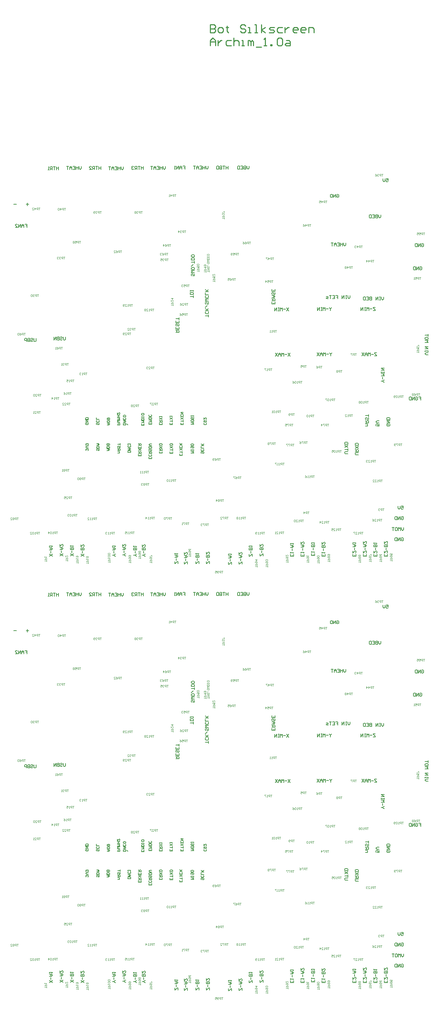
<source format=gbo>
G04 Layer_Color=32896*
%FSLAX25Y25*%
%MOIN*%
G70*
G01*
G75*
%ADD10C,0.00700*%
%ADD12C,0.01000*%
%ADD81C,0.00800*%
%ADD88C,0.00600*%
%ADD138C,0.00400*%
%ADD140C,0.00500*%
G54D10*
X143194Y180594D02*
X144294Y179494D01*
X143194Y585594D02*
X144294Y584494D01*
G54D12*
X222369Y944840D02*
Y949838D01*
X224869Y952337D01*
X227368Y949838D01*
Y944840D01*
Y948589D01*
X222369D01*
X229867Y949838D02*
Y944840D01*
Y947339D01*
X231117Y948589D01*
X232366Y949838D01*
X233616D01*
X242363D02*
X238614D01*
X237365Y948589D01*
Y946089D01*
X238614Y944840D01*
X242363D01*
X244862Y952337D02*
Y944840D01*
Y948589D01*
X246112Y949838D01*
X248611D01*
X249861Y948589D01*
Y944840D01*
X252360D02*
X254859D01*
X253609D01*
Y949838D01*
X252360D01*
X258608Y944840D02*
Y949838D01*
X259857D01*
X261107Y948589D01*
Y944840D01*
Y948589D01*
X262356Y949838D01*
X263606Y948589D01*
Y944840D01*
X266105Y943590D02*
X271104D01*
X273603Y944840D02*
X276102D01*
X274852D01*
Y952337D01*
X273603Y951088D01*
X279851Y944840D02*
Y946089D01*
X281101D01*
Y944840D01*
X279851D01*
X286099Y951088D02*
X287348Y952337D01*
X289848D01*
X291097Y951088D01*
Y946089D01*
X289848Y944840D01*
X287348D01*
X286099Y946089D01*
Y951088D01*
X294846Y949838D02*
X297345D01*
X298595Y948589D01*
Y944840D01*
X294846D01*
X293596Y946089D01*
X294846Y947339D01*
X298595D01*
X222369Y964837D02*
Y957340D01*
X226118D01*
X227368Y958589D01*
Y959839D01*
X226118Y961089D01*
X222369D01*
X226118D01*
X227368Y962338D01*
Y963588D01*
X226118Y964837D01*
X222369D01*
X231117Y957340D02*
X233616D01*
X234865Y958589D01*
Y961089D01*
X233616Y962338D01*
X231117D01*
X229867Y961089D01*
Y958589D01*
X231117Y957340D01*
X238614Y963588D02*
Y962338D01*
X237365D01*
X239864D01*
X238614D01*
Y958589D01*
X239864Y957340D01*
X256108Y963588D02*
X254859Y964837D01*
X252360D01*
X251110Y963588D01*
Y962338D01*
X252360Y961089D01*
X254859D01*
X256108Y959839D01*
Y958589D01*
X254859Y957340D01*
X252360D01*
X251110Y958589D01*
X258608Y957340D02*
X261107D01*
X259857D01*
Y962338D01*
X258608D01*
X264856Y957340D02*
X267355D01*
X266105D01*
Y964837D01*
X264856D01*
X271104Y957340D02*
Y964837D01*
Y959839D02*
X274852Y962338D01*
X271104Y959839D02*
X274852Y957340D01*
X278601D02*
X282350D01*
X283600Y958589D01*
X282350Y959839D01*
X279851D01*
X278601Y961089D01*
X279851Y962338D01*
X283600D01*
X291097D02*
X287348D01*
X286099Y961089D01*
Y958589D01*
X287348Y957340D01*
X291097D01*
X293596Y962338D02*
Y957340D01*
Y959839D01*
X294846Y961089D01*
X296096Y962338D01*
X297345D01*
X304843Y957340D02*
X302344D01*
X301094Y958589D01*
Y961089D01*
X302344Y962338D01*
X304843D01*
X306092Y961089D01*
Y959839D01*
X301094D01*
X312340Y957340D02*
X309841D01*
X308592Y958589D01*
Y961089D01*
X309841Y962338D01*
X312340D01*
X313590Y961089D01*
Y959839D01*
X308592D01*
X316089Y957340D02*
Y962338D01*
X319838D01*
X321088Y961089D01*
Y957340D01*
G54D81*
X50000Y389302D02*
X47334D01*
X48667Y390635D02*
Y387970D01*
X38004Y389302D02*
X35338D01*
X50000Y794303D02*
X47334D01*
X48667Y795635D02*
Y792970D01*
X38004Y794303D02*
X35338D01*
G54D88*
X370294Y178694D02*
X372293D01*
Y180193D01*
X371793Y180693D01*
X370294D01*
Y181693D02*
X373293D01*
Y183192D01*
X372793Y183692D01*
X371793D01*
X371293Y183192D01*
Y181693D01*
Y182692D02*
X370294Y183692D01*
X372793Y186691D02*
X373293Y186191D01*
Y185192D01*
X372793Y184692D01*
X372293D01*
X371793Y185192D01*
Y186191D01*
X371293Y186691D01*
X370794D01*
X370294Y186191D01*
Y185192D01*
X370794Y184692D01*
X373293Y187691D02*
Y189690D01*
Y188690D01*
X370294D01*
X404071Y102545D02*
X406071D01*
Y101045D01*
X405071Y101545D01*
X404571D01*
X404071Y101045D01*
Y100046D01*
X404571Y99546D01*
X405571D01*
X406071Y100046D01*
X403071Y102545D02*
Y100545D01*
X402072Y99546D01*
X401072Y100545D01*
Y102545D01*
X355341Y302529D02*
Y300530D01*
X354341Y299530D01*
X353341Y300530D01*
Y302529D01*
X352342D02*
X351342D01*
X351842D01*
Y299530D01*
X352342D01*
X351342D01*
X349843D02*
Y302529D01*
X347843Y299530D01*
Y302529D01*
X341845D02*
X343845D01*
Y301030D01*
X342845D01*
X343845D01*
Y299530D01*
X338846Y302529D02*
X340845D01*
Y299530D01*
X338846D01*
X340845Y301030D02*
X339846D01*
X337846Y302529D02*
X335847D01*
X336847D01*
Y299530D01*
X334847D02*
X333348D01*
X332848Y300030D01*
X333348Y300530D01*
X334348D01*
X334847Y301030D01*
X334348Y301530D01*
X332848D01*
X387502Y301447D02*
Y299448D01*
X386502Y298448D01*
X385503Y299448D01*
Y301447D01*
X384503D02*
X383503D01*
X384003D01*
Y298448D01*
X384503D01*
X383503D01*
X382004D02*
Y301447D01*
X380005Y298448D01*
Y301447D01*
X376006D02*
Y298448D01*
X374506D01*
X374006Y298948D01*
Y299448D01*
X374506Y299948D01*
X376006D01*
X374506D01*
X374006Y300448D01*
Y300947D01*
X374506Y301447D01*
X376006D01*
X371007D02*
X373007D01*
Y298448D01*
X371007D01*
X373007Y299948D02*
X372007D01*
X370008Y301447D02*
Y298448D01*
X368508D01*
X368008Y298948D01*
Y300947D01*
X368508Y301447D01*
X370008D01*
X404191Y92184D02*
X404691Y92684D01*
X405690D01*
X406190Y92184D01*
Y90184D01*
X405690Y89684D01*
X404691D01*
X404191Y90184D01*
Y91184D01*
X405191D01*
X403191Y89684D02*
Y92684D01*
X401192Y89684D01*
Y92684D01*
X400192D02*
Y89684D01*
X398693D01*
X398193Y90184D01*
Y92184D01*
X398693Y92684D01*
X400192D01*
X56791Y261931D02*
Y259432D01*
X56291Y258932D01*
X55291D01*
X54791Y259432D01*
Y261931D01*
X51792Y261431D02*
X52292Y261931D01*
X53292D01*
X53792Y261431D01*
Y260931D01*
X53292Y260431D01*
X52292D01*
X51792Y259931D01*
Y259432D01*
X52292Y258932D01*
X53292D01*
X53792Y259432D01*
X50793Y261931D02*
Y258932D01*
X49293D01*
X48793Y259432D01*
Y259931D01*
X49293Y260431D01*
X50793D01*
X49293D01*
X48793Y260931D01*
Y261431D01*
X49293Y261931D01*
X50793D01*
X47794Y258932D02*
Y261931D01*
X46294D01*
X45794Y261431D01*
Y260431D01*
X46294Y259931D01*
X47794D01*
X423366Y351487D02*
X423866Y351987D01*
X424865D01*
X425365Y351487D01*
Y349487D01*
X424865Y348988D01*
X423866D01*
X423366Y349487D01*
Y350487D01*
X424366D01*
X422366Y348988D02*
Y351987D01*
X420367Y348988D01*
Y351987D01*
X419367D02*
Y348988D01*
X417868D01*
X417368Y349487D01*
Y351487D01*
X417868Y351987D01*
X419367D01*
X297272Y291125D02*
X295273Y288126D01*
Y291125D02*
X297272Y288126D01*
X294273Y289625D02*
X292274D01*
X291274Y288126D02*
Y291125D01*
X290274Y290125D01*
X289275Y291125D01*
Y288126D01*
X288275Y291125D02*
X287275D01*
X287775D01*
Y288126D01*
X288275D01*
X287275D01*
X285776D02*
Y291125D01*
X283776Y288126D01*
Y291125D01*
X99894Y425393D02*
Y423393D01*
X98894Y422394D01*
X97894Y423393D01*
Y425393D01*
X96895D02*
Y422394D01*
Y423893D01*
X94895D01*
Y425393D01*
Y422394D01*
X91896Y425393D02*
X93896D01*
Y422394D01*
X91896D01*
X93896Y423893D02*
X92896D01*
X90897Y422394D02*
Y424393D01*
X89897Y425393D01*
X88897Y424393D01*
Y422394D01*
Y423893D01*
X90897D01*
X87898Y425393D02*
X85898D01*
X86898D01*
Y422394D01*
X353393Y152394D02*
X350893D01*
X350394Y152893D01*
Y153893D01*
X350893Y154393D01*
X353393D01*
Y155393D02*
Y157392D01*
Y156392D01*
X350394D01*
X353393Y158392D02*
X350394Y160391D01*
X353393D02*
X350394Y158392D01*
X353393Y161391D02*
X350394D01*
Y162890D01*
X350893Y163390D01*
X352893D01*
X353393Y162890D01*
Y161391D01*
X406363Y82162D02*
Y80163D01*
X405364Y79163D01*
X404364Y80163D01*
Y82162D01*
X403364Y79163D02*
Y82162D01*
X402365Y81163D01*
X401365Y82162D01*
Y79163D01*
X398866Y82162D02*
X399866D01*
X400365Y81663D01*
Y79663D01*
X399866Y79163D01*
X398866D01*
X398366Y79663D01*
Y81663D01*
X398866Y82162D01*
X397366D02*
X395367D01*
X396367D01*
Y79163D01*
X139894Y424993D02*
Y422993D01*
X138894Y421994D01*
X137894Y422993D01*
Y424993D01*
X136895D02*
Y421994D01*
Y423493D01*
X134895D01*
Y424993D01*
Y421994D01*
X131896Y424993D02*
X133896D01*
Y421994D01*
X131896D01*
X133896Y423493D02*
X132896D01*
X130897Y421994D02*
Y423993D01*
X129897Y424993D01*
X128897Y423993D01*
Y421994D01*
Y423493D01*
X130897D01*
X127898Y424993D02*
X125898D01*
X126898D01*
Y421994D01*
X259394Y425593D02*
Y423593D01*
X258394Y422594D01*
X257394Y423593D01*
Y425593D01*
X256395D02*
Y422594D01*
X254895D01*
X254395Y423094D01*
Y423593D01*
X254895Y424093D01*
X256395D01*
X254895D01*
X254395Y424593D01*
Y425093D01*
X254895Y425593D01*
X256395D01*
X251396D02*
X253396D01*
Y422594D01*
X251396D01*
X253396Y424093D02*
X252396D01*
X250397Y425593D02*
Y422594D01*
X248897D01*
X248397Y423094D01*
Y425093D01*
X248897Y425593D01*
X250397D01*
X220594D02*
Y423593D01*
X219594Y422594D01*
X218594Y423593D01*
Y425593D01*
X217595D02*
Y422594D01*
Y424093D01*
X215595D01*
Y425593D01*
Y422594D01*
X212596Y425593D02*
X214596D01*
Y422594D01*
X212596D01*
X214596Y424093D02*
X213596D01*
X211597Y422594D02*
Y424593D01*
X210597Y425593D01*
X209597Y424593D01*
Y422594D01*
Y424093D01*
X211597D01*
X208598Y425593D02*
X206598D01*
X207598D01*
Y422594D01*
X179894Y425393D02*
Y423393D01*
X178894Y422394D01*
X177894Y423393D01*
Y425393D01*
X176895D02*
Y422394D01*
Y423893D01*
X174895D01*
Y425393D01*
Y422394D01*
X171896Y425393D02*
X173896D01*
Y422394D01*
X171896D01*
X173896Y423893D02*
X172896D01*
X170897Y422394D02*
Y424393D01*
X169897Y425393D01*
X168897Y424393D01*
Y422394D01*
Y423893D01*
X170897D01*
X167898Y425393D02*
X165898D01*
X166898D01*
Y422394D01*
X351394Y352693D02*
Y350693D01*
X350394Y349694D01*
X349394Y350693D01*
Y352693D01*
X348395D02*
Y349694D01*
Y351193D01*
X346395D01*
Y352693D01*
Y349694D01*
X343396Y352693D02*
X345396D01*
Y349694D01*
X343396D01*
X345396Y351193D02*
X344396D01*
X342397Y349694D02*
Y351693D01*
X341397Y352693D01*
X340397Y351693D01*
Y349694D01*
Y351193D01*
X342397D01*
X339398Y352693D02*
X337398D01*
X338398D01*
Y349694D01*
X342794Y398293D02*
X343294Y398793D01*
X344294D01*
X344794Y398293D01*
Y396293D01*
X344294Y395794D01*
X343294D01*
X342794Y396293D01*
Y397293D01*
X343794D01*
X341795Y395794D02*
Y398793D01*
X339795Y395794D01*
Y398793D01*
X338796D02*
Y395794D01*
X337296D01*
X336796Y396293D01*
Y398293D01*
X337296Y398793D01*
X338796D01*
X420753Y206315D02*
X422753D01*
Y204815D01*
X421753D01*
X422753D01*
Y203316D01*
X417754Y205815D02*
X418254Y206315D01*
X419254D01*
X419754Y205815D01*
Y203816D01*
X419254Y203316D01*
X418254D01*
X417754Y203816D01*
Y204815D01*
X418754D01*
X416755Y203316D02*
Y206315D01*
X414755Y203316D01*
Y206315D01*
X413756D02*
Y203316D01*
X412256D01*
X411756Y203816D01*
Y205815D01*
X412256Y206315D01*
X413756D01*
X404191Y72015D02*
X404691Y72514D01*
X405690D01*
X406190Y72015D01*
Y70015D01*
X405690Y69516D01*
X404691D01*
X404191Y70015D01*
Y71015D01*
X405191D01*
X403191Y69516D02*
Y72514D01*
X401192Y69516D01*
Y72514D01*
X400192D02*
Y69516D01*
X398693D01*
X398193Y70015D01*
Y72015D01*
X398693Y72514D01*
X400192D01*
X383148Y180580D02*
Y178581D01*
X381649D01*
X382149Y179580D01*
Y180080D01*
X381649Y180580D01*
X380649D01*
X380149Y180080D01*
Y179080D01*
X380649Y178581D01*
X383148Y181580D02*
X381149D01*
X380149Y182579D01*
X381149Y183579D01*
X383148D01*
X421765Y329469D02*
X422265Y329969D01*
X423265D01*
X423764Y329469D01*
Y327470D01*
X423265Y326970D01*
X422265D01*
X421765Y327470D01*
Y328469D01*
X422765D01*
X420765Y326970D02*
Y329969D01*
X418766Y326970D01*
Y329969D01*
X417766D02*
Y326970D01*
X416267D01*
X415767Y327470D01*
Y329469D01*
X416267Y329969D01*
X417766D01*
X337867Y291330D02*
Y290830D01*
X336867Y289831D01*
X335867Y290830D01*
Y291330D01*
X336867Y289831D02*
Y288331D01*
X334868Y289831D02*
X332868D01*
X331869Y288331D02*
Y291330D01*
X330869Y290331D01*
X329869Y291330D01*
Y288331D01*
X328870Y291330D02*
X327870D01*
X328370D01*
Y288331D01*
X328870D01*
X327870D01*
X326370D02*
Y291330D01*
X324371Y288331D01*
Y291330D01*
X338240Y248390D02*
Y247890D01*
X337240Y246890D01*
X336241Y247890D01*
Y248390D01*
X337240Y246890D02*
Y245391D01*
X335241Y246890D02*
X333242D01*
X332242Y245391D02*
Y248390D01*
X331242Y247390D01*
X330243Y248390D01*
Y245391D01*
X329243D02*
Y247390D01*
X328243Y248390D01*
X327244Y247390D01*
Y245391D01*
Y246890D01*
X329243D01*
X326244Y248390D02*
X324244Y245391D01*
Y248390D02*
X326244Y245391D01*
X379441Y291444D02*
X377442D01*
Y290945D01*
X379441Y288945D01*
Y288445D01*
X377442D01*
X376442Y289945D02*
X374443D01*
X373443Y288445D02*
Y291444D01*
X372443Y290445D01*
X371444Y291444D01*
Y288445D01*
X370444Y291444D02*
X369444D01*
X369944D01*
Y288445D01*
X370444D01*
X369444D01*
X367945D02*
Y291444D01*
X365945Y288445D01*
Y291444D01*
X298498Y247993D02*
X296498Y244994D01*
Y247993D02*
X298498Y244994D01*
X295499Y246493D02*
X293499D01*
X292500Y244994D02*
Y247993D01*
X291500Y246993D01*
X290500Y247993D01*
Y244994D01*
X289501D02*
Y246993D01*
X288501Y247993D01*
X287501Y246993D01*
Y244994D01*
Y246493D01*
X289501D01*
X286502Y247993D02*
X284502Y244994D01*
Y247993D02*
X286502Y244994D01*
X272952Y55271D02*
Y57270D01*
X272452D01*
X270453Y55271D01*
X269953D01*
Y57270D01*
X271453Y58270D02*
Y60269D01*
X272952Y61269D02*
X269953D01*
Y62769D01*
X270453Y63269D01*
X270953D01*
X271453Y62769D01*
Y61269D01*
Y62769D01*
X271952Y63269D01*
X272452D01*
X272952Y62769D01*
Y61269D01*
X269953Y66268D02*
Y64268D01*
X271952Y66268D01*
X272452D01*
X272952Y65768D01*
Y64768D01*
X272452Y64268D01*
X262524Y55049D02*
Y57049D01*
X262024D01*
X260024Y55049D01*
X259525D01*
Y57049D01*
X261024Y58048D02*
Y60048D01*
X262524Y61047D02*
X259525D01*
Y62547D01*
X260024Y63047D01*
X260524D01*
X261024Y62547D01*
Y61047D01*
Y62547D01*
X261524Y63047D01*
X262024D01*
X262524Y62547D01*
Y61047D01*
X259525Y64046D02*
Y65046D01*
Y64546D01*
X262524D01*
X262024Y64046D01*
X252909Y47579D02*
Y49579D01*
X252409D01*
X250410Y47579D01*
X249910D01*
Y49579D01*
X251409Y50578D02*
Y52578D01*
X249910Y53577D02*
X251909D01*
X252909Y54577D01*
X251909Y55577D01*
X249910D01*
X251409D01*
Y53577D01*
X249910Y58576D02*
Y56576D01*
X251909Y58576D01*
X252409D01*
X252909Y58076D01*
Y57076D01*
X252409Y56576D01*
X242850Y47431D02*
Y49431D01*
X242350D01*
X240351Y47431D01*
X239851D01*
Y49431D01*
X241351Y50430D02*
Y52430D01*
X239851Y53429D02*
X241850D01*
X242850Y54429D01*
X241850Y55429D01*
X239851D01*
X241351D01*
Y53429D01*
X239851Y56428D02*
Y57428D01*
Y56928D01*
X242850D01*
X242350Y56428D01*
X301964Y56892D02*
Y54893D01*
X298965D01*
Y56892D01*
X300465Y54893D02*
Y55892D01*
X298965Y57892D02*
Y58891D01*
Y58391D01*
X301964D01*
X301465Y57892D01*
X300465Y60391D02*
Y62390D01*
X298965Y63390D02*
X300965D01*
X301964Y64389D01*
X300965Y65389D01*
X298965D01*
X300465D01*
Y63390D01*
X298965Y66389D02*
Y67388D01*
Y66889D01*
X301964D01*
X301465Y66389D01*
X311876Y56997D02*
Y54998D01*
X308876D01*
Y56997D01*
X310376Y54998D02*
Y55998D01*
X308876Y57997D02*
Y58997D01*
Y58497D01*
X311876D01*
X311376Y57997D01*
X310376Y60496D02*
Y62496D01*
X308876Y63495D02*
X310876D01*
X311876Y64495D01*
X310876Y65495D01*
X308876D01*
X310376D01*
Y63495D01*
X308876Y68494D02*
Y66494D01*
X310876Y68494D01*
X311376D01*
X311876Y67994D01*
Y66994D01*
X311376Y66494D01*
X321893Y57493D02*
Y55494D01*
X318894D01*
Y57493D01*
X320393Y55494D02*
Y56493D01*
X318894Y58493D02*
Y59492D01*
Y58993D01*
X321893D01*
X321393Y58493D01*
X320393Y60992D02*
Y62991D01*
X321893Y63991D02*
X318894D01*
Y65491D01*
X319393Y65990D01*
X319893D01*
X320393Y65491D01*
Y63991D01*
Y65491D01*
X320893Y65990D01*
X321393D01*
X321893Y65491D01*
Y63991D01*
X318894Y66990D02*
Y67990D01*
Y67490D01*
X321893D01*
X321393Y66990D01*
X331830Y56960D02*
Y54961D01*
X328831D01*
Y56960D01*
X330330Y54961D02*
Y55960D01*
X328831Y57960D02*
Y58959D01*
Y58459D01*
X331830D01*
X331330Y57960D01*
X330330Y60459D02*
Y62458D01*
X331830Y63458D02*
X328831D01*
Y64957D01*
X329330Y65457D01*
X329830D01*
X330330Y64957D01*
Y63458D01*
Y64957D01*
X330830Y65457D01*
X331330D01*
X331830Y64957D01*
Y63458D01*
X328831Y68456D02*
Y66457D01*
X330830Y68456D01*
X331330D01*
X331830Y67956D01*
Y66957D01*
X331330Y66457D01*
X361281Y57082D02*
Y55083D01*
X358282D01*
Y57082D01*
X359781Y55083D02*
Y56083D01*
X358282Y60082D02*
Y58082D01*
X360281Y60082D01*
X360781D01*
X361281Y59582D01*
Y58582D01*
X360781Y58082D01*
X359781Y61081D02*
Y63081D01*
X358282Y64080D02*
X360281D01*
X361281Y65080D01*
X360281Y66080D01*
X358282D01*
X359781D01*
Y64080D01*
X358282Y67079D02*
Y68079D01*
Y67579D01*
X361281D01*
X360781Y67079D01*
X371292Y57015D02*
Y55016D01*
X368293D01*
Y57015D01*
X369793Y55016D02*
Y56016D01*
X368293Y60014D02*
Y58015D01*
X370293Y60014D01*
X370793D01*
X371292Y59514D01*
Y58515D01*
X370793Y58015D01*
X369793Y61014D02*
Y63013D01*
X368293Y64013D02*
X370293D01*
X371292Y65013D01*
X370293Y66012D01*
X368293D01*
X369793D01*
Y64013D01*
X368293Y69011D02*
Y67012D01*
X370293Y69011D01*
X370793D01*
X371292Y68512D01*
Y67512D01*
X370793Y67012D01*
X381304Y56881D02*
Y54882D01*
X378305D01*
Y56881D01*
X379804Y54882D02*
Y55881D01*
X378305Y59880D02*
Y57881D01*
X380304Y59880D01*
X380804D01*
X381304Y59380D01*
Y58381D01*
X380804Y57881D01*
X379804Y60880D02*
Y62879D01*
X381304Y63879D02*
X378305D01*
Y65378D01*
X378805Y65878D01*
X379305D01*
X379804Y65378D01*
Y63879D01*
Y65378D01*
X380304Y65878D01*
X380804D01*
X381304Y65378D01*
Y63879D01*
X378305Y66878D02*
Y67877D01*
Y67378D01*
X381304D01*
X380804Y66878D01*
X391316Y57015D02*
Y55016D01*
X388316D01*
Y57015D01*
X389816Y55016D02*
Y56016D01*
X388316Y60014D02*
Y58015D01*
X390316Y60014D01*
X390816D01*
X391316Y59514D01*
Y58515D01*
X390816Y58015D01*
X389816Y61014D02*
Y63013D01*
X391316Y64013D02*
X388316D01*
Y65513D01*
X388816Y66012D01*
X389316D01*
X389816Y65513D01*
Y64013D01*
Y65513D01*
X390316Y66012D01*
X390816D01*
X391316Y65513D01*
Y64013D01*
X388316Y69011D02*
Y67012D01*
X390316Y69011D01*
X390816D01*
X391316Y68512D01*
Y67512D01*
X390816Y67012D01*
X191763Y47862D02*
Y49861D01*
X191263D01*
X189264Y47862D01*
X188764D01*
Y49861D01*
X190263Y50861D02*
Y52861D01*
X188764Y53860D02*
X190763D01*
X191763Y54860D01*
X190763Y55860D01*
X188764D01*
X190263D01*
Y53860D01*
X188764Y56859D02*
Y57859D01*
Y57359D01*
X191763D01*
X191263Y56859D01*
X200773Y47488D02*
Y49487D01*
X200273D01*
X198274Y47488D01*
X197774D01*
Y49487D01*
X199274Y50487D02*
Y52486D01*
X197774Y53486D02*
X199774D01*
X200773Y54486D01*
X199774Y55485D01*
X197774D01*
X199274D01*
Y53486D01*
X197774Y58484D02*
Y56485D01*
X199774Y58484D01*
X200273D01*
X200773Y57984D01*
Y56985D01*
X200273Y56485D01*
X211763Y47862D02*
Y49861D01*
X211263D01*
X209264Y47862D01*
X208764D01*
Y49861D01*
X210263Y50861D02*
Y52861D01*
X211763Y53860D02*
X208764D01*
Y55360D01*
X209264Y55860D01*
X209764D01*
X210263Y55360D01*
Y53860D01*
Y55360D01*
X210763Y55860D01*
X211263D01*
X211763Y55360D01*
Y53860D01*
X208764Y56859D02*
Y57859D01*
Y57359D01*
X211763D01*
X211263Y56859D01*
X221763Y47862D02*
Y49861D01*
X221263D01*
X219264Y47862D01*
X218764D01*
Y49861D01*
X220263Y50861D02*
Y52861D01*
X221763Y53860D02*
X218764D01*
Y55360D01*
X219264Y55860D01*
X219763D01*
X220263Y55360D01*
Y53860D01*
Y55360D01*
X220763Y55860D01*
X221263D01*
X221763Y55360D01*
Y53860D01*
X218764Y58859D02*
Y56859D01*
X220763Y58859D01*
X221263D01*
X221763Y58359D01*
Y57359D01*
X221263Y56859D01*
X132412Y54982D02*
X131912D01*
X130912Y55982D01*
X131912Y56981D01*
X132412D01*
X130912Y55982D02*
X129413D01*
X130912Y57981D02*
Y59980D01*
X129413Y60980D02*
X131412D01*
X132412Y61980D01*
X131412Y62980D01*
X129413D01*
X130912D01*
Y60980D01*
X129413Y63979D02*
Y64979D01*
Y64479D01*
X132412D01*
X131912Y63979D01*
X142105Y55305D02*
X141605D01*
X140605Y56305D01*
X141605Y57305D01*
X142105D01*
X140605Y56305D02*
X139106D01*
X140605Y58304D02*
Y60303D01*
X139106Y61303D02*
X141105D01*
X142105Y62303D01*
X141105Y63303D01*
X139106D01*
X140605D01*
Y61303D01*
X139106Y66302D02*
Y64302D01*
X141105Y66302D01*
X141605D01*
X142105Y65802D01*
Y64802D01*
X141605Y64302D01*
X152659Y54928D02*
X152159D01*
X151159Y55928D01*
X152159Y56928D01*
X152659D01*
X151159Y55928D02*
X149660D01*
X151159Y57927D02*
Y59927D01*
X152659Y60926D02*
X149660D01*
Y62426D01*
X150160Y62926D01*
X150660D01*
X151159Y62426D01*
Y60926D01*
Y62426D01*
X151659Y62926D01*
X152159D01*
X152659Y62426D01*
Y60926D01*
X149660Y63925D02*
Y64925D01*
Y64425D01*
X152659D01*
X152159Y63925D01*
X160736Y55090D02*
X160236D01*
X159237Y56089D01*
X160236Y57089D01*
X160736D01*
X159237Y56089D02*
X157737D01*
X159237Y58089D02*
Y60088D01*
X160736Y61088D02*
X157737D01*
Y62587D01*
X158237Y63087D01*
X158737D01*
X159237Y62587D01*
Y61088D01*
Y62587D01*
X159737Y63087D01*
X160236D01*
X160736Y62587D01*
Y61088D01*
X157737Y66086D02*
Y64087D01*
X159737Y66086D01*
X160236D01*
X160736Y65586D01*
Y64587D01*
X160236Y64087D01*
X102446Y54917D02*
X99448Y56916D01*
X102446D02*
X99448Y54917D01*
X100947Y57916D02*
Y59916D01*
X102446Y60915D02*
X99448D01*
Y62415D01*
X99947Y62915D01*
X100447D01*
X100947Y62415D01*
Y60915D01*
Y62415D01*
X101447Y62915D01*
X101947D01*
X102446Y62415D01*
Y60915D01*
X99448Y65914D02*
Y63914D01*
X101447Y65914D01*
X101947D01*
X102446Y65414D01*
Y64414D01*
X101947Y63914D01*
X92445Y55187D02*
X89446Y57187D01*
X92445D02*
X89446Y55187D01*
X90946Y58187D02*
Y60186D01*
X92445Y61186D02*
X89446D01*
Y62685D01*
X89946Y63185D01*
X90446D01*
X90946Y62685D01*
Y61186D01*
Y62685D01*
X91446Y63185D01*
X91945D01*
X92445Y62685D01*
Y61186D01*
X89446Y64185D02*
Y65184D01*
Y64684D01*
X92445D01*
X91945Y64185D01*
X82336Y55187D02*
X79337Y57187D01*
X82336D02*
X79337Y55187D01*
X80836Y58187D02*
Y60186D01*
X79337Y61186D02*
X81336D01*
X82336Y62185D01*
X81336Y63185D01*
X79337D01*
X80836D01*
Y61186D01*
X79337Y66184D02*
Y64185D01*
X81336Y66184D01*
X81836D01*
X82336Y65684D01*
Y64684D01*
X81836Y64185D01*
X72335Y55025D02*
X69336Y57025D01*
X72335D02*
X69336Y55025D01*
X70835Y58024D02*
Y60024D01*
X69336Y61023D02*
X71335D01*
X72335Y62023D01*
X71335Y63023D01*
X69336D01*
X70835D01*
Y61023D01*
X69336Y64022D02*
Y65022D01*
Y64522D01*
X72335D01*
X71835Y64022D01*
X78294Y424993D02*
Y421994D01*
Y423493D01*
X76294D01*
Y424993D01*
Y421994D01*
X75295Y424993D02*
X73295D01*
X74295D01*
Y421994D01*
X72296D02*
Y424993D01*
X70796D01*
X70296Y424493D01*
Y423493D01*
X70796Y422993D01*
X72296D01*
X71296D02*
X70296Y421994D01*
X69297D02*
X68297D01*
X68797D01*
Y424993D01*
X69297Y424493D01*
X158794Y425393D02*
Y422394D01*
Y423893D01*
X156794D01*
Y425393D01*
Y422394D01*
X155795Y425393D02*
X153795D01*
X154795D01*
Y422394D01*
X152796D02*
Y425393D01*
X151296D01*
X150796Y424893D01*
Y423893D01*
X151296Y423393D01*
X152796D01*
X151796D02*
X150796Y422394D01*
X149797Y424893D02*
X149297Y425393D01*
X148297D01*
X147797Y424893D01*
Y424393D01*
X148297Y423893D01*
X148797D01*
X148297D01*
X147797Y423393D01*
Y422893D01*
X148297Y422394D01*
X149297D01*
X149797Y422893D01*
X118594Y425293D02*
Y422294D01*
Y423793D01*
X116594D01*
Y425293D01*
Y422294D01*
X115595Y425293D02*
X113595D01*
X114595D01*
Y422294D01*
X112596D02*
Y425293D01*
X111096D01*
X110596Y424793D01*
Y423793D01*
X111096Y423293D01*
X112596D01*
X111596D02*
X110596Y422294D01*
X107597D02*
X109597D01*
X107597Y424293D01*
Y424793D01*
X108097Y425293D01*
X109097D01*
X109597Y424793D01*
X239494Y425593D02*
Y422594D01*
Y424093D01*
X237494D01*
Y425593D01*
Y422594D01*
X236495Y425593D02*
X234495D01*
X235495D01*
Y422594D01*
X233496Y425593D02*
Y422594D01*
X231996D01*
X231496Y423094D01*
Y423593D01*
X231996Y424093D01*
X233496D01*
X231996D01*
X231496Y424593D01*
Y425093D01*
X231996Y425593D01*
X233496D01*
X230497D02*
Y422594D01*
X228997D01*
X228497Y423094D01*
Y425093D01*
X228997Y425593D01*
X230497D01*
X429947Y246388D02*
X427947D01*
X426948Y247387D01*
X427947Y248387D01*
X429947D01*
Y249387D02*
Y250386D01*
Y249886D01*
X426948D01*
Y249387D01*
Y250386D01*
Y251886D02*
X429947D01*
X426948Y253885D01*
X429947D01*
X426948Y257884D02*
X429947D01*
X428947Y258884D01*
X429947Y259883D01*
X426948D01*
X429947Y262382D02*
Y261383D01*
X429447Y260883D01*
X427447D01*
X426948Y261383D01*
Y262382D01*
X427447Y262882D01*
X429447D01*
X429947Y262382D01*
Y263882D02*
Y265881D01*
Y264882D01*
X426948D01*
X384803Y379371D02*
Y377371D01*
X383804Y376372D01*
X382804Y377371D01*
Y379371D01*
X381804D02*
Y376372D01*
X380305D01*
X379805Y376871D01*
Y377371D01*
X380305Y377871D01*
X381804D01*
X380305D01*
X379805Y378371D01*
Y378871D01*
X380305Y379371D01*
X381804D01*
X376806D02*
X378805D01*
Y376372D01*
X376806D01*
X378805Y377871D02*
X377806D01*
X375806Y379371D02*
Y376372D01*
X374307D01*
X373807Y376871D01*
Y378871D01*
X374307Y379371D01*
X375806D01*
X196494Y425593D02*
X198494D01*
Y424093D01*
X197494D01*
X198494D01*
Y422594D01*
X195495D02*
Y424593D01*
X194495Y425593D01*
X193495Y424593D01*
Y422594D01*
Y424093D01*
X195495D01*
X192496Y422594D02*
Y425593D01*
X190496Y422594D01*
Y425593D01*
X189497Y422594D02*
X188497D01*
X188997D01*
Y425593D01*
X189497Y425093D01*
X46070Y370356D02*
X48069D01*
Y368856D01*
X47069D01*
X48069D01*
Y367356D01*
X45070D02*
Y369356D01*
X44070Y370356D01*
X43071Y369356D01*
Y367356D01*
Y368856D01*
X45070D01*
X42071Y367356D02*
Y370356D01*
X40072Y367356D01*
Y370356D01*
X37073Y367356D02*
X39072D01*
X37073Y369356D01*
Y369856D01*
X37572Y370356D01*
X38572D01*
X39072Y369856D01*
X389805Y413486D02*
X391804D01*
Y411986D01*
X390805Y412486D01*
X390305D01*
X389805Y411986D01*
Y410987D01*
X390305Y410487D01*
X391304D01*
X391804Y410987D01*
X388805Y413486D02*
Y411487D01*
X387806Y410487D01*
X386806Y411487D01*
Y413486D01*
X380988Y248270D02*
X378989D01*
Y247770D01*
X380988Y245771D01*
Y245271D01*
X378989D01*
X377989Y246771D02*
X375990D01*
X374990Y245271D02*
Y248270D01*
X373990Y247271D01*
X372991Y248270D01*
Y245271D01*
X371991D02*
Y247271D01*
X370991Y248270D01*
X369992Y247271D01*
Y245271D01*
Y246771D01*
X371991D01*
X368992Y248270D02*
X366993Y245271D01*
Y248270D02*
X368992Y245271D01*
X363493Y151394D02*
X360994D01*
X360494Y151893D01*
Y152893D01*
X360994Y153393D01*
X363493D01*
X360494Y154393D02*
X363493D01*
Y155892D01*
X362993Y156392D01*
X361993D01*
X361493Y155892D01*
Y154393D01*
Y155392D02*
X360494Y156392D01*
X363493Y157392D02*
X360494Y159391D01*
X363493D02*
X360494Y157392D01*
X363493Y160391D02*
X360494D01*
Y161890D01*
X360994Y162390D01*
X362993D01*
X363493Y161890D01*
Y160391D01*
X388020Y220229D02*
X387520D01*
X386520Y221228D01*
X387520Y222228D01*
X388020D01*
X386520Y221228D02*
X385021D01*
X386520Y223228D02*
Y225227D01*
X385021Y226227D02*
X388020D01*
X387020Y227226D01*
X388020Y228226D01*
X385021D01*
X388020Y229226D02*
Y230225D01*
Y229726D01*
X385021D01*
Y229226D01*
Y230225D01*
Y231725D02*
X388020D01*
X385021Y233724D01*
X388020D01*
X392856Y180668D02*
X393356Y180168D01*
Y179168D01*
X392856Y178669D01*
X390857D01*
X390357Y179168D01*
Y180168D01*
X390857Y180668D01*
X391857D01*
Y179668D01*
X390357Y181668D02*
X393356D01*
X390357Y183667D01*
X393356D01*
Y184667D02*
X390357D01*
Y186166D01*
X390857Y186666D01*
X392856D01*
X393356Y186166D01*
Y184667D01*
X189820Y267731D02*
X192819D01*
Y269231D01*
X192319Y269731D01*
X191320D01*
X190820Y269231D01*
Y267731D01*
Y268731D02*
X189820Y269731D01*
X192819Y272730D02*
Y270730D01*
X189820D01*
Y272730D01*
X191320Y270730D02*
Y271730D01*
X192319Y275729D02*
X192819Y275229D01*
Y274229D01*
X192319Y273729D01*
X191819D01*
X191320Y274229D01*
Y275229D01*
X190820Y275729D01*
X190320D01*
X189820Y275229D01*
Y274229D01*
X190320Y273729D01*
X192819Y278728D02*
Y276728D01*
X189820D01*
Y278728D01*
X191320Y276728D02*
Y277728D01*
X192819Y279727D02*
Y281727D01*
Y280727D01*
X189820D01*
X207151Y323255D02*
X207651Y322755D01*
Y321756D01*
X207151Y321256D01*
X206651D01*
X206151Y321756D01*
Y322755D01*
X205651Y323255D01*
X205152D01*
X204652Y322755D01*
Y321756D01*
X205152Y321256D01*
X207651Y324255D02*
X204652D01*
X205651Y325254D01*
X204652Y326254D01*
X207651D01*
Y328753D02*
Y327754D01*
X207151Y327254D01*
X205152D01*
X204652Y327754D01*
Y328753D01*
X205152Y329253D01*
X207151D01*
X207651Y328753D01*
X204652Y330253D02*
X206651Y332252D01*
X207651Y333252D02*
Y335251D01*
Y334251D01*
X204652D01*
X207651Y336251D02*
X204652D01*
Y337750D01*
X205152Y338250D01*
X207151D01*
X207651Y337750D01*
Y336251D01*
Y340749D02*
Y339750D01*
X207151Y339250D01*
X205152D01*
X204652Y339750D01*
Y340749D01*
X205152Y341249D01*
X207151D01*
X207651Y340749D01*
X206481Y300770D02*
Y302769D01*
Y301769D01*
X203482D01*
X206481Y303769D02*
X203482D01*
Y305268D01*
X203982Y305768D01*
X205981D01*
X206481Y305268D01*
Y303769D01*
Y306768D02*
Y307768D01*
Y307268D01*
X203482D01*
Y306768D01*
Y307768D01*
X220891Y282328D02*
Y284328D01*
Y283328D01*
X217892D01*
X220391Y287327D02*
X220891Y286827D01*
Y285827D01*
X220391Y285327D01*
X218392D01*
X217892Y285827D01*
Y286827D01*
X218392Y287327D01*
X220891Y288326D02*
X217892D01*
X218892D01*
X220891Y290326D01*
X219392Y288826D01*
X217892Y290326D01*
Y291325D02*
X219891Y293325D01*
X220391Y296324D02*
X220891Y295824D01*
Y294824D01*
X220391Y294324D01*
X219891D01*
X219392Y294824D01*
Y295824D01*
X218892Y296324D01*
X218392D01*
X217892Y295824D01*
Y294824D01*
X218392Y294324D01*
X220891Y297323D02*
X217892D01*
X218892Y298323D01*
X217892Y299323D01*
X220891D01*
X220391Y302322D02*
X220891Y301822D01*
Y300822D01*
X220391Y300323D01*
X218392D01*
X217892Y300822D01*
Y301822D01*
X218392Y302322D01*
X220891Y303322D02*
X217892D01*
Y305321D01*
X220891Y306321D02*
X217892D01*
X218892D01*
X220891Y308320D01*
X219392Y306820D01*
X217892Y308320D01*
X284193Y296493D02*
Y294494D01*
X281194D01*
Y296493D01*
X282693Y294494D02*
Y295493D01*
X281194Y297493D02*
X284193D01*
Y298992D01*
X283693Y299492D01*
X282693D01*
X282193Y298992D01*
Y297493D01*
Y298492D02*
X281194Y299492D01*
Y300492D02*
X283193D01*
X284193Y301491D01*
X283193Y302491D01*
X281194D01*
X282693D01*
Y300492D01*
X283693Y305490D02*
X284193Y304990D01*
Y303991D01*
X283693Y303491D01*
X283193D01*
X282693Y303991D01*
Y304990D01*
X282193Y305490D01*
X281694D01*
X281194Y304990D01*
Y303991D01*
X281694Y303491D01*
X284193Y308489D02*
Y306490D01*
X281194D01*
Y308489D01*
X282693Y306490D02*
Y307489D01*
X84694Y263393D02*
Y260894D01*
X84194Y260394D01*
X83194D01*
X82694Y260894D01*
Y263393D01*
X79695Y262893D02*
X80195Y263393D01*
X81195D01*
X81695Y262893D01*
Y262393D01*
X81195Y261893D01*
X80195D01*
X79695Y261393D01*
Y260894D01*
X80195Y260394D01*
X81195D01*
X81695Y260894D01*
X78696Y263393D02*
Y260394D01*
X77196D01*
X76696Y260894D01*
Y261393D01*
X77196Y261893D01*
X78696D01*
X77196D01*
X76696Y262393D01*
Y262893D01*
X77196Y263393D01*
X78696D01*
X75697Y260394D02*
Y263393D01*
X73697Y260394D01*
Y263393D01*
X370294Y583694D02*
X372293D01*
Y585193D01*
X371793Y585693D01*
X370294D01*
Y586693D02*
X373293D01*
Y588192D01*
X372793Y588692D01*
X371793D01*
X371293Y588192D01*
Y586693D01*
Y587692D02*
X370294Y588692D01*
X372793Y591691D02*
X373293Y591191D01*
Y590192D01*
X372793Y589692D01*
X372293D01*
X371793Y590192D01*
Y591191D01*
X371293Y591691D01*
X370794D01*
X370294Y591191D01*
Y590192D01*
X370794Y589692D01*
X373293Y592691D02*
Y594690D01*
Y593690D01*
X370294D01*
X404071Y507545D02*
X406071D01*
Y506045D01*
X405071Y506545D01*
X404571D01*
X404071Y506045D01*
Y505046D01*
X404571Y504546D01*
X405571D01*
X406071Y505046D01*
X403071Y507545D02*
Y505545D01*
X402072Y504546D01*
X401072Y505545D01*
Y507545D01*
X355341Y707529D02*
Y705530D01*
X354341Y704530D01*
X353341Y705530D01*
Y707529D01*
X352342D02*
X351342D01*
X351842D01*
Y704530D01*
X352342D01*
X351342D01*
X349843D02*
Y707529D01*
X347843Y704530D01*
Y707529D01*
X341845D02*
X343845D01*
Y706030D01*
X342845D01*
X343845D01*
Y704530D01*
X338846Y707529D02*
X340845D01*
Y704530D01*
X338846D01*
X340845Y706030D02*
X339846D01*
X337846Y707529D02*
X335847D01*
X336847D01*
Y704530D01*
X334847D02*
X333348D01*
X332848Y705030D01*
X333348Y705530D01*
X334348D01*
X334847Y706030D01*
X334348Y706530D01*
X332848D01*
X387502Y706447D02*
Y704448D01*
X386502Y703448D01*
X385503Y704448D01*
Y706447D01*
X384503D02*
X383503D01*
X384003D01*
Y703448D01*
X384503D01*
X383503D01*
X382004D02*
Y706447D01*
X380005Y703448D01*
Y706447D01*
X376006D02*
Y703448D01*
X374506D01*
X374006Y703948D01*
Y704448D01*
X374506Y704948D01*
X376006D01*
X374506D01*
X374006Y705447D01*
Y705947D01*
X374506Y706447D01*
X376006D01*
X371007D02*
X373007D01*
Y703448D01*
X371007D01*
X373007Y704948D02*
X372007D01*
X370008Y706447D02*
Y703448D01*
X368508D01*
X368008Y703948D01*
Y705947D01*
X368508Y706447D01*
X370008D01*
X404191Y497184D02*
X404691Y497683D01*
X405690D01*
X406190Y497184D01*
Y495184D01*
X405690Y494685D01*
X404691D01*
X404191Y495184D01*
Y496184D01*
X405191D01*
X403191Y494685D02*
Y497683D01*
X401192Y494685D01*
Y497683D01*
X400192D02*
Y494685D01*
X398693D01*
X398193Y495184D01*
Y497184D01*
X398693Y497683D01*
X400192D01*
X56791Y666931D02*
Y664432D01*
X56291Y663932D01*
X55291D01*
X54791Y664432D01*
Y666931D01*
X51792Y666431D02*
X52292Y666931D01*
X53292D01*
X53792Y666431D01*
Y665931D01*
X53292Y665431D01*
X52292D01*
X51792Y664931D01*
Y664432D01*
X52292Y663932D01*
X53292D01*
X53792Y664432D01*
X50793Y666931D02*
Y663932D01*
X49293D01*
X48793Y664432D01*
Y664931D01*
X49293Y665431D01*
X50793D01*
X49293D01*
X48793Y665931D01*
Y666431D01*
X49293Y666931D01*
X50793D01*
X47794Y663932D02*
Y666931D01*
X46294D01*
X45794Y666431D01*
Y665431D01*
X46294Y664931D01*
X47794D01*
X423366Y756487D02*
X423866Y756987D01*
X424865D01*
X425365Y756487D01*
Y754487D01*
X424865Y753988D01*
X423866D01*
X423366Y754487D01*
Y755487D01*
X424366D01*
X422366Y753988D02*
Y756987D01*
X420367Y753988D01*
Y756987D01*
X419367D02*
Y753988D01*
X417868D01*
X417368Y754487D01*
Y756487D01*
X417868Y756987D01*
X419367D01*
X297272Y696125D02*
X295273Y693126D01*
Y696125D02*
X297272Y693126D01*
X294273Y694625D02*
X292274D01*
X291274Y693126D02*
Y696125D01*
X290274Y695125D01*
X289275Y696125D01*
Y693126D01*
X288275Y696125D02*
X287275D01*
X287775D01*
Y693126D01*
X288275D01*
X287275D01*
X285776D02*
Y696125D01*
X283776Y693126D01*
Y696125D01*
X99894Y830393D02*
Y828393D01*
X98894Y827394D01*
X97894Y828393D01*
Y830393D01*
X96895D02*
Y827394D01*
Y828893D01*
X94895D01*
Y830393D01*
Y827394D01*
X91896Y830393D02*
X93896D01*
Y827394D01*
X91896D01*
X93896Y828893D02*
X92896D01*
X90897Y827394D02*
Y829393D01*
X89897Y830393D01*
X88897Y829393D01*
Y827394D01*
Y828893D01*
X90897D01*
X87898Y830393D02*
X85898D01*
X86898D01*
Y827394D01*
X353393Y557394D02*
X350893D01*
X350394Y557894D01*
Y558893D01*
X350893Y559393D01*
X353393D01*
Y560393D02*
Y562392D01*
Y561392D01*
X350394D01*
X353393Y563392D02*
X350394Y565391D01*
X353393D02*
X350394Y563392D01*
X353393Y566391D02*
X350394D01*
Y567890D01*
X350893Y568390D01*
X352893D01*
X353393Y567890D01*
Y566391D01*
X406363Y487162D02*
Y485163D01*
X405364Y484163D01*
X404364Y485163D01*
Y487162D01*
X403364Y484163D02*
Y487162D01*
X402365Y486163D01*
X401365Y487162D01*
Y484163D01*
X398866Y487162D02*
X399866D01*
X400365Y486663D01*
Y484663D01*
X399866Y484163D01*
X398866D01*
X398366Y484663D01*
Y486663D01*
X398866Y487162D01*
X397366D02*
X395367D01*
X396367D01*
Y484163D01*
X139894Y829993D02*
Y827993D01*
X138894Y826994D01*
X137894Y827993D01*
Y829993D01*
X136895D02*
Y826994D01*
Y828493D01*
X134895D01*
Y829993D01*
Y826994D01*
X131896Y829993D02*
X133896D01*
Y826994D01*
X131896D01*
X133896Y828493D02*
X132896D01*
X130897Y826994D02*
Y828993D01*
X129897Y829993D01*
X128897Y828993D01*
Y826994D01*
Y828493D01*
X130897D01*
X127898Y829993D02*
X125898D01*
X126898D01*
Y826994D01*
X259394Y830593D02*
Y828593D01*
X258394Y827594D01*
X257394Y828593D01*
Y830593D01*
X256395D02*
Y827594D01*
X254895D01*
X254395Y828094D01*
Y828593D01*
X254895Y829093D01*
X256395D01*
X254895D01*
X254395Y829593D01*
Y830093D01*
X254895Y830593D01*
X256395D01*
X251396D02*
X253396D01*
Y827594D01*
X251396D01*
X253396Y829093D02*
X252396D01*
X250397Y830593D02*
Y827594D01*
X248897D01*
X248397Y828094D01*
Y830093D01*
X248897Y830593D01*
X250397D01*
X220594D02*
Y828593D01*
X219594Y827594D01*
X218594Y828593D01*
Y830593D01*
X217595D02*
Y827594D01*
Y829093D01*
X215595D01*
Y830593D01*
Y827594D01*
X212596Y830593D02*
X214596D01*
Y827594D01*
X212596D01*
X214596Y829093D02*
X213596D01*
X211597Y827594D02*
Y829593D01*
X210597Y830593D01*
X209597Y829593D01*
Y827594D01*
Y829093D01*
X211597D01*
X208598Y830593D02*
X206598D01*
X207598D01*
Y827594D01*
X179894Y830393D02*
Y828393D01*
X178894Y827394D01*
X177894Y828393D01*
Y830393D01*
X176895D02*
Y827394D01*
Y828893D01*
X174895D01*
Y830393D01*
Y827394D01*
X171896Y830393D02*
X173896D01*
Y827394D01*
X171896D01*
X173896Y828893D02*
X172896D01*
X170897Y827394D02*
Y829393D01*
X169897Y830393D01*
X168897Y829393D01*
Y827394D01*
Y828893D01*
X170897D01*
X167898Y830393D02*
X165898D01*
X166898D01*
Y827394D01*
X351394Y757693D02*
Y755693D01*
X350394Y754694D01*
X349394Y755693D01*
Y757693D01*
X348395D02*
Y754694D01*
Y756193D01*
X346395D01*
Y757693D01*
Y754694D01*
X343396Y757693D02*
X345396D01*
Y754694D01*
X343396D01*
X345396Y756193D02*
X344396D01*
X342397Y754694D02*
Y756693D01*
X341397Y757693D01*
X340397Y756693D01*
Y754694D01*
Y756193D01*
X342397D01*
X339398Y757693D02*
X337398D01*
X338398D01*
Y754694D01*
X342794Y803293D02*
X343294Y803793D01*
X344294D01*
X344794Y803293D01*
Y801293D01*
X344294Y800794D01*
X343294D01*
X342794Y801293D01*
Y802293D01*
X343794D01*
X341795Y800794D02*
Y803793D01*
X339795Y800794D01*
Y803793D01*
X338796D02*
Y800794D01*
X337296D01*
X336796Y801293D01*
Y803293D01*
X337296Y803793D01*
X338796D01*
X420753Y611315D02*
X422753D01*
Y609815D01*
X421753D01*
X422753D01*
Y608316D01*
X417754Y610815D02*
X418254Y611315D01*
X419254D01*
X419754Y610815D01*
Y608816D01*
X419254Y608316D01*
X418254D01*
X417754Y608816D01*
Y609815D01*
X418754D01*
X416755Y608316D02*
Y611315D01*
X414755Y608316D01*
Y611315D01*
X413756D02*
Y608316D01*
X412256D01*
X411756Y608816D01*
Y610815D01*
X412256Y611315D01*
X413756D01*
X404191Y477015D02*
X404691Y477515D01*
X405690D01*
X406190Y477015D01*
Y475015D01*
X405690Y474515D01*
X404691D01*
X404191Y475015D01*
Y476015D01*
X405191D01*
X403191Y474515D02*
Y477515D01*
X401192Y474515D01*
Y477515D01*
X400192D02*
Y474515D01*
X398693D01*
X398193Y475015D01*
Y477015D01*
X398693Y477515D01*
X400192D01*
X383148Y585580D02*
Y583581D01*
X381649D01*
X382149Y584580D01*
Y585080D01*
X381649Y585580D01*
X380649D01*
X380149Y585080D01*
Y584081D01*
X380649Y583581D01*
X383148Y586580D02*
X381149D01*
X380149Y587579D01*
X381149Y588579D01*
X383148D01*
X421765Y734469D02*
X422265Y734969D01*
X423265D01*
X423764Y734469D01*
Y732470D01*
X423265Y731970D01*
X422265D01*
X421765Y732470D01*
Y733469D01*
X422765D01*
X420765Y731970D02*
Y734969D01*
X418766Y731970D01*
Y734969D01*
X417766D02*
Y731970D01*
X416267D01*
X415767Y732470D01*
Y734469D01*
X416267Y734969D01*
X417766D01*
X337867Y696330D02*
Y695830D01*
X336867Y694831D01*
X335867Y695830D01*
Y696330D01*
X336867Y694831D02*
Y693331D01*
X334868Y694831D02*
X332868D01*
X331869Y693331D02*
Y696330D01*
X330869Y695331D01*
X329869Y696330D01*
Y693331D01*
X328870Y696330D02*
X327870D01*
X328370D01*
Y693331D01*
X328870D01*
X327870D01*
X326370D02*
Y696330D01*
X324371Y693331D01*
Y696330D01*
X338240Y653390D02*
Y652890D01*
X337240Y651890D01*
X336241Y652890D01*
Y653390D01*
X337240Y651890D02*
Y650390D01*
X335241Y651890D02*
X333242D01*
X332242Y650390D02*
Y653390D01*
X331242Y652390D01*
X330243Y653390D01*
Y650390D01*
X329243D02*
Y652390D01*
X328243Y653390D01*
X327244Y652390D01*
Y650390D01*
Y651890D01*
X329243D01*
X326244Y653390D02*
X324244Y650390D01*
Y653390D02*
X326244Y650390D01*
X379441Y696444D02*
X377442D01*
Y695945D01*
X379441Y693945D01*
Y693445D01*
X377442D01*
X376442Y694945D02*
X374443D01*
X373443Y693445D02*
Y696444D01*
X372443Y695445D01*
X371444Y696444D01*
Y693445D01*
X370444Y696444D02*
X369444D01*
X369944D01*
Y693445D01*
X370444D01*
X369444D01*
X367945D02*
Y696444D01*
X365945Y693445D01*
Y696444D01*
X298498Y652993D02*
X296498Y649994D01*
Y652993D02*
X298498Y649994D01*
X295499Y651493D02*
X293499D01*
X292500Y649994D02*
Y652993D01*
X291500Y651993D01*
X290500Y652993D01*
Y649994D01*
X289501D02*
Y651993D01*
X288501Y652993D01*
X287501Y651993D01*
Y649994D01*
Y651493D01*
X289501D01*
X286502Y652993D02*
X284502Y649994D01*
Y652993D02*
X286502Y649994D01*
X272952Y460271D02*
Y462270D01*
X272452D01*
X270453Y460271D01*
X269953D01*
Y462270D01*
X271453Y463270D02*
Y465270D01*
X272952Y466269D02*
X269953D01*
Y467769D01*
X270453Y468268D01*
X270953D01*
X271453Y467769D01*
Y466269D01*
Y467769D01*
X271952Y468268D01*
X272452D01*
X272952Y467769D01*
Y466269D01*
X269953Y471268D02*
Y469268D01*
X271952Y471268D01*
X272452D01*
X272952Y470768D01*
Y469768D01*
X272452Y469268D01*
X262524Y460049D02*
Y462049D01*
X262024D01*
X260024Y460049D01*
X259525D01*
Y462049D01*
X261024Y463048D02*
Y465048D01*
X262524Y466047D02*
X259525D01*
Y467547D01*
X260024Y468047D01*
X260524D01*
X261024Y467547D01*
Y466047D01*
Y467547D01*
X261524Y468047D01*
X262024D01*
X262524Y467547D01*
Y466047D01*
X259525Y469046D02*
Y470046D01*
Y469546D01*
X262524D01*
X262024Y469046D01*
X252909Y452579D02*
Y454578D01*
X252409D01*
X250410Y452579D01*
X249910D01*
Y454578D01*
X251409Y455578D02*
Y457578D01*
X249910Y458577D02*
X251909D01*
X252909Y459577D01*
X251909Y460577D01*
X249910D01*
X251409D01*
Y458577D01*
X249910Y463576D02*
Y461576D01*
X251909Y463576D01*
X252409D01*
X252909Y463076D01*
Y462076D01*
X252409Y461576D01*
X242850Y452431D02*
Y454431D01*
X242350D01*
X240351Y452431D01*
X239851D01*
Y454431D01*
X241351Y455430D02*
Y457430D01*
X239851Y458429D02*
X241850D01*
X242850Y459429D01*
X241850Y460429D01*
X239851D01*
X241351D01*
Y458429D01*
X239851Y461428D02*
Y462428D01*
Y461928D01*
X242850D01*
X242350Y461428D01*
X301964Y461892D02*
Y459893D01*
X298965D01*
Y461892D01*
X300465Y459893D02*
Y460892D01*
X298965Y462892D02*
Y463891D01*
Y463391D01*
X301964D01*
X301465Y462892D01*
X300465Y465391D02*
Y467390D01*
X298965Y468390D02*
X300965D01*
X301964Y469389D01*
X300965Y470389D01*
X298965D01*
X300465D01*
Y468390D01*
X298965Y471389D02*
Y472389D01*
Y471889D01*
X301964D01*
X301465Y471389D01*
X311876Y461997D02*
Y459998D01*
X308876D01*
Y461997D01*
X310376Y459998D02*
Y460998D01*
X308876Y462997D02*
Y463997D01*
Y463497D01*
X311876D01*
X311376Y462997D01*
X310376Y465496D02*
Y467496D01*
X308876Y468495D02*
X310876D01*
X311876Y469495D01*
X310876Y470495D01*
X308876D01*
X310376D01*
Y468495D01*
X308876Y473494D02*
Y471494D01*
X310876Y473494D01*
X311376D01*
X311876Y472994D01*
Y471994D01*
X311376Y471494D01*
X321893Y462493D02*
Y460494D01*
X318894D01*
Y462493D01*
X320393Y460494D02*
Y461493D01*
X318894Y463493D02*
Y464492D01*
Y463993D01*
X321893D01*
X321393Y463493D01*
X320393Y465992D02*
Y467991D01*
X321893Y468991D02*
X318894D01*
Y470491D01*
X319393Y470990D01*
X319893D01*
X320393Y470491D01*
Y468991D01*
Y470491D01*
X320893Y470990D01*
X321393D01*
X321893Y470491D01*
Y468991D01*
X318894Y471990D02*
Y472990D01*
Y472490D01*
X321893D01*
X321393Y471990D01*
X331830Y461960D02*
Y459961D01*
X328831D01*
Y461960D01*
X330330Y459961D02*
Y460960D01*
X328831Y462959D02*
Y463959D01*
Y463459D01*
X331830D01*
X331330Y462959D01*
X330330Y465459D02*
Y467458D01*
X331830Y468458D02*
X328831D01*
Y469957D01*
X329330Y470457D01*
X329830D01*
X330330Y469957D01*
Y468458D01*
Y469957D01*
X330830Y470457D01*
X331330D01*
X331830Y469957D01*
Y468458D01*
X328831Y473456D02*
Y471457D01*
X330830Y473456D01*
X331330D01*
X331830Y472956D01*
Y471957D01*
X331330Y471457D01*
X361281Y462082D02*
Y460083D01*
X358282D01*
Y462082D01*
X359781Y460083D02*
Y461083D01*
X358282Y465082D02*
Y463082D01*
X360281Y465082D01*
X360781D01*
X361281Y464582D01*
Y463582D01*
X360781Y463082D01*
X359781Y466081D02*
Y468081D01*
X358282Y469080D02*
X360281D01*
X361281Y470080D01*
X360281Y471080D01*
X358282D01*
X359781D01*
Y469080D01*
X358282Y472079D02*
Y473079D01*
Y472579D01*
X361281D01*
X360781Y472079D01*
X371292Y462015D02*
Y460016D01*
X368293D01*
Y462015D01*
X369793Y460016D02*
Y461016D01*
X368293Y465014D02*
Y463015D01*
X370293Y465014D01*
X370793D01*
X371292Y464514D01*
Y463515D01*
X370793Y463015D01*
X369793Y466014D02*
Y468013D01*
X368293Y469013D02*
X370293D01*
X371292Y470013D01*
X370293Y471012D01*
X368293D01*
X369793D01*
Y469013D01*
X368293Y474012D02*
Y472012D01*
X370293Y474012D01*
X370793D01*
X371292Y473512D01*
Y472512D01*
X370793Y472012D01*
X381304Y461881D02*
Y459882D01*
X378305D01*
Y461881D01*
X379804Y459882D02*
Y460881D01*
X378305Y464880D02*
Y462881D01*
X380304Y464880D01*
X380804D01*
X381304Y464380D01*
Y463380D01*
X380804Y462881D01*
X379804Y465880D02*
Y467879D01*
X381304Y468879D02*
X378305D01*
Y470378D01*
X378805Y470878D01*
X379305D01*
X379804Y470378D01*
Y468879D01*
Y470378D01*
X380304Y470878D01*
X380804D01*
X381304Y470378D01*
Y468879D01*
X378305Y471878D02*
Y472877D01*
Y472378D01*
X381304D01*
X380804Y471878D01*
X391316Y462015D02*
Y460016D01*
X388316D01*
Y462015D01*
X389816Y460016D02*
Y461016D01*
X388316Y465014D02*
Y463015D01*
X390316Y465014D01*
X390816D01*
X391316Y464514D01*
Y463515D01*
X390816Y463015D01*
X389816Y466014D02*
Y468013D01*
X391316Y469013D02*
X388316D01*
Y470513D01*
X388816Y471012D01*
X389316D01*
X389816Y470513D01*
Y469013D01*
Y470513D01*
X390316Y471012D01*
X390816D01*
X391316Y470513D01*
Y469013D01*
X388316Y474012D02*
Y472012D01*
X390316Y474012D01*
X390816D01*
X391316Y473512D01*
Y472512D01*
X390816Y472012D01*
X191763Y452862D02*
Y454861D01*
X191263D01*
X189264Y452862D01*
X188764D01*
Y454861D01*
X190263Y455861D02*
Y457861D01*
X188764Y458860D02*
X190763D01*
X191763Y459860D01*
X190763Y460860D01*
X188764D01*
X190263D01*
Y458860D01*
X188764Y461859D02*
Y462859D01*
Y462359D01*
X191763D01*
X191263Y461859D01*
X200773Y452488D02*
Y454487D01*
X200273D01*
X198274Y452488D01*
X197774D01*
Y454487D01*
X199274Y455487D02*
Y457486D01*
X197774Y458486D02*
X199774D01*
X200773Y459485D01*
X199774Y460485D01*
X197774D01*
X199274D01*
Y458486D01*
X197774Y463484D02*
Y461485D01*
X199774Y463484D01*
X200273D01*
X200773Y462984D01*
Y461985D01*
X200273Y461485D01*
X211763Y452862D02*
Y454861D01*
X211263D01*
X209264Y452862D01*
X208764D01*
Y454861D01*
X210263Y455861D02*
Y457861D01*
X211763Y458860D02*
X208764D01*
Y460360D01*
X209264Y460860D01*
X209764D01*
X210263Y460360D01*
Y458860D01*
Y460360D01*
X210763Y460860D01*
X211263D01*
X211763Y460360D01*
Y458860D01*
X208764Y461859D02*
Y462859D01*
Y462359D01*
X211763D01*
X211263Y461859D01*
X221763Y452862D02*
Y454861D01*
X221263D01*
X219264Y452862D01*
X218764D01*
Y454861D01*
X220263Y455861D02*
Y457861D01*
X221763Y458860D02*
X218764D01*
Y460360D01*
X219264Y460860D01*
X219763D01*
X220263Y460360D01*
Y458860D01*
Y460360D01*
X220763Y460860D01*
X221263D01*
X221763Y460360D01*
Y458860D01*
X218764Y463859D02*
Y461859D01*
X220763Y463859D01*
X221263D01*
X221763Y463359D01*
Y462359D01*
X221263Y461859D01*
X132412Y459982D02*
X131912D01*
X130912Y460982D01*
X131912Y461981D01*
X132412D01*
X130912Y460982D02*
X129413D01*
X130912Y462981D02*
Y464980D01*
X129413Y465980D02*
X131412D01*
X132412Y466980D01*
X131412Y467979D01*
X129413D01*
X130912D01*
Y465980D01*
X129413Y468979D02*
Y469979D01*
Y469479D01*
X132412D01*
X131912Y468979D01*
X142105Y460305D02*
X141605D01*
X140605Y461305D01*
X141605Y462304D01*
X142105D01*
X140605Y461305D02*
X139106D01*
X140605Y463304D02*
Y465304D01*
X139106Y466303D02*
X141105D01*
X142105Y467303D01*
X141105Y468303D01*
X139106D01*
X140605D01*
Y466303D01*
X139106Y471302D02*
Y469302D01*
X141105Y471302D01*
X141605D01*
X142105Y470802D01*
Y469802D01*
X141605Y469302D01*
X152659Y459928D02*
X152159D01*
X151159Y460928D01*
X152159Y461928D01*
X152659D01*
X151159Y460928D02*
X149660D01*
X151159Y462927D02*
Y464927D01*
X152659Y465926D02*
X149660D01*
Y467426D01*
X150160Y467926D01*
X150660D01*
X151159Y467426D01*
Y465926D01*
Y467426D01*
X151659Y467926D01*
X152159D01*
X152659Y467426D01*
Y465926D01*
X149660Y468925D02*
Y469925D01*
Y469425D01*
X152659D01*
X152159Y468925D01*
X160736Y460090D02*
X160236D01*
X159237Y461089D01*
X160236Y462089D01*
X160736D01*
X159237Y461089D02*
X157737D01*
X159237Y463089D02*
Y465088D01*
X160736Y466088D02*
X157737D01*
Y467587D01*
X158237Y468087D01*
X158737D01*
X159237Y467587D01*
Y466088D01*
Y467587D01*
X159737Y468087D01*
X160236D01*
X160736Y467587D01*
Y466088D01*
X157737Y471086D02*
Y469087D01*
X159737Y471086D01*
X160236D01*
X160736Y470586D01*
Y469587D01*
X160236Y469087D01*
X102446Y459917D02*
X99448Y461917D01*
X102446D02*
X99448Y459917D01*
X100947Y462916D02*
Y464916D01*
X102446Y465915D02*
X99448D01*
Y467415D01*
X99947Y467915D01*
X100447D01*
X100947Y467415D01*
Y465915D01*
Y467415D01*
X101447Y467915D01*
X101947D01*
X102446Y467415D01*
Y465915D01*
X99448Y470914D02*
Y468914D01*
X101447Y470914D01*
X101947D01*
X102446Y470414D01*
Y469414D01*
X101947Y468914D01*
X92445Y460187D02*
X89446Y462187D01*
X92445D02*
X89446Y460187D01*
X90946Y463187D02*
Y465186D01*
X92445Y466186D02*
X89446D01*
Y467685D01*
X89946Y468185D01*
X90446D01*
X90946Y467685D01*
Y466186D01*
Y467685D01*
X91446Y468185D01*
X91945D01*
X92445Y467685D01*
Y466186D01*
X89446Y469185D02*
Y470184D01*
Y469684D01*
X92445D01*
X91945Y469185D01*
X82336Y460187D02*
X79337Y462187D01*
X82336D02*
X79337Y460187D01*
X80836Y463187D02*
Y465186D01*
X79337Y466186D02*
X81336D01*
X82336Y467185D01*
X81336Y468185D01*
X79337D01*
X80836D01*
Y466186D01*
X79337Y471184D02*
Y469185D01*
X81336Y471184D01*
X81836D01*
X82336Y470684D01*
Y469684D01*
X81836Y469185D01*
X72335Y460025D02*
X69336Y462025D01*
X72335D02*
X69336Y460025D01*
X70835Y463024D02*
Y465024D01*
X69336Y466023D02*
X71335D01*
X72335Y467023D01*
X71335Y468023D01*
X69336D01*
X70835D01*
Y466023D01*
X69336Y469022D02*
Y470022D01*
Y469522D01*
X72335D01*
X71835Y469022D01*
X78294Y829993D02*
Y826994D01*
Y828493D01*
X76294D01*
Y829993D01*
Y826994D01*
X75295Y829993D02*
X73295D01*
X74295D01*
Y826994D01*
X72296D02*
Y829993D01*
X70796D01*
X70296Y829493D01*
Y828493D01*
X70796Y827993D01*
X72296D01*
X71296D02*
X70296Y826994D01*
X69297D02*
X68297D01*
X68797D01*
Y829993D01*
X69297Y829493D01*
X158794Y830393D02*
Y827394D01*
Y828893D01*
X156794D01*
Y830393D01*
Y827394D01*
X155795Y830393D02*
X153795D01*
X154795D01*
Y827394D01*
X152796D02*
Y830393D01*
X151296D01*
X150796Y829893D01*
Y828893D01*
X151296Y828393D01*
X152796D01*
X151796D02*
X150796Y827394D01*
X149797Y829893D02*
X149297Y830393D01*
X148297D01*
X147797Y829893D01*
Y829393D01*
X148297Y828893D01*
X148797D01*
X148297D01*
X147797Y828393D01*
Y827894D01*
X148297Y827394D01*
X149297D01*
X149797Y827894D01*
X118594Y830293D02*
Y827294D01*
Y828793D01*
X116594D01*
Y830293D01*
Y827294D01*
X115595Y830293D02*
X113595D01*
X114595D01*
Y827294D01*
X112596D02*
Y830293D01*
X111096D01*
X110596Y829793D01*
Y828793D01*
X111096Y828293D01*
X112596D01*
X111596D02*
X110596Y827294D01*
X107597D02*
X109597D01*
X107597Y829293D01*
Y829793D01*
X108097Y830293D01*
X109097D01*
X109597Y829793D01*
X239494Y830593D02*
Y827594D01*
Y829093D01*
X237494D01*
Y830593D01*
Y827594D01*
X236495Y830593D02*
X234495D01*
X235495D01*
Y827594D01*
X233496Y830593D02*
Y827594D01*
X231996D01*
X231496Y828094D01*
Y828593D01*
X231996Y829093D01*
X233496D01*
X231996D01*
X231496Y829593D01*
Y830093D01*
X231996Y830593D01*
X233496D01*
X230497D02*
Y827594D01*
X228997D01*
X228497Y828094D01*
Y830093D01*
X228997Y830593D01*
X230497D01*
X429947Y651388D02*
X427947D01*
X426948Y652387D01*
X427947Y653387D01*
X429947D01*
Y654387D02*
Y655386D01*
Y654886D01*
X426948D01*
Y654387D01*
Y655386D01*
Y656886D02*
X429947D01*
X426948Y658885D01*
X429947D01*
X426948Y662884D02*
X429947D01*
X428947Y663883D01*
X429947Y664883D01*
X426948D01*
X429947Y667382D02*
Y666383D01*
X429447Y665883D01*
X427447D01*
X426948Y666383D01*
Y667382D01*
X427447Y667882D01*
X429447D01*
X429947Y667382D01*
Y668882D02*
Y670881D01*
Y669882D01*
X426948D01*
X384803Y784371D02*
Y782371D01*
X383804Y781372D01*
X382804Y782371D01*
Y784371D01*
X381804D02*
Y781372D01*
X380305D01*
X379805Y781871D01*
Y782371D01*
X380305Y782871D01*
X381804D01*
X380305D01*
X379805Y783371D01*
Y783871D01*
X380305Y784371D01*
X381804D01*
X376806D02*
X378805D01*
Y781372D01*
X376806D01*
X378805Y782871D02*
X377806D01*
X375806Y784371D02*
Y781372D01*
X374307D01*
X373807Y781871D01*
Y783871D01*
X374307Y784371D01*
X375806D01*
X196494Y830593D02*
X198494D01*
Y829093D01*
X197494D01*
X198494D01*
Y827594D01*
X195495D02*
Y829593D01*
X194495Y830593D01*
X193495Y829593D01*
Y827594D01*
Y829093D01*
X195495D01*
X192496Y827594D02*
Y830593D01*
X190496Y827594D01*
Y830593D01*
X189497Y827594D02*
X188497D01*
X188997D01*
Y830593D01*
X189497Y830093D01*
X46070Y775355D02*
X48069D01*
Y773856D01*
X47069D01*
X48069D01*
Y772356D01*
X45070D02*
Y774356D01*
X44070Y775355D01*
X43071Y774356D01*
Y772356D01*
Y773856D01*
X45070D01*
X42071Y772356D02*
Y775355D01*
X40072Y772356D01*
Y775355D01*
X37073Y772356D02*
X39072D01*
X37073Y774356D01*
Y774856D01*
X37572Y775355D01*
X38572D01*
X39072Y774856D01*
X389805Y818486D02*
X391804D01*
Y816986D01*
X390805Y817486D01*
X390305D01*
X389805Y816986D01*
Y815987D01*
X390305Y815487D01*
X391304D01*
X391804Y815987D01*
X388805Y818486D02*
Y816487D01*
X387806Y815487D01*
X386806Y816487D01*
Y818486D01*
X380988Y653270D02*
X378989D01*
Y652770D01*
X380988Y650771D01*
Y650271D01*
X378989D01*
X377989Y651771D02*
X375990D01*
X374990Y650271D02*
Y653270D01*
X373990Y652271D01*
X372991Y653270D01*
Y650271D01*
X371991D02*
Y652271D01*
X370991Y653270D01*
X369992Y652271D01*
Y650271D01*
Y651771D01*
X371991D01*
X368992Y653270D02*
X366993Y650271D01*
Y653270D02*
X368992Y650271D01*
X363493Y556394D02*
X360994D01*
X360494Y556893D01*
Y557893D01*
X360994Y558393D01*
X363493D01*
X360494Y559393D02*
X363493D01*
Y560892D01*
X362993Y561392D01*
X361993D01*
X361493Y560892D01*
Y559393D01*
Y560392D02*
X360494Y561392D01*
X363493Y562392D02*
X360494Y564391D01*
X363493D02*
X360494Y562392D01*
X363493Y565391D02*
X360494D01*
Y566890D01*
X360994Y567390D01*
X362993D01*
X363493Y566890D01*
Y565391D01*
X388020Y625229D02*
X387520D01*
X386520Y626228D01*
X387520Y627228D01*
X388020D01*
X386520Y626228D02*
X385021D01*
X386520Y628228D02*
Y630227D01*
X385021Y631227D02*
X388020D01*
X387020Y632226D01*
X388020Y633226D01*
X385021D01*
X388020Y634226D02*
Y635225D01*
Y634726D01*
X385021D01*
Y634226D01*
Y635225D01*
Y636725D02*
X388020D01*
X385021Y638724D01*
X388020D01*
X392856Y585668D02*
X393356Y585168D01*
Y584168D01*
X392856Y583669D01*
X390857D01*
X390357Y584168D01*
Y585168D01*
X390857Y585668D01*
X391857D01*
Y584668D01*
X390357Y586668D02*
X393356D01*
X390357Y588667D01*
X393356D01*
Y589667D02*
X390357D01*
Y591166D01*
X390857Y591666D01*
X392856D01*
X393356Y591166D01*
Y589667D01*
X189820Y672731D02*
X192819D01*
Y674231D01*
X192319Y674731D01*
X191320D01*
X190820Y674231D01*
Y672731D01*
Y673731D02*
X189820Y674731D01*
X192819Y677730D02*
Y675730D01*
X189820D01*
Y677730D01*
X191320Y675730D02*
Y676730D01*
X192319Y680729D02*
X192819Y680229D01*
Y679229D01*
X192319Y678729D01*
X191819D01*
X191320Y679229D01*
Y680229D01*
X190820Y680729D01*
X190320D01*
X189820Y680229D01*
Y679229D01*
X190320Y678729D01*
X192819Y683728D02*
Y681728D01*
X189820D01*
Y683728D01*
X191320Y681728D02*
Y682728D01*
X192819Y684727D02*
Y686727D01*
Y685727D01*
X189820D01*
X207151Y728255D02*
X207651Y727755D01*
Y726756D01*
X207151Y726256D01*
X206651D01*
X206151Y726756D01*
Y727755D01*
X205651Y728255D01*
X205152D01*
X204652Y727755D01*
Y726756D01*
X205152Y726256D01*
X207651Y729255D02*
X204652D01*
X205651Y730254D01*
X204652Y731254D01*
X207651D01*
Y733753D02*
Y732754D01*
X207151Y732254D01*
X205152D01*
X204652Y732754D01*
Y733753D01*
X205152Y734253D01*
X207151D01*
X207651Y733753D01*
X204652Y735253D02*
X206651Y737252D01*
X207651Y738252D02*
Y740251D01*
Y739252D01*
X204652D01*
X207651Y741251D02*
X204652D01*
Y742750D01*
X205152Y743250D01*
X207151D01*
X207651Y742750D01*
Y741251D01*
Y745749D02*
Y744750D01*
X207151Y744250D01*
X205152D01*
X204652Y744750D01*
Y745749D01*
X205152Y746249D01*
X207151D01*
X207651Y745749D01*
X206481Y705770D02*
Y707769D01*
Y706770D01*
X203482D01*
X206481Y708769D02*
X203482D01*
Y710268D01*
X203982Y710768D01*
X205981D01*
X206481Y710268D01*
Y708769D01*
Y711768D02*
Y712768D01*
Y712268D01*
X203482D01*
Y711768D01*
Y712768D01*
X220891Y687328D02*
Y689328D01*
Y688328D01*
X217892D01*
X220391Y692327D02*
X220891Y691827D01*
Y690827D01*
X220391Y690327D01*
X218392D01*
X217892Y690827D01*
Y691827D01*
X218392Y692327D01*
X220891Y693326D02*
X217892D01*
X218892D01*
X220891Y695326D01*
X219392Y693826D01*
X217892Y695326D01*
Y696325D02*
X219891Y698325D01*
X220391Y701324D02*
X220891Y700824D01*
Y699824D01*
X220391Y699325D01*
X219891D01*
X219392Y699824D01*
Y700824D01*
X218892Y701324D01*
X218392D01*
X217892Y700824D01*
Y699824D01*
X218392Y699325D01*
X220891Y702323D02*
X217892D01*
X218892Y703323D01*
X217892Y704323D01*
X220891D01*
X220391Y707322D02*
X220891Y706822D01*
Y705822D01*
X220391Y705323D01*
X218392D01*
X217892Y705822D01*
Y706822D01*
X218392Y707322D01*
X220891Y708322D02*
X217892D01*
Y710321D01*
X220891Y711321D02*
X217892D01*
X218892D01*
X220891Y713320D01*
X219392Y711820D01*
X217892Y713320D01*
X284193Y701493D02*
Y699494D01*
X281194D01*
Y701493D01*
X282693Y699494D02*
Y700493D01*
X281194Y702493D02*
X284193D01*
Y703992D01*
X283693Y704492D01*
X282693D01*
X282193Y703992D01*
Y702493D01*
Y703492D02*
X281194Y704492D01*
Y705492D02*
X283193D01*
X284193Y706491D01*
X283193Y707491D01*
X281194D01*
X282693D01*
Y705492D01*
X283693Y710490D02*
X284193Y709990D01*
Y708991D01*
X283693Y708491D01*
X283193D01*
X282693Y708991D01*
Y709990D01*
X282193Y710490D01*
X281694D01*
X281194Y709990D01*
Y708991D01*
X281694Y708491D01*
X284193Y713489D02*
Y711490D01*
X281194D01*
Y713489D01*
X282693Y711490D02*
Y712490D01*
X84694Y668393D02*
Y665894D01*
X84194Y665394D01*
X83194D01*
X82694Y665894D01*
Y668393D01*
X79695Y667893D02*
X80195Y668393D01*
X81195D01*
X81695Y667893D01*
Y667393D01*
X81195Y666893D01*
X80195D01*
X79695Y666393D01*
Y665894D01*
X80195Y665394D01*
X81195D01*
X81695Y665894D01*
X78696Y668393D02*
Y665394D01*
X77196D01*
X76696Y665894D01*
Y666393D01*
X77196Y666893D01*
X78696D01*
X77196D01*
X76696Y667393D01*
Y667893D01*
X77196Y668393D01*
X78696D01*
X75697Y665394D02*
Y668393D01*
X73697Y665394D01*
Y668393D01*
G54D138*
X127266Y48843D02*
Y50176D01*
Y49510D01*
X125267D01*
Y50843D02*
X127266D01*
Y51842D01*
X126933Y52176D01*
X126266D01*
X125933Y51842D01*
Y50843D01*
X125267Y52842D02*
Y53509D01*
Y53175D01*
X127266D01*
X126933Y52842D01*
Y54508D02*
X127266Y54841D01*
Y55508D01*
X126933Y55841D01*
X125600D01*
X125267Y55508D01*
Y54841D01*
X125600Y54508D01*
X126933D01*
Y56507D02*
X127266Y56841D01*
Y57507D01*
X126933Y57840D01*
X125600D01*
X125267Y57507D01*
Y56841D01*
X125600Y56507D01*
X126933D01*
X146705Y48682D02*
Y50015D01*
Y49348D01*
X144706D01*
Y50681D02*
X146705D01*
Y51681D01*
X146372Y52014D01*
X145705D01*
X145372Y51681D01*
Y50681D01*
X145039Y52680D02*
X144706Y53014D01*
Y53680D01*
X145039Y54013D01*
X146372D01*
X146705Y53680D01*
Y53014D01*
X146372Y52680D01*
X146039D01*
X145705Y53014D01*
Y54013D01*
X145039Y54680D02*
X144706Y55013D01*
Y55680D01*
X145039Y56013D01*
X146372D01*
X146705Y55680D01*
Y55013D01*
X146372Y54680D01*
X146039D01*
X145705Y55013D01*
Y56013D01*
X156129Y52613D02*
Y53946D01*
Y53279D01*
X154129D01*
Y54612D02*
X156129D01*
Y55612D01*
X155796Y55945D01*
X155129D01*
X154796Y55612D01*
Y54612D01*
X154463Y56611D02*
X154129Y56945D01*
Y57611D01*
X154463Y57944D01*
X155796D01*
X156129Y57611D01*
Y56945D01*
X155796Y56611D01*
X155462D01*
X155129Y56945D01*
Y57944D01*
X155796Y58611D02*
X156129Y58944D01*
Y59610D01*
X155796Y59944D01*
X155462D01*
X155129Y59610D01*
X154796Y59944D01*
X154463D01*
X154129Y59610D01*
Y58944D01*
X154463Y58611D01*
X154796D01*
X155129Y58944D01*
X155462Y58611D01*
X155796D01*
X155129Y58944D02*
Y59610D01*
X166737Y48790D02*
Y50122D01*
Y49456D01*
X164738D01*
Y50789D02*
X166737D01*
Y51789D01*
X166404Y52122D01*
X165737D01*
X165404Y51789D01*
Y50789D01*
X165071Y52788D02*
X164738Y53121D01*
Y53788D01*
X165071Y54121D01*
X166404D01*
X166737Y53788D01*
Y53121D01*
X166404Y52788D01*
X166070D01*
X165737Y53121D01*
Y54121D01*
X166737Y54787D02*
Y56120D01*
X166404D01*
X165071Y54787D01*
X164738D01*
X296589Y48883D02*
Y50216D01*
Y49549D01*
X294590D01*
Y50882D02*
X296589D01*
Y51882D01*
X296256Y52215D01*
X295589D01*
X295256Y51882D01*
Y50882D01*
X294923Y52881D02*
X294590Y53215D01*
Y53881D01*
X294923Y54214D01*
X296256D01*
X296589Y53881D01*
Y53215D01*
X296256Y52881D01*
X295923D01*
X295589Y53215D01*
Y54214D01*
X294590Y56214D02*
Y54881D01*
X295923Y56214D01*
X296256D01*
X296589Y55880D01*
Y55214D01*
X296256Y54881D01*
X316095Y48830D02*
Y50163D01*
Y49496D01*
X314095D01*
Y50829D02*
X316095D01*
Y51829D01*
X315762Y52162D01*
X315095D01*
X314762Y51829D01*
Y50829D01*
X314429Y52829D02*
X314095Y53162D01*
Y53828D01*
X314429Y54162D01*
X315762D01*
X316095Y53828D01*
Y53162D01*
X315762Y52829D01*
X315428D01*
X315095Y53162D01*
Y54162D01*
X314095Y54828D02*
Y55494D01*
Y55161D01*
X316095D01*
X315762Y54828D01*
X326059Y48250D02*
Y49583D01*
Y48917D01*
X324059D01*
Y50249D02*
X326059D01*
Y51249D01*
X325725Y51582D01*
X325059D01*
X324726Y51249D01*
Y50249D01*
X324393Y52249D02*
X324059Y52582D01*
Y53249D01*
X324393Y53582D01*
X325725D01*
X326059Y53249D01*
Y52582D01*
X325725Y52249D01*
X325392D01*
X325059Y52582D01*
Y53582D01*
X325725Y54248D02*
X326059Y54581D01*
Y55248D01*
X325725Y55581D01*
X324393D01*
X324059Y55248D01*
Y54581D01*
X324393Y54248D01*
X325725D01*
X336127Y49531D02*
Y50863D01*
Y50197D01*
X334127D01*
Y51530D02*
X336127D01*
Y52530D01*
X335793Y52863D01*
X335127D01*
X334794Y52530D01*
Y51530D01*
X335793Y53529D02*
X336127Y53863D01*
Y54529D01*
X335793Y54862D01*
X335460D01*
X335127Y54529D01*
X334794Y54862D01*
X334460D01*
X334127Y54529D01*
Y53863D01*
X334460Y53529D01*
X334794D01*
X335127Y53863D01*
X335460Y53529D01*
X335793D01*
X335127Y53863D02*
Y54529D01*
X334460Y55529D02*
X334127Y55862D01*
Y56528D01*
X334460Y56862D01*
X335793D01*
X336127Y56528D01*
Y55862D01*
X335793Y55529D01*
X335460D01*
X335127Y55862D01*
Y56862D01*
X365619Y49103D02*
Y50436D01*
Y49769D01*
X363620D01*
Y51102D02*
X365619D01*
Y52102D01*
X365286Y52435D01*
X364620D01*
X364287Y52102D01*
Y51102D01*
X365286Y53102D02*
X365619Y53435D01*
Y54101D01*
X365286Y54435D01*
X364953D01*
X364620Y54101D01*
X364287Y54435D01*
X363953D01*
X363620Y54101D01*
Y53435D01*
X363953Y53102D01*
X364287D01*
X364620Y53435D01*
X364953Y53102D01*
X365286D01*
X364620Y53435D02*
Y54101D01*
X365286Y55101D02*
X365619Y55434D01*
Y56101D01*
X365286Y56434D01*
X364953D01*
X364620Y56101D01*
X364287Y56434D01*
X363953D01*
X363620Y56101D01*
Y55434D01*
X363953Y55101D01*
X364287D01*
X364620Y55434D01*
X364953Y55101D01*
X365286D01*
X364620Y55434D02*
Y56101D01*
X375429Y49600D02*
Y50933D01*
Y50267D01*
X373429D01*
Y51600D02*
X375429D01*
Y52600D01*
X375095Y52933D01*
X374429D01*
X374096Y52600D01*
Y51600D01*
X375095Y53599D02*
X375429Y53932D01*
Y54599D01*
X375095Y54932D01*
X374762D01*
X374429Y54599D01*
X374096Y54932D01*
X373762D01*
X373429Y54599D01*
Y53932D01*
X373762Y53599D01*
X374096D01*
X374429Y53932D01*
X374762Y53599D01*
X375095D01*
X374429Y53932D02*
Y54599D01*
X375429Y55599D02*
Y56931D01*
X375095D01*
X373762Y55599D01*
X373429D01*
X385451Y49600D02*
Y50933D01*
Y50267D01*
X383451D01*
Y51600D02*
X385451D01*
Y52600D01*
X385118Y52933D01*
X384451D01*
X384118Y52600D01*
Y51600D01*
X385118Y53599D02*
X385451Y53932D01*
Y54599D01*
X385118Y54932D01*
X384784D01*
X384451Y54599D01*
X384118Y54932D01*
X383785D01*
X383451Y54599D01*
Y53932D01*
X383785Y53599D01*
X384118D01*
X384451Y53932D01*
X384784Y53599D01*
X385118D01*
X384451Y53932D02*
Y54599D01*
X385451Y56931D02*
X385118Y56265D01*
X384451Y55599D01*
X383785D01*
X383451Y55932D01*
Y56598D01*
X383785Y56931D01*
X384118D01*
X384451Y56598D01*
Y55599D01*
X395615Y50169D02*
Y51502D01*
Y50836D01*
X393616D01*
Y52169D02*
X395615D01*
Y53168D01*
X395282Y53501D01*
X394615D01*
X394282Y53168D01*
Y52169D01*
X395282Y54168D02*
X395615Y54501D01*
Y55168D01*
X395282Y55501D01*
X394949D01*
X394615Y55168D01*
X394282Y55501D01*
X393949D01*
X393616Y55168D01*
Y54501D01*
X393949Y54168D01*
X394282D01*
X394615Y54501D01*
X394949Y54168D01*
X395282D01*
X394615Y54501D02*
Y55168D01*
X395615Y57500D02*
Y56167D01*
X394615D01*
X394949Y56834D01*
Y57167D01*
X394615Y57500D01*
X393949D01*
X393616Y57167D01*
Y56500D01*
X393949Y56167D01*
X164153Y124306D02*
X162820D01*
X163487D01*
Y122307D01*
X162154D02*
Y124306D01*
X161154D01*
X160821Y123973D01*
Y123307D01*
X161154Y122974D01*
X162154D01*
X160154Y123973D02*
X159821Y124306D01*
X159155D01*
X158821Y123973D01*
Y123640D01*
X159155Y123307D01*
X158821Y122974D01*
Y122640D01*
X159155Y122307D01*
X159821D01*
X160154Y122640D01*
Y122974D01*
X159821Y123307D01*
X160154Y123640D01*
Y123973D01*
X159821Y123307D02*
X159155D01*
X158155Y123973D02*
X157822Y124306D01*
X157155D01*
X156822Y123973D01*
Y123640D01*
X157155Y123307D01*
X157489D01*
X157155D01*
X156822Y122974D01*
Y122640D01*
X157155Y122307D01*
X157822D01*
X158155Y122640D01*
X90728Y111587D02*
X89395D01*
X90061D01*
Y109588D01*
X88728D02*
Y111587D01*
X87729D01*
X87395Y111254D01*
Y110588D01*
X87729Y110254D01*
X88728D01*
X85396Y109588D02*
X86729D01*
X85396Y110921D01*
Y111254D01*
X85729Y111587D01*
X86396D01*
X86729Y111254D01*
X83397Y111587D02*
X84730D01*
Y110588D01*
X84063Y110921D01*
X83730D01*
X83397Y110588D01*
Y109921D01*
X83730Y109588D01*
X84396D01*
X84730Y109921D01*
X96744Y48268D02*
Y49601D01*
Y48934D01*
X94744D01*
Y50267D02*
X96744D01*
Y51267D01*
X96410Y51600D01*
X95744D01*
X95411Y51267D01*
Y50267D01*
X94744Y52266D02*
Y52933D01*
Y52600D01*
X96744D01*
X96410Y52266D01*
X95077Y53933D02*
X94744Y54266D01*
Y54932D01*
X95077Y55265D01*
X96410D01*
X96744Y54932D01*
Y54266D01*
X96410Y53933D01*
X96077D01*
X95744Y54266D01*
Y55265D01*
X106528Y47835D02*
Y49168D01*
Y48502D01*
X104529D01*
Y49835D02*
X106528D01*
Y50834D01*
X106195Y51168D01*
X105529D01*
X105196Y50834D01*
Y49835D01*
X104529Y51834D02*
Y52500D01*
Y52167D01*
X106528D01*
X106195Y51834D01*
Y53500D02*
X106528Y53833D01*
Y54500D01*
X106195Y54833D01*
X105862D01*
X105529Y54500D01*
X105196Y54833D01*
X104862D01*
X104529Y54500D01*
Y53833D01*
X104862Y53500D01*
X105196D01*
X105529Y53833D01*
X105862Y53500D01*
X106195D01*
X105529Y53833D02*
Y54500D01*
X281326Y233206D02*
X279993D01*
X280660D01*
Y231206D01*
X279327D02*
Y233206D01*
X278327D01*
X277994Y232873D01*
Y232206D01*
X278327Y231873D01*
X279327D01*
X277327Y231206D02*
X276661D01*
X276994D01*
Y233206D01*
X277327Y232873D01*
X275661Y233206D02*
X274328D01*
Y232873D01*
X275661Y231540D01*
Y231206D01*
X357798Y189556D02*
X356465D01*
X357132D01*
Y187556D01*
X355799D02*
Y189556D01*
X354799D01*
X354466Y189223D01*
Y188556D01*
X354799Y188223D01*
X355799D01*
X353799Y187556D02*
X353133D01*
X353466D01*
Y189556D01*
X353799Y189223D01*
X350800Y187556D02*
X352133D01*
X350800Y188889D01*
Y189223D01*
X351133Y189556D01*
X351800D01*
X352133Y189223D01*
X285556Y269488D02*
X284223D01*
X284889D01*
Y267488D01*
X283556D02*
Y269488D01*
X282557D01*
X282223Y269154D01*
Y268488D01*
X282557Y268155D01*
X283556D01*
X281557Y267488D02*
X280890D01*
X281224D01*
Y269488D01*
X281557Y269154D01*
X279891Y267488D02*
X279224D01*
X279557D01*
Y269488D01*
X279891Y269154D01*
X321161Y189147D02*
X319828D01*
X320495D01*
Y187148D01*
X319162D02*
Y189147D01*
X318162D01*
X317829Y188814D01*
Y188147D01*
X318162Y187814D01*
X319162D01*
X317162Y187148D02*
X316496D01*
X316829D01*
Y189147D01*
X317162Y188814D01*
X315496D02*
X315163Y189147D01*
X314497D01*
X314163Y188814D01*
Y187481D01*
X314497Y187148D01*
X315163D01*
X315496Y187481D01*
Y188814D01*
X302353Y190512D02*
X301020D01*
X301686D01*
Y188513D01*
X300354D02*
Y190512D01*
X299354D01*
X299021Y190179D01*
Y189512D01*
X299354Y189179D01*
X300354D01*
X298354Y188846D02*
X298021Y188513D01*
X297355D01*
X297021Y188846D01*
Y190179D01*
X297355Y190512D01*
X298021D01*
X298354Y190179D01*
Y189845D01*
X298021Y189512D01*
X297021D01*
X347793Y231466D02*
X346460D01*
X347127D01*
Y229467D01*
X345794D02*
Y231466D01*
X344794D01*
X344461Y231133D01*
Y230467D01*
X344794Y230134D01*
X345794D01*
X343794Y231133D02*
X343461Y231466D01*
X342794D01*
X342461Y231133D01*
Y230800D01*
X342794Y230467D01*
X342461Y230134D01*
Y229800D01*
X342794Y229467D01*
X343461D01*
X343794Y229800D01*
Y230134D01*
X343461Y230467D01*
X343794Y230800D01*
Y231133D01*
X343461Y230467D02*
X342794D01*
X361547Y247668D02*
X360214D01*
X360881D01*
Y245668D01*
X359548D02*
Y247668D01*
X358548D01*
X358215Y247335D01*
Y246668D01*
X358548Y246335D01*
X359548D01*
X357548Y247668D02*
X356216D01*
Y247335D01*
X357548Y246002D01*
Y245668D01*
X328982Y235619D02*
X327649D01*
X328316D01*
Y233620D01*
X326983D02*
Y235619D01*
X325983D01*
X325650Y235286D01*
Y234620D01*
X325983Y234286D01*
X326983D01*
X323651Y235619D02*
X324317Y235286D01*
X324984Y234620D01*
Y233953D01*
X324650Y233620D01*
X323984D01*
X323651Y233953D01*
Y234286D01*
X323984Y234620D01*
X324984D01*
X313707Y236280D02*
X312374D01*
X313040D01*
Y234281D01*
X311707D02*
Y236280D01*
X310708D01*
X310375Y235947D01*
Y235281D01*
X310708Y234948D01*
X311707D01*
X308375Y236280D02*
X309708D01*
Y235281D01*
X309042Y235614D01*
X308709D01*
X308375Y235281D01*
Y234614D01*
X308709Y234281D01*
X309375D01*
X309708Y234614D01*
X316626Y97208D02*
X315293D01*
X315960D01*
Y95209D01*
X314627D02*
Y97208D01*
X313627D01*
X313294Y96875D01*
Y96209D01*
X313627Y95875D01*
X314627D01*
X311628Y95209D02*
Y97208D01*
X312627Y96209D01*
X311294D01*
X387894Y100293D02*
X386561D01*
X387227D01*
Y98294D01*
X385894D02*
Y100293D01*
X384895D01*
X384561Y99960D01*
Y99293D01*
X384895Y98960D01*
X385894D01*
X383895Y99960D02*
X383562Y100293D01*
X382895D01*
X382562Y99960D01*
Y99627D01*
X382895Y99293D01*
X383228D01*
X382895D01*
X382562Y98960D01*
Y98627D01*
X382895Y98294D01*
X383562D01*
X383895Y98627D01*
X86850Y50214D02*
Y51547D01*
Y50880D01*
X84851D01*
Y52213D02*
X86850D01*
Y53213D01*
X86517Y53546D01*
X85851D01*
X85518Y53213D01*
Y52213D01*
X84851Y55546D02*
Y54213D01*
X86184Y55546D01*
X86517D01*
X86850Y55212D01*
Y54546D01*
X86517Y54213D01*
X66956Y49998D02*
Y51331D01*
Y50664D01*
X64957D01*
Y51997D02*
X66956D01*
Y52997D01*
X66623Y53330D01*
X65956D01*
X65623Y52997D01*
Y51997D01*
X64957Y53996D02*
Y54663D01*
Y54330D01*
X66956D01*
X66623Y53996D01*
X347150Y155677D02*
X345817D01*
X346484D01*
Y153677D01*
X345151D02*
Y155677D01*
X344151D01*
X343818Y155343D01*
Y154677D01*
X344151Y154344D01*
X345151D01*
X343151Y153677D02*
X342485D01*
X342818D01*
Y155677D01*
X343151Y155343D01*
X341485D02*
X341152Y155677D01*
X340486D01*
X340153Y155343D01*
Y154010D01*
X340486Y153677D01*
X341152D01*
X341485Y154010D01*
Y155343D01*
X338153Y155677D02*
X339486D01*
Y154677D01*
X338820Y155010D01*
X338486D01*
X338153Y154677D01*
Y154010D01*
X338486Y153677D01*
X339153D01*
X339486Y154010D01*
X367212Y350092D02*
X365879D01*
X366545D01*
Y348093D01*
X365212D02*
Y350092D01*
X364212D01*
X363879Y349759D01*
Y349092D01*
X364212Y348759D01*
X365212D01*
X362213Y348093D02*
Y350092D01*
X363213Y349092D01*
X361880D01*
X361213Y349759D02*
X360880Y350092D01*
X360214D01*
X359881Y349759D01*
Y349426D01*
X360214Y349092D01*
X360547D01*
X360214D01*
X359881Y348759D01*
Y348426D01*
X360214Y348093D01*
X360880D01*
X361213Y348426D01*
X357802Y330236D02*
X356469D01*
X357136D01*
Y328237D01*
X355803D02*
Y330236D01*
X354803D01*
X354470Y329903D01*
Y329237D01*
X354803Y328903D01*
X355803D01*
X352804Y328237D02*
Y330236D01*
X353803Y329237D01*
X352470D01*
X351804Y329903D02*
X351471Y330236D01*
X350804D01*
X350471Y329903D01*
Y329570D01*
X350804Y329237D01*
X350471Y328903D01*
Y328570D01*
X350804Y328237D01*
X351471D01*
X351804Y328570D01*
Y328903D01*
X351471Y329237D01*
X351804Y329570D01*
Y329903D01*
X351471Y329237D02*
X350804D01*
X378021Y336197D02*
X376688D01*
X377355D01*
Y334198D01*
X376022D02*
Y336197D01*
X375022D01*
X374689Y335864D01*
Y335198D01*
X375022Y334864D01*
X376022D01*
X373023Y334198D02*
Y336197D01*
X374022Y335198D01*
X372689D01*
X371023Y334198D02*
Y336197D01*
X372023Y335198D01*
X370690D01*
X422774Y319987D02*
X421441D01*
X422107D01*
Y317987D01*
X420774D02*
Y319987D01*
X419774D01*
X419441Y319653D01*
Y318987D01*
X419774Y318654D01*
X420774D01*
X417442Y319987D02*
X418775D01*
Y318987D01*
X418108Y319320D01*
X417775D01*
X417442Y318987D01*
Y318320D01*
X417775Y317987D01*
X418442D01*
X418775Y318320D01*
X416776Y317987D02*
X416109D01*
X416442D01*
Y319987D01*
X416776Y319653D01*
X333423Y392776D02*
X332090D01*
X332756D01*
Y390777D01*
X331423D02*
Y392776D01*
X330424D01*
X330091Y392443D01*
Y391777D01*
X330424Y391443D01*
X331423D01*
X328424Y390777D02*
Y392776D01*
X329424Y391777D01*
X328091D01*
X326092Y392776D02*
X327425D01*
Y391777D01*
X326758Y392110D01*
X326425D01*
X326092Y391777D01*
Y391110D01*
X326425Y390777D01*
X327092D01*
X327425Y391110D01*
X421787Y209483D02*
X420454D01*
X421121D01*
Y207484D01*
X419788D02*
Y209483D01*
X418788D01*
X418455Y209150D01*
Y208484D01*
X418788Y208150D01*
X419788D01*
X416455Y209483D02*
X417122Y209150D01*
X417788Y208484D01*
Y207817D01*
X417455Y207484D01*
X416789D01*
X416455Y207817D01*
Y208150D01*
X416789Y208484D01*
X417788D01*
X415789Y209150D02*
X415456Y209483D01*
X414789D01*
X414456Y209150D01*
Y208817D01*
X414789Y208484D01*
X414456Y208150D01*
Y207817D01*
X414789Y207484D01*
X415456D01*
X415789Y207817D01*
Y208150D01*
X415456Y208484D01*
X415789Y208817D01*
Y209150D01*
X415456Y208484D02*
X414789D01*
X46415Y266859D02*
X45082D01*
X45749D01*
Y264860D01*
X44416D02*
Y266859D01*
X43416D01*
X43083Y266526D01*
Y265860D01*
X43416Y265526D01*
X44416D01*
X41084Y266859D02*
X41750Y266526D01*
X42417Y265860D01*
Y265193D01*
X42083Y264860D01*
X41417D01*
X41084Y265193D01*
Y265526D01*
X41417Y265860D01*
X42417D01*
X40417Y266526D02*
X40084Y266859D01*
X39417D01*
X39084Y266526D01*
Y265193D01*
X39417Y264860D01*
X40084D01*
X40417Y265193D01*
Y266526D01*
X81682Y253663D02*
X80349D01*
X81015D01*
Y251663D01*
X79682D02*
Y253663D01*
X78683D01*
X78350Y253329D01*
Y252663D01*
X78683Y252330D01*
X79682D01*
X76350Y253663D02*
X77017Y253329D01*
X77683Y252663D01*
Y251997D01*
X77350Y251663D01*
X76683D01*
X76350Y251997D01*
Y252330D01*
X76683Y252663D01*
X77683D01*
X75684Y251663D02*
X75017D01*
X75350D01*
Y253663D01*
X75684Y253329D01*
X189927Y398731D02*
X188594D01*
X189260D01*
Y396732D01*
X187928D02*
Y398731D01*
X186928D01*
X186595Y398398D01*
Y397732D01*
X186928Y397398D01*
X187928D01*
X184929Y396732D02*
Y398731D01*
X185928Y397732D01*
X184595D01*
X183929Y396732D02*
X183263D01*
X183596D01*
Y398731D01*
X183929Y398398D01*
X404875Y161933D02*
X403542D01*
X404209D01*
Y159934D01*
X402876D02*
Y161933D01*
X401876D01*
X401543Y161600D01*
Y160933D01*
X401876Y160600D01*
X402876D01*
X400876Y161933D02*
X399543D01*
Y161600D01*
X400876Y160267D01*
Y159934D01*
X398877Y160267D02*
X398544Y159934D01*
X397877D01*
X397544Y160267D01*
Y161600D01*
X397877Y161933D01*
X398544D01*
X398877Y161600D01*
Y161267D01*
X398544Y160933D01*
X397544D01*
X420792Y248270D02*
Y249602D01*
Y248936D01*
X418793D01*
Y250269D02*
X420792D01*
Y251269D01*
X420459Y251602D01*
X419792D01*
X419459Y251269D01*
Y250269D01*
X420792Y253601D02*
Y252268D01*
X419792D01*
X420126Y252935D01*
Y253268D01*
X419792Y253601D01*
X419126D01*
X418793Y253268D01*
Y252601D01*
X419126Y252268D01*
X420792Y254268D02*
Y255600D01*
X420459D01*
X419126Y254268D01*
X418793D01*
X318160Y370140D02*
X316827D01*
X317493D01*
Y368140D01*
X316160D02*
Y370140D01*
X315161D01*
X314828Y369806D01*
Y369140D01*
X315161Y368807D01*
X316160D01*
X313161Y368140D02*
Y370140D01*
X314161Y369140D01*
X312828D01*
X310829Y370140D02*
X311495Y369806D01*
X312162Y369140D01*
Y368474D01*
X311828Y368140D01*
X311162D01*
X310829Y368474D01*
Y368807D01*
X311162Y369140D01*
X312162D01*
X60418Y385896D02*
X59085D01*
X59751D01*
Y383897D01*
X58418D02*
Y385896D01*
X57419D01*
X57086Y385563D01*
Y384896D01*
X57419Y384563D01*
X58418D01*
X55419Y383897D02*
Y385896D01*
X56419Y384896D01*
X55086D01*
X53087Y383897D02*
X54420D01*
X53087Y385229D01*
Y385563D01*
X53420Y385896D01*
X54086D01*
X54420Y385563D01*
X282994Y338693D02*
X281661D01*
X282327D01*
Y336694D01*
X280994D02*
Y338693D01*
X279995D01*
X279661Y338360D01*
Y337693D01*
X279995Y337360D01*
X280994D01*
X277995Y336694D02*
Y338693D01*
X278995Y337693D01*
X277662D01*
X276996Y338693D02*
X275663D01*
Y338360D01*
X276996Y337027D01*
Y336694D01*
X386806Y418040D02*
X385473D01*
X386140D01*
Y416040D01*
X384807D02*
Y418040D01*
X383807D01*
X383474Y417706D01*
Y417040D01*
X383807Y416707D01*
X384807D01*
X382808Y417706D02*
X382474Y418040D01*
X381808D01*
X381475Y417706D01*
Y417373D01*
X381808Y417040D01*
X382141D01*
X381808D01*
X381475Y416707D01*
Y416373D01*
X381808Y416040D01*
X382474D01*
X382808Y416373D01*
X379475Y418040D02*
X380142Y417706D01*
X380808Y417040D01*
Y416373D01*
X380475Y416040D01*
X379809D01*
X379475Y416373D01*
Y416707D01*
X379809Y417040D01*
X380808D01*
X284440Y162977D02*
X283107D01*
X283773D01*
Y160978D01*
X282440D02*
Y162977D01*
X281441D01*
X281107Y162644D01*
Y161978D01*
X281441Y161644D01*
X282440D01*
X280441Y162977D02*
X279108D01*
Y162644D01*
X280441Y161311D01*
Y160978D01*
X278442Y162644D02*
X278108Y162977D01*
X277442D01*
X277109Y162644D01*
Y162311D01*
X277442Y161978D01*
X277109Y161644D01*
Y161311D01*
X277442Y160978D01*
X278108D01*
X278442Y161311D01*
Y161644D01*
X278108Y161978D01*
X278442Y162311D01*
Y162644D01*
X278108Y161978D02*
X277442D01*
X335252Y180508D02*
X333919D01*
X334586D01*
Y178509D01*
X333253D02*
Y180508D01*
X332253D01*
X331920Y180175D01*
Y179509D01*
X332253Y179176D01*
X333253D01*
X331253Y180508D02*
X329921D01*
Y180175D01*
X331253Y178842D01*
Y178509D01*
X328254D02*
Y180508D01*
X329254Y179509D01*
X327921D01*
X235229Y108812D02*
X233896D01*
X234563D01*
Y106813D01*
X233230D02*
Y108812D01*
X232230D01*
X231897Y108479D01*
Y107812D01*
X232230Y107479D01*
X233230D01*
X231230Y108479D02*
X230897Y108812D01*
X230231D01*
X229897Y108479D01*
Y108145D01*
X230231Y107812D01*
X229897Y107479D01*
Y107146D01*
X230231Y106813D01*
X230897D01*
X231230Y107146D01*
Y107479D01*
X230897Y107812D01*
X231230Y108145D01*
Y108479D01*
X230897Y107812D02*
X230231D01*
X228231Y106813D02*
Y108812D01*
X229231Y107812D01*
X227898D01*
X301166Y180482D02*
X299833D01*
X300500D01*
Y178483D01*
X299167D02*
Y180482D01*
X298167D01*
X297834Y180149D01*
Y179482D01*
X298167Y179149D01*
X299167D01*
X297167Y180482D02*
X295834D01*
Y180149D01*
X297167Y178816D01*
Y178483D01*
X293835Y180482D02*
X295168D01*
Y179482D01*
X294501Y179816D01*
X294168D01*
X293835Y179482D01*
Y178816D01*
X294168Y178483D01*
X294835D01*
X295168Y178816D01*
X314772Y164114D02*
X313439D01*
X314105D01*
Y162115D01*
X312772D02*
Y164114D01*
X311773D01*
X311439Y163781D01*
Y163115D01*
X311773Y162782D01*
X312772D01*
X310773Y164114D02*
X309440D01*
Y163781D01*
X310773Y162448D01*
Y162115D01*
X307441Y164114D02*
X308107Y163781D01*
X308774Y163115D01*
Y162448D01*
X308440Y162115D01*
X307774D01*
X307441Y162448D01*
Y162782D01*
X307774Y163115D01*
X308774D01*
X302025Y161753D02*
X300692D01*
X301359D01*
Y159753D01*
X300026D02*
Y161753D01*
X299026D01*
X298693Y161420D01*
Y160753D01*
X299026Y160420D01*
X300026D01*
X298026Y161753D02*
X296694D01*
Y161420D01*
X298026Y160087D01*
Y159753D01*
X296027Y161753D02*
X294694D01*
Y161420D01*
X296027Y160087D01*
Y159753D01*
X84803Y385512D02*
X83470D01*
X84136D01*
Y383513D01*
X82803D02*
Y385512D01*
X81804D01*
X81470Y385179D01*
Y384513D01*
X81804Y384179D01*
X82803D01*
X79804Y383513D02*
Y385512D01*
X80804Y384513D01*
X79471D01*
X78805Y385179D02*
X78471Y385512D01*
X77805D01*
X77472Y385179D01*
Y383846D01*
X77805Y383513D01*
X78471D01*
X78805Y383846D01*
Y385179D01*
X118691Y382494D02*
X117358D01*
X118025D01*
Y380495D01*
X116692D02*
Y382494D01*
X115692D01*
X115359Y382161D01*
Y381494D01*
X115692Y381161D01*
X116692D01*
X114692Y382161D02*
X114359Y382494D01*
X113693D01*
X113359Y382161D01*
Y381827D01*
X113693Y381494D01*
X114026D01*
X113693D01*
X113359Y381161D01*
Y380828D01*
X113693Y380495D01*
X114359D01*
X114692Y380828D01*
X112693D02*
X112360Y380495D01*
X111693D01*
X111360Y380828D01*
Y382161D01*
X111693Y382494D01*
X112360D01*
X112693Y382161D01*
Y381827D01*
X112360Y381494D01*
X111360D01*
X157723Y382731D02*
X156390D01*
X157056D01*
Y380731D01*
X155723D02*
Y382731D01*
X154724D01*
X154390Y382397D01*
Y381731D01*
X154724Y381398D01*
X155723D01*
X153724Y382397D02*
X153391Y382731D01*
X152724D01*
X152391Y382397D01*
Y382064D01*
X152724Y381731D01*
X153057D01*
X152724D01*
X152391Y381398D01*
Y381064D01*
X152724Y380731D01*
X153391D01*
X153724Y381064D01*
X151725Y382397D02*
X151391Y382731D01*
X150725D01*
X150392Y382397D01*
Y382064D01*
X150725Y381731D01*
X150392Y381398D01*
Y381064D01*
X150725Y380731D01*
X151391D01*
X151725Y381064D01*
Y381398D01*
X151391Y381731D01*
X151725Y382064D01*
Y382397D01*
X151391Y381731D02*
X150725D01*
X235678Y375350D02*
Y376683D01*
Y376016D01*
X233679D01*
Y377349D02*
X235678D01*
Y378349D01*
X235345Y378682D01*
X234678D01*
X234345Y378349D01*
Y377349D01*
X235345Y379349D02*
X235678Y379682D01*
Y380348D01*
X235345Y380682D01*
X235012D01*
X234678Y380348D01*
Y380015D01*
Y380348D01*
X234345Y380682D01*
X234012D01*
X233679Y380348D01*
Y379682D01*
X234012Y379349D01*
X235678Y381348D02*
Y382681D01*
X235345D01*
X234012Y381348D01*
X233679D01*
X426507Y362267D02*
X425174D01*
X425840D01*
Y360268D01*
X424507D02*
Y362267D01*
X423508D01*
X423174Y361934D01*
Y361268D01*
X423508Y360934D01*
X424507D01*
X421175Y362267D02*
X422508D01*
Y361268D01*
X421842Y361601D01*
X421508D01*
X421175Y361268D01*
Y360601D01*
X421508Y360268D01*
X422175D01*
X422508Y360601D01*
X419176Y362267D02*
X420509D01*
Y361268D01*
X419842Y361601D01*
X419509D01*
X419176Y361268D01*
Y360601D01*
X419509Y360268D01*
X420176D01*
X420509Y360601D01*
X234460Y40992D02*
X233127D01*
X233794D01*
Y38993D01*
X232461D02*
Y40992D01*
X231461D01*
X231128Y40659D01*
Y39993D01*
X231461Y39659D01*
X232461D01*
X230462Y39326D02*
X230128Y38993D01*
X229462D01*
X229129Y39326D01*
Y40659D01*
X229462Y40992D01*
X230128D01*
X230462Y40659D01*
Y40326D01*
X230128Y39993D01*
X229129D01*
X227129Y40992D02*
X228462D01*
Y39993D01*
X227796Y40326D01*
X227462D01*
X227129Y39993D01*
Y39326D01*
X227462Y38993D01*
X228129D01*
X228462Y39326D01*
X203908Y54780D02*
Y56113D01*
Y55446D01*
X201909D01*
Y56779D02*
X203908D01*
Y57779D01*
X203575Y58112D01*
X202908D01*
X202575Y57779D01*
Y56779D01*
X202242Y58779D02*
X201909Y59112D01*
Y59778D01*
X202242Y60111D01*
X203575D01*
X203908Y59778D01*
Y59112D01*
X203575Y58779D01*
X203242D01*
X202908Y59112D01*
Y60111D01*
X203908Y62111D02*
X203575Y61444D01*
X202908Y60778D01*
X202242D01*
X201909Y61111D01*
Y61778D01*
X202242Y62111D01*
X202575D01*
X202908Y61778D01*
Y60778D01*
X277293Y44594D02*
Y45927D01*
Y45260D01*
X275294D01*
Y46593D02*
X277293D01*
Y47593D01*
X276960Y47926D01*
X276293D01*
X275960Y47593D01*
Y46593D01*
X275627Y48592D02*
X275294Y48926D01*
Y49592D01*
X275627Y49925D01*
X276960D01*
X277293Y49592D01*
Y48926D01*
X276960Y48592D01*
X276627D01*
X276293Y48926D01*
Y49925D01*
X276960Y50592D02*
X277293Y50925D01*
Y51591D01*
X276960Y51925D01*
X276627D01*
X276293Y51591D01*
Y51258D01*
Y51591D01*
X275960Y51925D01*
X275627D01*
X275294Y51591D01*
Y50925D01*
X275627Y50592D01*
X267145Y44695D02*
Y46028D01*
Y45361D01*
X265146D01*
Y46694D02*
X267145D01*
Y47694D01*
X266812Y48027D01*
X266145D01*
X265812Y47694D01*
Y46694D01*
X265479Y48693D02*
X265146Y49027D01*
Y49693D01*
X265479Y50026D01*
X266812D01*
X267145Y49693D01*
Y49027D01*
X266812Y48693D01*
X266479D01*
X266145Y49027D01*
Y50026D01*
X265146Y51692D02*
X267145D01*
X266145Y50693D01*
Y52026D01*
X289394Y193318D02*
X288061D01*
X288727D01*
Y191319D01*
X287394D02*
Y193318D01*
X286395D01*
X286061Y192985D01*
Y192318D01*
X286395Y191985D01*
X287394D01*
X285395Y191319D02*
X284729D01*
X285062D01*
Y193318D01*
X285395Y192985D01*
X283729D02*
X283396Y193318D01*
X282729D01*
X282396Y192985D01*
Y191652D01*
X282729Y191319D01*
X283396D01*
X283729Y191652D01*
Y192985D01*
X281730Y191319D02*
X281063D01*
X281396D01*
Y193318D01*
X281730Y192985D01*
X282006Y316971D02*
X280674D01*
X281340D01*
Y314972D01*
X280007D02*
Y316971D01*
X279007D01*
X278674Y316638D01*
Y315972D01*
X279007Y315638D01*
X280007D01*
X276675Y316971D02*
X278008D01*
Y315972D01*
X277341Y316305D01*
X277008D01*
X276675Y315972D01*
Y315305D01*
X277008Y314972D01*
X277675D01*
X278008Y315305D01*
X275009Y314972D02*
Y316971D01*
X276008Y315972D01*
X274675D01*
X200981Y285716D02*
X199648D01*
X200314D01*
Y283716D01*
X198981D02*
Y285716D01*
X197982D01*
X197648Y285382D01*
Y284716D01*
X197982Y284383D01*
X198981D01*
X195649Y285716D02*
X196982D01*
Y284716D01*
X196316Y285049D01*
X195982D01*
X195649Y284716D01*
Y284050D01*
X195982Y283716D01*
X196649D01*
X196982Y284050D01*
X193650Y285716D02*
X194316Y285382D01*
X194983Y284716D01*
Y284050D01*
X194649Y283716D01*
X193983D01*
X193650Y284050D01*
Y284383D01*
X193983Y284716D01*
X194983D01*
X218342Y324557D02*
Y325890D01*
Y325224D01*
X216343D01*
Y326557D02*
X218342D01*
Y327556D01*
X218009Y327890D01*
X217342D01*
X217009Y327556D01*
Y326557D01*
X216343Y329556D02*
X218342D01*
X217342Y328556D01*
Y329889D01*
X216676Y330555D02*
X216343Y330889D01*
Y331555D01*
X216676Y331888D01*
X218009D01*
X218342Y331555D01*
Y330889D01*
X218009Y330555D01*
X217676D01*
X217342Y330889D01*
Y331888D01*
X226793Y315694D02*
Y317027D01*
Y316360D01*
X224794D01*
Y317693D02*
X226793D01*
Y318693D01*
X226460Y319026D01*
X225793D01*
X225460Y318693D01*
Y317693D01*
X226793Y321025D02*
Y319692D01*
X225793D01*
X226127Y320359D01*
Y320692D01*
X225793Y321025D01*
X225127D01*
X224794Y320692D01*
Y320026D01*
X225127Y319692D01*
X224794Y323025D02*
Y321692D01*
X226127Y323025D01*
X226460D01*
X226793Y322691D01*
Y322025D01*
X226460Y321692D01*
X211739Y325423D02*
Y326756D01*
Y326090D01*
X209739D01*
Y327423D02*
X211739D01*
Y328422D01*
X211406Y328756D01*
X210739D01*
X210406Y328422D01*
Y327423D01*
X211739Y330755D02*
Y329422D01*
X210739D01*
X211072Y330088D01*
Y330422D01*
X210739Y330755D01*
X210073D01*
X209739Y330422D01*
Y329755D01*
X210073Y329422D01*
X211406Y331421D02*
X211739Y331755D01*
Y332421D01*
X211406Y332754D01*
X210073D01*
X209739Y332421D01*
Y331755D01*
X210073Y331421D01*
X211406D01*
X202649Y312809D02*
X201316D01*
X201983D01*
Y310809D01*
X200650D02*
Y312809D01*
X199650D01*
X199317Y312476D01*
Y311809D01*
X199650Y311476D01*
X200650D01*
X197317Y312809D02*
X198650D01*
Y311809D01*
X197984Y312142D01*
X197651D01*
X197317Y311809D01*
Y311143D01*
X197651Y310809D01*
X198317D01*
X198650Y311143D01*
X196651Y312476D02*
X196318Y312809D01*
X195651D01*
X195318Y312476D01*
Y312142D01*
X195651Y311809D01*
X195984D01*
X195651D01*
X195318Y311476D01*
Y311143D01*
X195651Y310809D01*
X196318D01*
X196651Y311143D01*
X105198Y229239D02*
X103866D01*
X104532D01*
Y227240D01*
X103199D02*
Y229239D01*
X102199D01*
X101866Y228906D01*
Y228240D01*
X102199Y227906D01*
X103199D01*
X101200Y227240D02*
X100533D01*
X100866D01*
Y229239D01*
X101200Y228906D01*
X99533D02*
X99200Y229239D01*
X98534D01*
X98201Y228906D01*
Y228573D01*
X98534Y228240D01*
X98867D01*
X98534D01*
X98201Y227906D01*
Y227573D01*
X98534Y227240D01*
X99200D01*
X99533Y227573D01*
X78595Y205886D02*
X77262D01*
X77929D01*
Y203887D01*
X76596D02*
Y205886D01*
X75596D01*
X75263Y205553D01*
Y204887D01*
X75596Y204553D01*
X76596D01*
X74596Y203887D02*
X73930D01*
X74263D01*
Y205886D01*
X74596Y205553D01*
X71930Y203887D02*
Y205886D01*
X72930Y204887D01*
X71597D01*
X92993Y222707D02*
X91660D01*
X92326D01*
Y220708D01*
X90994D02*
Y222707D01*
X89994D01*
X89661Y222374D01*
Y221707D01*
X89994Y221374D01*
X90994D01*
X88994Y220708D02*
X88328D01*
X88661D01*
Y222707D01*
X88994Y222374D01*
X85995Y222707D02*
X87328D01*
Y221707D01*
X86662Y222040D01*
X86328D01*
X85995Y221707D01*
Y221041D01*
X86328Y220708D01*
X86995D01*
X87328Y221041D01*
X90068Y210503D02*
X88735D01*
X89401D01*
Y208504D01*
X88068D02*
Y210503D01*
X87069D01*
X86735Y210170D01*
Y209503D01*
X87069Y209170D01*
X88068D01*
X86069Y208504D02*
X85403D01*
X85736D01*
Y210503D01*
X86069Y210170D01*
X83070Y210503D02*
X83736Y210170D01*
X84403Y209503D01*
Y208837D01*
X84070Y208504D01*
X83403D01*
X83070Y208837D01*
Y209170D01*
X83403Y209503D01*
X84403D01*
X61637Y208949D02*
X60304D01*
X60971D01*
Y206949D01*
X59638D02*
Y208949D01*
X58638D01*
X58305Y208615D01*
Y207949D01*
X58638Y207616D01*
X59638D01*
X56306Y206949D02*
X57639D01*
X56306Y208282D01*
Y208615D01*
X56639Y208949D01*
X57306D01*
X57639Y208615D01*
X55639D02*
X55306Y208949D01*
X54640D01*
X54306Y208615D01*
Y207283D01*
X54640Y206949D01*
X55306D01*
X55639Y207283D01*
Y208615D01*
X60961Y192470D02*
X59628D01*
X60294D01*
Y190471D01*
X58961D02*
Y192470D01*
X57962D01*
X57629Y192137D01*
Y191470D01*
X57962Y191137D01*
X58961D01*
X55629Y190471D02*
X56962D01*
X55629Y191804D01*
Y192137D01*
X55963Y192470D01*
X56629D01*
X56962Y192137D01*
X54963Y190471D02*
X54296D01*
X54630D01*
Y192470D01*
X54963Y192137D01*
X89119Y200666D02*
X87786D01*
X88452D01*
Y198666D01*
X87119D02*
Y200666D01*
X86120D01*
X85786Y200332D01*
Y199666D01*
X86120Y199333D01*
X87119D01*
X83787Y198666D02*
X85120D01*
X83787Y199999D01*
Y200332D01*
X84120Y200666D01*
X84787D01*
X85120Y200332D01*
X81788Y198666D02*
X83121D01*
X81788Y199999D01*
Y200332D01*
X82121Y200666D01*
X82788D01*
X83121Y200332D01*
X169236Y235025D02*
X167903D01*
X168570D01*
Y233025D01*
X167237D02*
Y235025D01*
X166237D01*
X165904Y234692D01*
Y234025D01*
X166237Y233692D01*
X167237D01*
X163904Y233025D02*
X165237D01*
X163904Y234358D01*
Y234692D01*
X164238Y235025D01*
X164904D01*
X165237Y234692D01*
X163238D02*
X162905Y235025D01*
X162238D01*
X161905Y234692D01*
Y234358D01*
X162238Y234025D01*
X162571D01*
X162238D01*
X161905Y233692D01*
Y233359D01*
X162238Y233025D01*
X162905D01*
X163238Y233359D01*
X187283Y293077D02*
Y294410D01*
Y293743D01*
X185284D01*
Y295076D02*
X187283D01*
Y296076D01*
X186950Y296409D01*
X186283D01*
X185950Y296076D01*
Y295076D01*
X185284Y298408D02*
Y297076D01*
X186617Y298408D01*
X186950D01*
X187283Y298075D01*
Y297409D01*
X186950Y297076D01*
X185284Y300075D02*
X187283D01*
X186283Y299075D01*
Y300408D01*
X201197Y295292D02*
X199864D01*
X200530D01*
Y293293D01*
X199197D02*
Y295292D01*
X198198D01*
X197864Y294959D01*
Y294292D01*
X198198Y293959D01*
X199197D01*
X195865Y293293D02*
X197198D01*
X195865Y294626D01*
Y294959D01*
X196198Y295292D01*
X196865D01*
X197198Y294959D01*
X193866Y295292D02*
X194532Y294959D01*
X195199Y294292D01*
Y293626D01*
X194865Y293293D01*
X194199D01*
X193866Y293626D01*
Y293959D01*
X194199Y294292D01*
X195199D01*
X172591Y200780D02*
X171259D01*
X171925D01*
Y198780D01*
X170592D02*
Y200780D01*
X169592D01*
X169259Y200447D01*
Y199780D01*
X169592Y199447D01*
X170592D01*
X167260Y198780D02*
X168593D01*
X167260Y200113D01*
Y200447D01*
X167593Y200780D01*
X168260D01*
X168593Y200447D01*
X166593Y200780D02*
X165261D01*
Y200447D01*
X166593Y199114D01*
Y198780D01*
X154626Y199014D02*
X153293D01*
X153960D01*
Y197015D01*
X152627D02*
Y199014D01*
X151627D01*
X151294Y198681D01*
Y198015D01*
X151627Y197681D01*
X152627D01*
X149294Y197015D02*
X150627D01*
X149294Y198348D01*
Y198681D01*
X149628Y199014D01*
X150294D01*
X150627Y198681D01*
X148628D02*
X148295Y199014D01*
X147628D01*
X147295Y198681D01*
Y198348D01*
X147628Y198015D01*
X147295Y197681D01*
Y197348D01*
X147628Y197015D01*
X148295D01*
X148628Y197348D01*
Y197681D01*
X148295Y198015D01*
X148628Y198348D01*
Y198681D01*
X148295Y198015D02*
X147628D01*
X146833Y267374D02*
X145500D01*
X146167D01*
Y265375D01*
X144834D02*
Y267374D01*
X143834D01*
X143501Y267041D01*
Y266375D01*
X143834Y266041D01*
X144834D01*
X141501Y265375D02*
X142834D01*
X141501Y266708D01*
Y267041D01*
X141835Y267374D01*
X142501D01*
X142834Y267041D01*
X140835Y265708D02*
X140502Y265375D01*
X139835D01*
X139502Y265708D01*
Y267041D01*
X139835Y267374D01*
X140502D01*
X140835Y267041D01*
Y266708D01*
X140502Y266375D01*
X139502D01*
X59241Y303742D02*
X57908D01*
X58575D01*
Y301743D01*
X57242D02*
Y303742D01*
X56242D01*
X55909Y303409D01*
Y302742D01*
X56242Y302409D01*
X57242D01*
X55243Y303409D02*
X54909Y303742D01*
X54243D01*
X53910Y303409D01*
Y303075D01*
X54243Y302742D01*
X54576D01*
X54243D01*
X53910Y302409D01*
Y302076D01*
X54243Y301743D01*
X54909D01*
X55243Y302076D01*
X53243Y303409D02*
X52910Y303742D01*
X52244D01*
X51910Y303409D01*
Y302076D01*
X52244Y301743D01*
X52910D01*
X53243Y302076D01*
Y303409D01*
X87494Y238393D02*
X86161D01*
X86827D01*
Y236394D01*
X85494D02*
Y238393D01*
X84495D01*
X84162Y238060D01*
Y237393D01*
X84495Y237060D01*
X85494D01*
X83495Y238060D02*
X83162Y238393D01*
X82495D01*
X82162Y238060D01*
Y237727D01*
X82495Y237393D01*
X82828D01*
X82495D01*
X82162Y237060D01*
Y236727D01*
X82495Y236394D01*
X83162D01*
X83495Y236727D01*
X81496Y236394D02*
X80829D01*
X81162D01*
Y238393D01*
X81496Y238060D01*
X151039Y271785D02*
X149706D01*
X150372D01*
Y269786D01*
X149039D02*
Y271785D01*
X148040D01*
X147706Y271452D01*
Y270785D01*
X148040Y270452D01*
X149039D01*
X147040Y271452D02*
X146707Y271785D01*
X146040D01*
X145707Y271452D01*
Y271118D01*
X146040Y270785D01*
X146374D01*
X146040D01*
X145707Y270452D01*
Y270119D01*
X146040Y269786D01*
X146707D01*
X147040Y270119D01*
X143708Y269786D02*
X145041D01*
X143708Y271118D01*
Y271452D01*
X144041Y271785D01*
X144707D01*
X145041Y271452D01*
X84308Y339276D02*
X82975D01*
X83641D01*
Y337277D01*
X82309D02*
Y339276D01*
X81309D01*
X80976Y338943D01*
Y338276D01*
X81309Y337943D01*
X82309D01*
X80309Y338943D02*
X79976Y339276D01*
X79310D01*
X78976Y338943D01*
Y338610D01*
X79310Y338276D01*
X79643D01*
X79310D01*
X78976Y337943D01*
Y337610D01*
X79310Y337277D01*
X79976D01*
X80309Y337610D01*
X78310Y338943D02*
X77977Y339276D01*
X77310D01*
X76977Y338943D01*
Y338610D01*
X77310Y338276D01*
X77644D01*
X77310D01*
X76977Y337943D01*
Y337610D01*
X77310Y337277D01*
X77977D01*
X78310Y337610D01*
X199048Y364436D02*
X197715D01*
X198381D01*
Y362436D01*
X197048D02*
Y364436D01*
X196049D01*
X195716Y364102D01*
Y363436D01*
X196049Y363103D01*
X197048D01*
X195049Y364102D02*
X194716Y364436D01*
X194050D01*
X193716Y364102D01*
Y363769D01*
X194050Y363436D01*
X194383D01*
X194050D01*
X193716Y363103D01*
Y362770D01*
X194050Y362436D01*
X194716D01*
X195049Y362770D01*
X192050Y362436D02*
Y364436D01*
X193050Y363436D01*
X191717D01*
X182581Y337691D02*
X181248D01*
X181915D01*
Y335692D01*
X180582D02*
Y337691D01*
X179582D01*
X179249Y337358D01*
Y336691D01*
X179582Y336358D01*
X180582D01*
X178583Y337358D02*
X178250Y337691D01*
X177583D01*
X177250Y337358D01*
Y337025D01*
X177583Y336691D01*
X177916D01*
X177583D01*
X177250Y336358D01*
Y336025D01*
X177583Y335692D01*
X178250D01*
X178583Y336025D01*
X175250Y337691D02*
X176583D01*
Y336691D01*
X175917Y337025D01*
X175584D01*
X175250Y336691D01*
Y336025D01*
X175584Y335692D01*
X176250D01*
X176583Y336025D01*
X99284Y354175D02*
X97951D01*
X98618D01*
Y352176D01*
X97285D02*
Y354175D01*
X96285D01*
X95952Y353842D01*
Y353175D01*
X96285Y352842D01*
X97285D01*
X93952Y354175D02*
X95285D01*
Y353175D01*
X94619Y353509D01*
X94286D01*
X93952Y353175D01*
Y352509D01*
X94286Y352176D01*
X94952D01*
X95285Y352509D01*
X93286Y353842D02*
X92953Y354175D01*
X92286D01*
X91953Y353842D01*
Y353509D01*
X92286Y353175D01*
X91953Y352842D01*
Y352509D01*
X92286Y352176D01*
X92953D01*
X93286Y352509D01*
Y352842D01*
X92953Y353175D01*
X93286Y353509D01*
Y353842D01*
X92953Y353175D02*
X92286D01*
X249494Y342893D02*
X248161D01*
X248827D01*
Y340894D01*
X247494D02*
Y342893D01*
X246495D01*
X246162Y342560D01*
Y341893D01*
X246495Y341560D01*
X247494D01*
X244162Y342893D02*
X245495D01*
Y341893D01*
X244829Y342227D01*
X244495D01*
X244162Y341893D01*
Y341227D01*
X244495Y340894D01*
X245162D01*
X245495Y341227D01*
X243496D02*
X243162Y340894D01*
X242496D01*
X242163Y341227D01*
Y342560D01*
X242496Y342893D01*
X243162D01*
X243496Y342560D01*
Y342227D01*
X243162Y341893D01*
X242163D01*
X138057Y345253D02*
X136724D01*
X137391D01*
Y343254D01*
X136058D02*
Y345253D01*
X135058D01*
X134725Y344920D01*
Y344253D01*
X135058Y343920D01*
X136058D01*
X132726Y345253D02*
X133392Y344920D01*
X134058Y344253D01*
Y343587D01*
X133725Y343254D01*
X133059D01*
X132726Y343587D01*
Y343920D01*
X133059Y344253D01*
X134058D01*
X130726Y343254D02*
X132059D01*
X130726Y344587D01*
Y344920D01*
X131060Y345253D01*
X131726D01*
X132059Y344920D01*
X182132Y343080D02*
X180799D01*
X181466D01*
Y341081D01*
X180133D02*
Y343080D01*
X179133D01*
X178800Y342747D01*
Y342081D01*
X179133Y341748D01*
X180133D01*
X176801Y343080D02*
X177467Y342747D01*
X178134Y342081D01*
Y341414D01*
X177800Y341081D01*
X177134D01*
X176801Y341414D01*
Y341748D01*
X177134Y342081D01*
X178134D01*
X176134Y342747D02*
X175801Y343080D01*
X175135D01*
X174801Y342747D01*
Y342414D01*
X175135Y342081D01*
X175468D01*
X175135D01*
X174801Y341748D01*
Y341414D01*
X175135Y341081D01*
X175801D01*
X176134Y341414D01*
X184939Y351221D02*
X183606D01*
X184273D01*
Y349221D01*
X182940D02*
Y351221D01*
X181940D01*
X181607Y350887D01*
Y350221D01*
X181940Y349888D01*
X182940D01*
X179608Y351221D02*
X180274Y350887D01*
X180941Y350221D01*
Y349554D01*
X180607Y349221D01*
X179941D01*
X179608Y349554D01*
Y349888D01*
X179941Y350221D01*
X180941D01*
X177942Y349221D02*
Y351221D01*
X178941Y350221D01*
X177608D01*
X246464Y319049D02*
X245131D01*
X245797D01*
Y317050D01*
X244464D02*
Y319049D01*
X243465D01*
X243131Y318716D01*
Y318050D01*
X243465Y317716D01*
X244464D01*
X241132Y319049D02*
X241798Y318716D01*
X242465Y318050D01*
Y317383D01*
X242132Y317050D01*
X241465D01*
X241132Y317383D01*
Y317716D01*
X241465Y318050D01*
X242465D01*
X239133Y319049D02*
X240466D01*
Y318050D01*
X239799Y318383D01*
X239466D01*
X239133Y318050D01*
Y317383D01*
X239466Y317050D01*
X240132D01*
X240466Y317383D01*
X260894Y353493D02*
X259561D01*
X260227D01*
Y351494D01*
X258894D02*
Y353493D01*
X257895D01*
X257561Y353160D01*
Y352493D01*
X257895Y352160D01*
X258894D01*
X255562Y353493D02*
X256228Y353160D01*
X256895Y352493D01*
Y351827D01*
X256562Y351494D01*
X255895D01*
X255562Y351827D01*
Y352160D01*
X255895Y352493D01*
X256895D01*
X253563Y353493D02*
X254229Y353160D01*
X254896Y352493D01*
Y351827D01*
X254562Y351494D01*
X253896D01*
X253563Y351827D01*
Y352160D01*
X253896Y352493D01*
X254896D01*
X251730Y130491D02*
X250397D01*
X251063D01*
Y128492D01*
X249730D02*
Y130491D01*
X248731D01*
X248397Y130158D01*
Y129491D01*
X248731Y129158D01*
X249730D01*
X246398Y130491D02*
X247064Y130158D01*
X247731Y129491D01*
Y128825D01*
X247398Y128492D01*
X246731D01*
X246398Y128825D01*
Y129158D01*
X246731Y129491D01*
X247731D01*
X245732Y130491D02*
X244399D01*
Y130158D01*
X245732Y128825D01*
Y128492D01*
X232298Y148023D02*
X230966D01*
X231632D01*
Y146023D01*
X230299D02*
Y148023D01*
X229299D01*
X228966Y147689D01*
Y147023D01*
X229299Y146690D01*
X230299D01*
X226967Y148023D02*
X227633Y147689D01*
X228300Y147023D01*
Y146356D01*
X227967Y146023D01*
X227300D01*
X226967Y146356D01*
Y146690D01*
X227300Y147023D01*
X228300D01*
X226301Y146356D02*
X225967Y146023D01*
X225301D01*
X224968Y146356D01*
Y147689D01*
X225301Y148023D01*
X225967D01*
X226301Y147689D01*
Y147356D01*
X225967Y147023D01*
X224968D01*
X185726Y92117D02*
X184393D01*
X185060D01*
Y90117D01*
X183727D02*
Y92117D01*
X182727D01*
X182394Y91784D01*
Y91117D01*
X182727Y90784D01*
X183727D01*
X181727Y92117D02*
X180394D01*
Y91784D01*
X181727Y90451D01*
Y90117D01*
X179728Y91784D02*
X179395Y92117D01*
X178728D01*
X178395Y91784D01*
Y90451D01*
X178728Y90117D01*
X179395D01*
X179728Y90451D01*
Y91784D01*
X202322Y86940D02*
X200989D01*
X201655D01*
Y84941D01*
X200322D02*
Y86940D01*
X199323D01*
X198989Y86607D01*
Y85940D01*
X199323Y85607D01*
X200322D01*
X198323Y86940D02*
X196990D01*
Y86607D01*
X198323Y85274D01*
Y84941D01*
X196324D02*
X195657D01*
X195991D01*
Y86940D01*
X196324Y86607D01*
X239472Y92345D02*
X238139D01*
X238805D01*
Y90346D01*
X237473D02*
Y92345D01*
X236473D01*
X236140Y92012D01*
Y91346D01*
X236473Y91012D01*
X237473D01*
X235473Y92345D02*
X234140D01*
Y92012D01*
X235473Y90679D01*
Y90346D01*
X232141D02*
X233474D01*
X232141Y91679D01*
Y92012D01*
X232474Y92345D01*
X233141D01*
X233474Y92012D01*
X220897Y86027D02*
X219564D01*
X220230D01*
Y84027D01*
X218897D02*
Y86027D01*
X217898D01*
X217565Y85693D01*
Y85027D01*
X217898Y84694D01*
X218897D01*
X216898Y86027D02*
X215565D01*
Y85693D01*
X216898Y84360D01*
Y84027D01*
X214899Y85693D02*
X214565Y86027D01*
X213899D01*
X213566Y85693D01*
Y85360D01*
X213899Y85027D01*
X214232D01*
X213899D01*
X213566Y84694D01*
Y84360D01*
X213899Y84027D01*
X214565D01*
X214899Y84360D01*
X103523Y129766D02*
X102190D01*
X102857D01*
Y127767D01*
X101524D02*
Y129766D01*
X100524D01*
X100191Y129433D01*
Y128766D01*
X100524Y128433D01*
X101524D01*
X99524Y129433D02*
X99191Y129766D01*
X98525D01*
X98191Y129433D01*
Y129099D01*
X98525Y128766D01*
X98191Y128433D01*
Y128100D01*
X98525Y127767D01*
X99191D01*
X99524Y128100D01*
Y128433D01*
X99191Y128766D01*
X99524Y129099D01*
Y129433D01*
X99191Y128766D02*
X98525D01*
X97525Y129433D02*
X97192Y129766D01*
X96525D01*
X96192Y129433D01*
Y128100D01*
X96525Y127767D01*
X97192D01*
X97525Y128100D01*
Y129433D01*
X88153Y137490D02*
X86820D01*
X87487D01*
Y135490D01*
X86154D02*
Y137490D01*
X85154D01*
X84821Y137157D01*
Y136490D01*
X85154Y136157D01*
X86154D01*
X84154Y137157D02*
X83821Y137490D01*
X83155D01*
X82821Y137157D01*
Y136823D01*
X83155Y136490D01*
X82821Y136157D01*
Y135824D01*
X83155Y135490D01*
X83821D01*
X84154Y135824D01*
Y136157D01*
X83821Y136490D01*
X84154Y136823D01*
Y137157D01*
X83821Y136490D02*
X83155D01*
X82155Y135490D02*
X81489D01*
X81822D01*
Y137490D01*
X82155Y137157D01*
X39979Y91579D02*
X38646D01*
X39313D01*
Y89580D01*
X37980D02*
Y91579D01*
X36980D01*
X36647Y91246D01*
Y90579D01*
X36980Y90246D01*
X37980D01*
X35981Y91246D02*
X35647Y91579D01*
X34981D01*
X34648Y91246D01*
Y90912D01*
X34981Y90579D01*
X34648Y90246D01*
Y89913D01*
X34981Y89580D01*
X35647D01*
X35981Y89913D01*
Y90246D01*
X35647Y90579D01*
X35981Y90912D01*
Y91246D01*
X35647Y90579D02*
X34981D01*
X32648Y89580D02*
X33981D01*
X32648Y90912D01*
Y91246D01*
X32982Y91579D01*
X33648D01*
X33981Y91246D01*
X60272Y78035D02*
X58939D01*
X59605D01*
Y76036D01*
X58273D02*
Y78035D01*
X57273D01*
X56940Y77702D01*
Y77036D01*
X57273Y76702D01*
X58273D01*
X56273Y76036D02*
X55607D01*
X55940D01*
Y78035D01*
X56273Y77702D01*
X54607D02*
X54274Y78035D01*
X53607D01*
X53274Y77702D01*
Y76369D01*
X53607Y76036D01*
X54274D01*
X54607Y76369D01*
Y77702D01*
X51275Y76036D02*
X52608D01*
X51275Y77369D01*
Y77702D01*
X51608Y78035D01*
X52275D01*
X52608Y77702D01*
X95841Y95045D02*
X94508D01*
X95175D01*
Y93045D01*
X93842D02*
Y95045D01*
X92842D01*
X92509Y94712D01*
Y94045D01*
X92842Y93712D01*
X93842D01*
X91842Y93045D02*
X91176D01*
X91509D01*
Y95045D01*
X91842Y94712D01*
X90176D02*
X89843Y95045D01*
X89176D01*
X88843Y94712D01*
Y93379D01*
X89176Y93045D01*
X89843D01*
X90176Y93379D01*
Y94712D01*
X88177D02*
X87844Y95045D01*
X87177D01*
X86844Y94712D01*
Y94378D01*
X87177Y94045D01*
X87510D01*
X87177D01*
X86844Y93712D01*
Y93379D01*
X87177Y93045D01*
X87844D01*
X88177Y93379D01*
X77053Y78218D02*
X75720D01*
X76387D01*
Y76218D01*
X75054D02*
Y78218D01*
X74054D01*
X73721Y77885D01*
Y77218D01*
X74054Y76885D01*
X75054D01*
X73054Y76218D02*
X72388D01*
X72721D01*
Y78218D01*
X73054Y77885D01*
X71388D02*
X71055Y78218D01*
X70389D01*
X70056Y77885D01*
Y76552D01*
X70389Y76218D01*
X71055D01*
X71388Y76552D01*
Y77885D01*
X68389Y76218D02*
Y78218D01*
X69389Y77218D01*
X68056D01*
X309794Y221193D02*
X308461D01*
X309127D01*
Y219194D01*
X307794D02*
Y221193D01*
X306795D01*
X306462Y220860D01*
Y220193D01*
X306795Y219860D01*
X307794D01*
X305795Y219194D02*
X305129D01*
X305462D01*
Y221193D01*
X305795Y220860D01*
X304129D02*
X303796Y221193D01*
X303129D01*
X302796Y220860D01*
Y219527D01*
X303129Y219194D01*
X303796D01*
X304129Y219527D01*
Y220860D01*
X300797Y221193D02*
X301463Y220860D01*
X302130Y220193D01*
Y219527D01*
X301796Y219194D01*
X301130D01*
X300797Y219527D01*
Y219860D01*
X301130Y220193D01*
X302130D01*
X341094Y204493D02*
X339761D01*
X340427D01*
Y202494D01*
X339094D02*
Y204493D01*
X338095D01*
X337761Y204160D01*
Y203493D01*
X338095Y203160D01*
X339094D01*
X337095Y202494D02*
X336428D01*
X336762D01*
Y204493D01*
X337095Y204160D01*
X335429D02*
X335096Y204493D01*
X334429D01*
X334096Y204160D01*
Y202827D01*
X334429Y202494D01*
X335096D01*
X335429Y202827D01*
Y204160D01*
X333430Y204493D02*
X332097D01*
Y204160D01*
X333430Y202827D01*
Y202494D01*
X372694Y202293D02*
X371361D01*
X372027D01*
Y200294D01*
X370694D02*
Y202293D01*
X369695D01*
X369361Y201960D01*
Y201293D01*
X369695Y200960D01*
X370694D01*
X368695Y200294D02*
X368028D01*
X368362D01*
Y202293D01*
X368695Y201960D01*
X367029D02*
X366696Y202293D01*
X366029D01*
X365696Y201960D01*
Y200627D01*
X366029Y200294D01*
X366696D01*
X367029Y200627D01*
Y201960D01*
X365030D02*
X364696Y202293D01*
X364030D01*
X363697Y201960D01*
Y201627D01*
X364030Y201293D01*
X363697Y200960D01*
Y200627D01*
X364030Y200294D01*
X364696D01*
X365030Y200627D01*
Y200960D01*
X364696Y201293D01*
X365030Y201627D01*
Y201960D01*
X364696Y201293D02*
X364030D01*
X406094Y207693D02*
X404761D01*
X405427D01*
Y205694D01*
X404094D02*
Y207693D01*
X403095D01*
X402762Y207360D01*
Y206693D01*
X403095Y206360D01*
X404094D01*
X402095Y205694D02*
X401429D01*
X401762D01*
Y207693D01*
X402095Y207360D01*
X400429D02*
X400096Y207693D01*
X399429D01*
X399096Y207360D01*
Y206027D01*
X399429Y205694D01*
X400096D01*
X400429Y206027D01*
Y207360D01*
X398429Y206027D02*
X398096Y205694D01*
X397430D01*
X397097Y206027D01*
Y207360D01*
X397430Y207693D01*
X398096D01*
X398429Y207360D01*
Y207027D01*
X398096Y206693D01*
X397097D01*
X189742Y127877D02*
X188409D01*
X189076D01*
Y125878D01*
X187743D02*
Y127877D01*
X186743D01*
X186410Y127544D01*
Y126877D01*
X186743Y126544D01*
X187743D01*
X185743Y125878D02*
X185077D01*
X185410D01*
Y127877D01*
X185743Y127544D01*
X184077Y125878D02*
X183411D01*
X183744D01*
Y127877D01*
X184077Y127544D01*
X182411D02*
X182078Y127877D01*
X181412D01*
X181078Y127544D01*
Y126211D01*
X181412Y125878D01*
X182078D01*
X182411Y126211D01*
Y127544D01*
X163994Y136093D02*
X162661D01*
X163327D01*
Y134094D01*
X161994D02*
Y136093D01*
X160995D01*
X160661Y135760D01*
Y135093D01*
X160995Y134760D01*
X161994D01*
X159995Y134094D02*
X159328D01*
X159662D01*
Y136093D01*
X159995Y135760D01*
X158329Y134094D02*
X157662D01*
X157996D01*
Y136093D01*
X158329Y135760D01*
X156663Y134094D02*
X155996D01*
X156330D01*
Y136093D01*
X156663Y135760D01*
X114613Y91714D02*
X113280D01*
X113946D01*
Y89715D01*
X112614D02*
Y91714D01*
X111614D01*
X111281Y91381D01*
Y90715D01*
X111614Y90381D01*
X112614D01*
X110614Y89715D02*
X109948D01*
X110281D01*
Y91714D01*
X110614Y91381D01*
X108948Y89715D02*
X108282D01*
X108615D01*
Y91714D01*
X108948Y91381D01*
X105949Y89715D02*
X107282D01*
X105949Y91048D01*
Y91381D01*
X106282Y91714D01*
X106949D01*
X107282Y91381D01*
X131664Y78090D02*
X130331D01*
X130997D01*
Y76091D01*
X129664D02*
Y78090D01*
X128665D01*
X128331Y77757D01*
Y77091D01*
X128665Y76758D01*
X129664D01*
X127665Y76091D02*
X126999D01*
X127332D01*
Y78090D01*
X127665Y77757D01*
X125999Y76091D02*
X125332D01*
X125666D01*
Y78090D01*
X125999Y77757D01*
X124333D02*
X124000Y78090D01*
X123333D01*
X123000Y77757D01*
Y77424D01*
X123333Y77091D01*
X123666D01*
X123333D01*
X123000Y76758D01*
Y76424D01*
X123333Y76091D01*
X124000D01*
X124333Y76424D01*
X169658Y92395D02*
X168325D01*
X168991D01*
Y90395D01*
X167658D02*
Y92395D01*
X166659D01*
X166325Y92062D01*
Y91395D01*
X166659Y91062D01*
X167658D01*
X165659Y90395D02*
X164993D01*
X165326D01*
Y92395D01*
X165659Y92062D01*
X163993Y90395D02*
X163327D01*
X163660D01*
Y92395D01*
X163993Y92062D01*
X161327Y90395D02*
Y92395D01*
X162327Y91395D01*
X160994D01*
X150280Y78217D02*
X148947D01*
X149614D01*
Y76218D01*
X148281D02*
Y78217D01*
X147281D01*
X146948Y77884D01*
Y77218D01*
X147281Y76885D01*
X148281D01*
X146281Y76218D02*
X145615D01*
X145948D01*
Y78217D01*
X146281Y77884D01*
X144615Y76218D02*
X143949D01*
X144282D01*
Y78217D01*
X144615Y77884D01*
X141616Y78217D02*
X142949D01*
Y77218D01*
X142283Y77551D01*
X141949D01*
X141616Y77218D01*
Y76551D01*
X141949Y76218D01*
X142616D01*
X142949Y76551D01*
X321539Y131655D02*
X320206D01*
X320872D01*
Y129656D01*
X319540D02*
Y131655D01*
X318540D01*
X318207Y131322D01*
Y130655D01*
X318540Y130322D01*
X319540D01*
X317540Y129656D02*
X316874D01*
X317207D01*
Y131655D01*
X317540Y131322D01*
X315874Y129656D02*
X315208D01*
X315541D01*
Y131655D01*
X315874Y131322D01*
X312875Y131655D02*
X313542Y131322D01*
X314208Y130655D01*
Y129989D01*
X313875Y129656D01*
X313208D01*
X312875Y129989D01*
Y130322D01*
X313208Y130655D01*
X314208D01*
X292952Y143550D02*
X291619D01*
X292286D01*
Y141551D01*
X290953D02*
Y143550D01*
X289953D01*
X289620Y143217D01*
Y142550D01*
X289953Y142217D01*
X290953D01*
X288953Y141551D02*
X288287D01*
X288620D01*
Y143550D01*
X288953Y143217D01*
X287287Y141551D02*
X286621D01*
X286954D01*
Y143550D01*
X287287Y143217D01*
X285621Y143550D02*
X284288D01*
Y143217D01*
X285621Y141884D01*
Y141551D01*
X256211Y92349D02*
X254878D01*
X255544D01*
Y90350D01*
X254211D02*
Y92349D01*
X253212D01*
X252878Y92016D01*
Y91349D01*
X253212Y91016D01*
X254211D01*
X252212Y90350D02*
X251546D01*
X251879D01*
Y92349D01*
X252212Y92016D01*
X250546Y90350D02*
X249879D01*
X250213D01*
Y92349D01*
X250546Y92016D01*
X248880D02*
X248547Y92349D01*
X247880D01*
X247547Y92016D01*
Y91682D01*
X247880Y91349D01*
X247547Y91016D01*
Y90683D01*
X247880Y90350D01*
X248547D01*
X248880Y90683D01*
Y91016D01*
X248547Y91349D01*
X248880Y91682D01*
Y92016D01*
X248547Y91349D02*
X247880D01*
X274125Y77988D02*
X272792D01*
X273459D01*
Y75989D01*
X272126D02*
Y77988D01*
X271126D01*
X270793Y77655D01*
Y76989D01*
X271126Y76656D01*
X272126D01*
X270126Y75989D02*
X269460D01*
X269793D01*
Y77988D01*
X270126Y77655D01*
X268460Y75989D02*
X267794D01*
X268127D01*
Y77988D01*
X268460Y77655D01*
X266794Y76322D02*
X266461Y75989D01*
X265794D01*
X265461Y76322D01*
Y77655D01*
X265794Y77988D01*
X266461D01*
X266794Y77655D01*
Y77322D01*
X266461Y76989D01*
X265461D01*
X311114Y89665D02*
X309781D01*
X310447D01*
Y87666D01*
X309115D02*
Y89665D01*
X308115D01*
X307782Y89332D01*
Y88666D01*
X308115Y88332D01*
X309115D01*
X307115Y87666D02*
X306449D01*
X306782D01*
Y89665D01*
X307115Y89332D01*
X304116Y87666D02*
X305449D01*
X304116Y88999D01*
Y89332D01*
X304449Y89665D01*
X305116D01*
X305449Y89332D01*
X303450D02*
X303116Y89665D01*
X302450D01*
X302117Y89332D01*
Y87999D01*
X302450Y87666D01*
X303116D01*
X303450Y87999D01*
Y89332D01*
X292619Y78133D02*
X291286D01*
X291953D01*
Y76134D01*
X290620D02*
Y78133D01*
X289620D01*
X289287Y77800D01*
Y77134D01*
X289620Y76801D01*
X290620D01*
X288621Y76134D02*
X287954D01*
X288287D01*
Y78133D01*
X288621Y77800D01*
X285622Y76134D02*
X286955D01*
X285622Y77467D01*
Y77800D01*
X285955Y78133D01*
X286621D01*
X286955Y77800D01*
X284955Y76134D02*
X284289D01*
X284622D01*
Y78133D01*
X284955Y77800D01*
X386221Y127605D02*
X384888D01*
X385555D01*
Y125606D01*
X384222D02*
Y127605D01*
X383222D01*
X382889Y127272D01*
Y126606D01*
X383222Y126272D01*
X384222D01*
X382223Y125606D02*
X381556D01*
X381889D01*
Y127605D01*
X382223Y127272D01*
X379223Y125606D02*
X380556D01*
X379223Y126939D01*
Y127272D01*
X379557Y127605D01*
X380223D01*
X380556Y127272D01*
X377224Y125606D02*
X378557D01*
X377224Y126939D01*
Y127272D01*
X377557Y127605D01*
X378224D01*
X378557Y127272D01*
X379709Y146437D02*
X378377D01*
X379043D01*
Y144438D01*
X377710D02*
Y146437D01*
X376710D01*
X376377Y146104D01*
Y145437D01*
X376710Y145104D01*
X377710D01*
X375711Y144438D02*
X375044D01*
X375377D01*
Y146437D01*
X375711Y146104D01*
X372712Y144438D02*
X374045D01*
X372712Y145770D01*
Y146104D01*
X373045Y146437D01*
X373711D01*
X374045Y146104D01*
X372045D02*
X371712Y146437D01*
X371045D01*
X370712Y146104D01*
Y145770D01*
X371045Y145437D01*
X371379D01*
X371045D01*
X370712Y145104D01*
Y144771D01*
X371045Y144438D01*
X371712D01*
X372045Y144771D01*
X335401Y88219D02*
X334068D01*
X334735D01*
Y86220D01*
X333402D02*
Y88219D01*
X332402D01*
X332069Y87886D01*
Y87219D01*
X332402Y86886D01*
X333402D01*
X331402Y86220D02*
X330736D01*
X331069D01*
Y88219D01*
X331402Y87886D01*
X328403Y86220D02*
X329736D01*
X328403Y87552D01*
Y87886D01*
X328736Y88219D01*
X329403D01*
X329736Y87886D01*
X326737Y86220D02*
Y88219D01*
X327737Y87219D01*
X326404D01*
X346972Y81129D02*
X345640D01*
X346306D01*
Y79130D01*
X344973D02*
Y81129D01*
X343973D01*
X343640Y80796D01*
Y80129D01*
X343973Y79796D01*
X344973D01*
X342974Y79130D02*
X342307D01*
X342641D01*
Y81129D01*
X342974Y80796D01*
X339975Y79130D02*
X341308D01*
X339975Y80463D01*
Y80796D01*
X340308Y81129D01*
X340974D01*
X341308Y80796D01*
X337975Y81129D02*
X339308D01*
Y80129D01*
X338642Y80463D01*
X338309D01*
X337975Y80129D01*
Y79463D01*
X338309Y79130D01*
X338975D01*
X339308Y79463D01*
X385994Y90193D02*
X384661D01*
X385327D01*
Y88194D01*
X383994D02*
Y90193D01*
X382995D01*
X382662Y89860D01*
Y89193D01*
X382995Y88860D01*
X383994D01*
X381995Y88194D02*
X381329D01*
X381662D01*
Y90193D01*
X381995Y89860D01*
X378996Y88194D02*
X380329D01*
X378996Y89527D01*
Y89860D01*
X379329Y90193D01*
X379996D01*
X380329Y89860D01*
X376997Y90193D02*
X377663Y89860D01*
X378329Y89193D01*
Y88527D01*
X377996Y88194D01*
X377330D01*
X376997Y88527D01*
Y88860D01*
X377330Y89193D01*
X378329D01*
X367915Y77951D02*
X366582D01*
X367249D01*
Y75952D01*
X365916D02*
Y77951D01*
X364916D01*
X364583Y77618D01*
Y76951D01*
X364916Y76618D01*
X365916D01*
X363917Y75952D02*
X363250D01*
X363583D01*
Y77951D01*
X363917Y77618D01*
X360918Y75952D02*
X362250D01*
X360918Y77285D01*
Y77618D01*
X361251Y77951D01*
X361917D01*
X362250Y77618D01*
X360251Y77951D02*
X358918D01*
Y77618D01*
X360251Y76285D01*
Y75952D01*
X168682Y289941D02*
X167349D01*
X168015D01*
Y287942D01*
X166682D02*
Y289941D01*
X165683D01*
X165349Y289608D01*
Y288941D01*
X165683Y288608D01*
X166682D01*
X164683Y287942D02*
X164017D01*
X164350D01*
Y289941D01*
X164683Y289608D01*
X161684Y287942D02*
X163017D01*
X161684Y289274D01*
Y289608D01*
X162017Y289941D01*
X162684D01*
X163017Y289608D01*
X161018D02*
X160684Y289941D01*
X160018D01*
X159685Y289608D01*
Y289274D01*
X160018Y288941D01*
X159685Y288608D01*
Y288275D01*
X160018Y287942D01*
X160684D01*
X161018Y288275D01*
Y288608D01*
X160684Y288941D01*
X161018Y289274D01*
Y289608D01*
X160684Y288941D02*
X160018D01*
X148372Y294454D02*
X147039D01*
X147705D01*
Y292455D01*
X146372D02*
Y294454D01*
X145373D01*
X145039Y294121D01*
Y293455D01*
X145373Y293121D01*
X146372D01*
X144373Y292455D02*
X143707D01*
X144040D01*
Y294454D01*
X144373Y294121D01*
X141374Y292455D02*
X142707D01*
X141374Y293788D01*
Y294121D01*
X141707Y294454D01*
X142374D01*
X142707Y294121D01*
X140708Y292788D02*
X140374Y292455D01*
X139708D01*
X139375Y292788D01*
Y294121D01*
X139708Y294454D01*
X140374D01*
X140708Y294121D01*
Y293788D01*
X140374Y293455D01*
X139375D01*
X221644Y324990D02*
Y326323D01*
Y325657D01*
X219644D01*
Y326990D02*
X221644D01*
X220977Y327656D01*
X221644Y328323D01*
X219644D01*
X221311Y330322D02*
X221644Y329989D01*
Y329322D01*
X221311Y328989D01*
X220977D01*
X220644Y329322D01*
Y329989D01*
X220311Y330322D01*
X219978D01*
X219644Y329989D01*
Y329322D01*
X219978Y328989D01*
X219644Y330988D02*
X220977Y332321D01*
X221311Y334321D02*
X221644Y333987D01*
Y333321D01*
X221311Y332988D01*
X220977D01*
X220644Y333321D01*
Y333987D01*
X220311Y334321D01*
X219978D01*
X219644Y333987D01*
Y333321D01*
X219978Y332988D01*
X221644Y334987D02*
X219644D01*
X220311Y335653D01*
X219644Y336320D01*
X221644D01*
Y336986D02*
X219644D01*
Y337986D01*
X219978Y338319D01*
X221311D01*
X221644Y337986D01*
Y336986D01*
Y338986D02*
Y339652D01*
Y339319D01*
X219644D01*
Y338986D01*
Y339652D01*
X221644Y341652D02*
Y340985D01*
X221311Y340652D01*
X219978D01*
X219644Y340985D01*
Y341652D01*
X219978Y341985D01*
X221311D01*
X221644Y341652D01*
X127266Y453843D02*
Y455176D01*
Y454510D01*
X125267D01*
Y455843D02*
X127266D01*
Y456842D01*
X126933Y457176D01*
X126266D01*
X125933Y456842D01*
Y455843D01*
X125267Y457842D02*
Y458508D01*
Y458175D01*
X127266D01*
X126933Y457842D01*
Y459508D02*
X127266Y459841D01*
Y460508D01*
X126933Y460841D01*
X125600D01*
X125267Y460508D01*
Y459841D01*
X125600Y459508D01*
X126933D01*
Y461508D02*
X127266Y461841D01*
Y462507D01*
X126933Y462840D01*
X125600D01*
X125267Y462507D01*
Y461841D01*
X125600Y461508D01*
X126933D01*
X146705Y453682D02*
Y455015D01*
Y454348D01*
X144706D01*
Y455681D02*
X146705D01*
Y456681D01*
X146372Y457014D01*
X145705D01*
X145372Y456681D01*
Y455681D01*
X145039Y457681D02*
X144706Y458014D01*
Y458680D01*
X145039Y459013D01*
X146372D01*
X146705Y458680D01*
Y458014D01*
X146372Y457681D01*
X146039D01*
X145705Y458014D01*
Y459013D01*
X145039Y459680D02*
X144706Y460013D01*
Y460679D01*
X145039Y461013D01*
X146372D01*
X146705Y460679D01*
Y460013D01*
X146372Y459680D01*
X146039D01*
X145705Y460013D01*
Y461013D01*
X156129Y457613D02*
Y458946D01*
Y458279D01*
X154129D01*
Y459612D02*
X156129D01*
Y460612D01*
X155796Y460945D01*
X155129D01*
X154796Y460612D01*
Y459612D01*
X154463Y461611D02*
X154129Y461945D01*
Y462611D01*
X154463Y462944D01*
X155796D01*
X156129Y462611D01*
Y461945D01*
X155796Y461611D01*
X155462D01*
X155129Y461945D01*
Y462944D01*
X155796Y463611D02*
X156129Y463944D01*
Y464610D01*
X155796Y464944D01*
X155462D01*
X155129Y464610D01*
X154796Y464944D01*
X154463D01*
X154129Y464610D01*
Y463944D01*
X154463Y463611D01*
X154796D01*
X155129Y463944D01*
X155462Y463611D01*
X155796D01*
X155129Y463944D02*
Y464610D01*
X166737Y453790D02*
Y455122D01*
Y454456D01*
X164738D01*
Y455789D02*
X166737D01*
Y456788D01*
X166404Y457122D01*
X165737D01*
X165404Y456788D01*
Y455789D01*
X165071Y457788D02*
X164738Y458121D01*
Y458788D01*
X165071Y459121D01*
X166404D01*
X166737Y458788D01*
Y458121D01*
X166404Y457788D01*
X166070D01*
X165737Y458121D01*
Y459121D01*
X166737Y459788D02*
Y461120D01*
X166404D01*
X165071Y459788D01*
X164738D01*
X296589Y453883D02*
Y455216D01*
Y454549D01*
X294590D01*
Y455882D02*
X296589D01*
Y456882D01*
X296256Y457215D01*
X295589D01*
X295256Y456882D01*
Y455882D01*
X294923Y457881D02*
X294590Y458215D01*
Y458881D01*
X294923Y459214D01*
X296256D01*
X296589Y458881D01*
Y458215D01*
X296256Y457881D01*
X295923D01*
X295589Y458215D01*
Y459214D01*
X294590Y461214D02*
Y459881D01*
X295923Y461214D01*
X296256D01*
X296589Y460880D01*
Y460214D01*
X296256Y459881D01*
X316095Y453830D02*
Y455163D01*
Y454496D01*
X314095D01*
Y455829D02*
X316095D01*
Y456829D01*
X315762Y457162D01*
X315095D01*
X314762Y456829D01*
Y455829D01*
X314429Y457829D02*
X314095Y458162D01*
Y458828D01*
X314429Y459162D01*
X315762D01*
X316095Y458828D01*
Y458162D01*
X315762Y457829D01*
X315428D01*
X315095Y458162D01*
Y459162D01*
X314095Y459828D02*
Y460495D01*
Y460161D01*
X316095D01*
X315762Y459828D01*
X326059Y453250D02*
Y454583D01*
Y453917D01*
X324059D01*
Y455249D02*
X326059D01*
Y456249D01*
X325725Y456582D01*
X325059D01*
X324726Y456249D01*
Y455249D01*
X324393Y457249D02*
X324059Y457582D01*
Y458249D01*
X324393Y458582D01*
X325725D01*
X326059Y458249D01*
Y457582D01*
X325725Y457249D01*
X325392D01*
X325059Y457582D01*
Y458582D01*
X325725Y459248D02*
X326059Y459581D01*
Y460248D01*
X325725Y460581D01*
X324393D01*
X324059Y460248D01*
Y459581D01*
X324393Y459248D01*
X325725D01*
X336127Y454531D02*
Y455864D01*
Y455197D01*
X334127D01*
Y456530D02*
X336127D01*
Y457530D01*
X335793Y457863D01*
X335127D01*
X334794Y457530D01*
Y456530D01*
X335793Y458529D02*
X336127Y458863D01*
Y459529D01*
X335793Y459862D01*
X335460D01*
X335127Y459529D01*
X334794Y459862D01*
X334460D01*
X334127Y459529D01*
Y458863D01*
X334460Y458529D01*
X334794D01*
X335127Y458863D01*
X335460Y458529D01*
X335793D01*
X335127Y458863D02*
Y459529D01*
X334460Y460529D02*
X334127Y460862D01*
Y461528D01*
X334460Y461862D01*
X335793D01*
X336127Y461528D01*
Y460862D01*
X335793Y460529D01*
X335460D01*
X335127Y460862D01*
Y461862D01*
X365619Y454103D02*
Y455436D01*
Y454769D01*
X363620D01*
Y456102D02*
X365619D01*
Y457102D01*
X365286Y457435D01*
X364620D01*
X364287Y457102D01*
Y456102D01*
X365286Y458102D02*
X365619Y458435D01*
Y459101D01*
X365286Y459435D01*
X364953D01*
X364620Y459101D01*
X364287Y459435D01*
X363953D01*
X363620Y459101D01*
Y458435D01*
X363953Y458102D01*
X364287D01*
X364620Y458435D01*
X364953Y458102D01*
X365286D01*
X364620Y458435D02*
Y459101D01*
X365286Y460101D02*
X365619Y460434D01*
Y461101D01*
X365286Y461434D01*
X364953D01*
X364620Y461101D01*
X364287Y461434D01*
X363953D01*
X363620Y461101D01*
Y460434D01*
X363953Y460101D01*
X364287D01*
X364620Y460434D01*
X364953Y460101D01*
X365286D01*
X364620Y460434D02*
Y461101D01*
X375429Y454600D02*
Y455933D01*
Y455267D01*
X373429D01*
Y456600D02*
X375429D01*
Y457599D01*
X375095Y457933D01*
X374429D01*
X374096Y457599D01*
Y456600D01*
X375095Y458599D02*
X375429Y458932D01*
Y459599D01*
X375095Y459932D01*
X374762D01*
X374429Y459599D01*
X374096Y459932D01*
X373762D01*
X373429Y459599D01*
Y458932D01*
X373762Y458599D01*
X374096D01*
X374429Y458932D01*
X374762Y458599D01*
X375095D01*
X374429Y458932D02*
Y459599D01*
X375429Y460599D02*
Y461932D01*
X375095D01*
X373762Y460599D01*
X373429D01*
X385451Y454600D02*
Y455933D01*
Y455267D01*
X383451D01*
Y456600D02*
X385451D01*
Y457599D01*
X385118Y457933D01*
X384451D01*
X384118Y457599D01*
Y456600D01*
X385118Y458599D02*
X385451Y458932D01*
Y459599D01*
X385118Y459932D01*
X384784D01*
X384451Y459599D01*
X384118Y459932D01*
X383785D01*
X383451Y459599D01*
Y458932D01*
X383785Y458599D01*
X384118D01*
X384451Y458932D01*
X384784Y458599D01*
X385118D01*
X384451Y458932D02*
Y459599D01*
X385451Y461932D02*
X385118Y461265D01*
X384451Y460599D01*
X383785D01*
X383451Y460932D01*
Y461598D01*
X383785Y461932D01*
X384118D01*
X384451Y461598D01*
Y460599D01*
X395615Y455169D02*
Y456502D01*
Y455836D01*
X393616D01*
Y457168D02*
X395615D01*
Y458168D01*
X395282Y458501D01*
X394615D01*
X394282Y458168D01*
Y457168D01*
X395282Y459168D02*
X395615Y459501D01*
Y460168D01*
X395282Y460501D01*
X394949D01*
X394615Y460168D01*
X394282Y460501D01*
X393949D01*
X393616Y460168D01*
Y459501D01*
X393949Y459168D01*
X394282D01*
X394615Y459501D01*
X394949Y459168D01*
X395282D01*
X394615Y459501D02*
Y460168D01*
X395615Y462500D02*
Y461167D01*
X394615D01*
X394949Y461834D01*
Y462167D01*
X394615Y462500D01*
X393949D01*
X393616Y462167D01*
Y461500D01*
X393949Y461167D01*
X164153Y529307D02*
X162820D01*
X163487D01*
Y527307D01*
X162154D02*
Y529307D01*
X161154D01*
X160821Y528973D01*
Y528307D01*
X161154Y527974D01*
X162154D01*
X160154Y528973D02*
X159821Y529307D01*
X159155D01*
X158821Y528973D01*
Y528640D01*
X159155Y528307D01*
X158821Y527974D01*
Y527640D01*
X159155Y527307D01*
X159821D01*
X160154Y527640D01*
Y527974D01*
X159821Y528307D01*
X160154Y528640D01*
Y528973D01*
X159821Y528307D02*
X159155D01*
X158155Y528973D02*
X157822Y529307D01*
X157155D01*
X156822Y528973D01*
Y528640D01*
X157155Y528307D01*
X157489D01*
X157155D01*
X156822Y527974D01*
Y527640D01*
X157155Y527307D01*
X157822D01*
X158155Y527640D01*
X90728Y516587D02*
X89395D01*
X90061D01*
Y514588D01*
X88728D02*
Y516587D01*
X87729D01*
X87395Y516254D01*
Y515588D01*
X87729Y515254D01*
X88728D01*
X85396Y514588D02*
X86729D01*
X85396Y515921D01*
Y516254D01*
X85729Y516587D01*
X86396D01*
X86729Y516254D01*
X83397Y516587D02*
X84730D01*
Y515588D01*
X84063Y515921D01*
X83730D01*
X83397Y515588D01*
Y514921D01*
X83730Y514588D01*
X84396D01*
X84730Y514921D01*
X96744Y453268D02*
Y454601D01*
Y453934D01*
X94744D01*
Y455267D02*
X96744D01*
Y456267D01*
X96410Y456600D01*
X95744D01*
X95411Y456267D01*
Y455267D01*
X94744Y457266D02*
Y457933D01*
Y457600D01*
X96744D01*
X96410Y457266D01*
X95077Y458932D02*
X94744Y459266D01*
Y459932D01*
X95077Y460265D01*
X96410D01*
X96744Y459932D01*
Y459266D01*
X96410Y458932D01*
X96077D01*
X95744Y459266D01*
Y460265D01*
X106528Y452835D02*
Y454168D01*
Y453502D01*
X104529D01*
Y454835D02*
X106528D01*
Y455834D01*
X106195Y456168D01*
X105529D01*
X105196Y455834D01*
Y454835D01*
X104529Y456834D02*
Y457500D01*
Y457167D01*
X106528D01*
X106195Y456834D01*
Y458500D02*
X106528Y458833D01*
Y459500D01*
X106195Y459833D01*
X105862D01*
X105529Y459500D01*
X105196Y459833D01*
X104862D01*
X104529Y459500D01*
Y458833D01*
X104862Y458500D01*
X105196D01*
X105529Y458833D01*
X105862Y458500D01*
X106195D01*
X105529Y458833D02*
Y459500D01*
X281326Y638206D02*
X279993D01*
X280660D01*
Y636206D01*
X279327D02*
Y638206D01*
X278327D01*
X277994Y637873D01*
Y637206D01*
X278327Y636873D01*
X279327D01*
X277327Y636206D02*
X276661D01*
X276994D01*
Y638206D01*
X277327Y637873D01*
X275661Y638206D02*
X274328D01*
Y637873D01*
X275661Y636540D01*
Y636206D01*
X357798Y594556D02*
X356465D01*
X357132D01*
Y592556D01*
X355799D02*
Y594556D01*
X354799D01*
X354466Y594222D01*
Y593556D01*
X354799Y593223D01*
X355799D01*
X353799Y592556D02*
X353133D01*
X353466D01*
Y594556D01*
X353799Y594222D01*
X350800Y592556D02*
X352133D01*
X350800Y593889D01*
Y594222D01*
X351133Y594556D01*
X351800D01*
X352133Y594222D01*
X285556Y674488D02*
X284223D01*
X284889D01*
Y672488D01*
X283556D02*
Y674488D01*
X282557D01*
X282223Y674154D01*
Y673488D01*
X282557Y673155D01*
X283556D01*
X281557Y672488D02*
X280890D01*
X281224D01*
Y674488D01*
X281557Y674154D01*
X279891Y672488D02*
X279224D01*
X279557D01*
Y674488D01*
X279891Y674154D01*
X321161Y594147D02*
X319828D01*
X320495D01*
Y592148D01*
X319162D02*
Y594147D01*
X318162D01*
X317829Y593814D01*
Y593147D01*
X318162Y592814D01*
X319162D01*
X317162Y592148D02*
X316496D01*
X316829D01*
Y594147D01*
X317162Y593814D01*
X315496D02*
X315163Y594147D01*
X314497D01*
X314163Y593814D01*
Y592481D01*
X314497Y592148D01*
X315163D01*
X315496Y592481D01*
Y593814D01*
X302353Y595512D02*
X301020D01*
X301686D01*
Y593512D01*
X300354D02*
Y595512D01*
X299354D01*
X299021Y595179D01*
Y594512D01*
X299354Y594179D01*
X300354D01*
X298354Y593846D02*
X298021Y593512D01*
X297355D01*
X297021Y593846D01*
Y595179D01*
X297355Y595512D01*
X298021D01*
X298354Y595179D01*
Y594845D01*
X298021Y594512D01*
X297021D01*
X347793Y636466D02*
X346460D01*
X347127D01*
Y634467D01*
X345794D02*
Y636466D01*
X344794D01*
X344461Y636133D01*
Y635467D01*
X344794Y635134D01*
X345794D01*
X343794Y636133D02*
X343461Y636466D01*
X342794D01*
X342461Y636133D01*
Y635800D01*
X342794Y635467D01*
X342461Y635134D01*
Y634800D01*
X342794Y634467D01*
X343461D01*
X343794Y634800D01*
Y635134D01*
X343461Y635467D01*
X343794Y635800D01*
Y636133D01*
X343461Y635467D02*
X342794D01*
X361547Y652668D02*
X360214D01*
X360881D01*
Y650668D01*
X359548D02*
Y652668D01*
X358548D01*
X358215Y652334D01*
Y651668D01*
X358548Y651335D01*
X359548D01*
X357548Y652668D02*
X356216D01*
Y652334D01*
X357548Y651002D01*
Y650668D01*
X328982Y640619D02*
X327649D01*
X328316D01*
Y638620D01*
X326983D02*
Y640619D01*
X325983D01*
X325650Y640286D01*
Y639620D01*
X325983Y639286D01*
X326983D01*
X323651Y640619D02*
X324317Y640286D01*
X324984Y639620D01*
Y638953D01*
X324650Y638620D01*
X323984D01*
X323651Y638953D01*
Y639286D01*
X323984Y639620D01*
X324984D01*
X313707Y641281D02*
X312374D01*
X313040D01*
Y639281D01*
X311707D02*
Y641281D01*
X310708D01*
X310375Y640947D01*
Y640281D01*
X310708Y639948D01*
X311707D01*
X308375Y641281D02*
X309708D01*
Y640281D01*
X309042Y640614D01*
X308709D01*
X308375Y640281D01*
Y639614D01*
X308709Y639281D01*
X309375D01*
X309708Y639614D01*
X316626Y502208D02*
X315293D01*
X315960D01*
Y500209D01*
X314627D02*
Y502208D01*
X313627D01*
X313294Y501875D01*
Y501209D01*
X313627Y500875D01*
X314627D01*
X311628Y500209D02*
Y502208D01*
X312627Y501209D01*
X311294D01*
X387894Y505293D02*
X386561D01*
X387227D01*
Y503294D01*
X385894D02*
Y505293D01*
X384895D01*
X384561Y504960D01*
Y504293D01*
X384895Y503960D01*
X385894D01*
X383895Y504960D02*
X383562Y505293D01*
X382895D01*
X382562Y504960D01*
Y504627D01*
X382895Y504293D01*
X383228D01*
X382895D01*
X382562Y503960D01*
Y503627D01*
X382895Y503294D01*
X383562D01*
X383895Y503627D01*
X86850Y455214D02*
Y456547D01*
Y455880D01*
X84851D01*
Y457213D02*
X86850D01*
Y458213D01*
X86517Y458546D01*
X85851D01*
X85518Y458213D01*
Y457213D01*
X84851Y460545D02*
Y459213D01*
X86184Y460545D01*
X86517D01*
X86850Y460212D01*
Y459546D01*
X86517Y459213D01*
X66956Y454998D02*
Y456331D01*
Y455664D01*
X64957D01*
Y456997D02*
X66956D01*
Y457997D01*
X66623Y458330D01*
X65956D01*
X65623Y457997D01*
Y456997D01*
X64957Y458996D02*
Y459663D01*
Y459330D01*
X66956D01*
X66623Y458996D01*
X347150Y560677D02*
X345817D01*
X346484D01*
Y558677D01*
X345151D02*
Y560677D01*
X344151D01*
X343818Y560343D01*
Y559677D01*
X344151Y559344D01*
X345151D01*
X343151Y558677D02*
X342485D01*
X342818D01*
Y560677D01*
X343151Y560343D01*
X341485D02*
X341152Y560677D01*
X340486D01*
X340153Y560343D01*
Y559011D01*
X340486Y558677D01*
X341152D01*
X341485Y559011D01*
Y560343D01*
X338153Y560677D02*
X339486D01*
Y559677D01*
X338820Y560010D01*
X338486D01*
X338153Y559677D01*
Y559011D01*
X338486Y558677D01*
X339153D01*
X339486Y559011D01*
X367212Y755092D02*
X365879D01*
X366545D01*
Y753093D01*
X365212D02*
Y755092D01*
X364212D01*
X363879Y754759D01*
Y754092D01*
X364212Y753759D01*
X365212D01*
X362213Y753093D02*
Y755092D01*
X363213Y754092D01*
X361880D01*
X361213Y754759D02*
X360880Y755092D01*
X360214D01*
X359881Y754759D01*
Y754425D01*
X360214Y754092D01*
X360547D01*
X360214D01*
X359881Y753759D01*
Y753426D01*
X360214Y753093D01*
X360880D01*
X361213Y753426D01*
X357802Y735236D02*
X356469D01*
X357136D01*
Y733237D01*
X355803D02*
Y735236D01*
X354803D01*
X354470Y734903D01*
Y734236D01*
X354803Y733903D01*
X355803D01*
X352804Y733237D02*
Y735236D01*
X353803Y734236D01*
X352470D01*
X351804Y734903D02*
X351471Y735236D01*
X350804D01*
X350471Y734903D01*
Y734570D01*
X350804Y734236D01*
X350471Y733903D01*
Y733570D01*
X350804Y733237D01*
X351471D01*
X351804Y733570D01*
Y733903D01*
X351471Y734236D01*
X351804Y734570D01*
Y734903D01*
X351471Y734236D02*
X350804D01*
X378021Y741197D02*
X376688D01*
X377355D01*
Y739198D01*
X376022D02*
Y741197D01*
X375022D01*
X374689Y740864D01*
Y740198D01*
X375022Y739864D01*
X376022D01*
X373023Y739198D02*
Y741197D01*
X374022Y740198D01*
X372689D01*
X371023Y739198D02*
Y741197D01*
X372023Y740198D01*
X370690D01*
X422774Y724987D02*
X421441D01*
X422107D01*
Y722987D01*
X420774D02*
Y724987D01*
X419774D01*
X419441Y724653D01*
Y723987D01*
X419774Y723654D01*
X420774D01*
X417442Y724987D02*
X418775D01*
Y723987D01*
X418108Y724320D01*
X417775D01*
X417442Y723987D01*
Y723320D01*
X417775Y722987D01*
X418442D01*
X418775Y723320D01*
X416776Y722987D02*
X416109D01*
X416442D01*
Y724987D01*
X416776Y724653D01*
X333423Y797776D02*
X332090D01*
X332756D01*
Y795777D01*
X331423D02*
Y797776D01*
X330424D01*
X330091Y797443D01*
Y796777D01*
X330424Y796444D01*
X331423D01*
X328424Y795777D02*
Y797776D01*
X329424Y796777D01*
X328091D01*
X326092Y797776D02*
X327425D01*
Y796777D01*
X326758Y797110D01*
X326425D01*
X326092Y796777D01*
Y796110D01*
X326425Y795777D01*
X327092D01*
X327425Y796110D01*
X421787Y614483D02*
X420454D01*
X421121D01*
Y612484D01*
X419788D02*
Y614483D01*
X418788D01*
X418455Y614150D01*
Y613483D01*
X418788Y613150D01*
X419788D01*
X416455Y614483D02*
X417122Y614150D01*
X417788Y613483D01*
Y612817D01*
X417455Y612484D01*
X416789D01*
X416455Y612817D01*
Y613150D01*
X416789Y613483D01*
X417788D01*
X415789Y614150D02*
X415456Y614483D01*
X414789D01*
X414456Y614150D01*
Y613817D01*
X414789Y613483D01*
X414456Y613150D01*
Y612817D01*
X414789Y612484D01*
X415456D01*
X415789Y612817D01*
Y613150D01*
X415456Y613483D01*
X415789Y613817D01*
Y614150D01*
X415456Y613483D02*
X414789D01*
X46415Y671859D02*
X45082D01*
X45749D01*
Y669860D01*
X44416D02*
Y671859D01*
X43416D01*
X43083Y671526D01*
Y670860D01*
X43416Y670526D01*
X44416D01*
X41084Y671859D02*
X41750Y671526D01*
X42417Y670860D01*
Y670193D01*
X42083Y669860D01*
X41417D01*
X41084Y670193D01*
Y670526D01*
X41417Y670860D01*
X42417D01*
X40417Y671526D02*
X40084Y671859D01*
X39417D01*
X39084Y671526D01*
Y670193D01*
X39417Y669860D01*
X40084D01*
X40417Y670193D01*
Y671526D01*
X81682Y658663D02*
X80349D01*
X81015D01*
Y656663D01*
X79682D02*
Y658663D01*
X78683D01*
X78350Y658329D01*
Y657663D01*
X78683Y657330D01*
X79682D01*
X76350Y658663D02*
X77017Y658329D01*
X77683Y657663D01*
Y656997D01*
X77350Y656663D01*
X76683D01*
X76350Y656997D01*
Y657330D01*
X76683Y657663D01*
X77683D01*
X75684Y656663D02*
X75017D01*
X75350D01*
Y658663D01*
X75684Y658329D01*
X189927Y803732D02*
X188594D01*
X189260D01*
Y801732D01*
X187928D02*
Y803732D01*
X186928D01*
X186595Y803398D01*
Y802732D01*
X186928Y802398D01*
X187928D01*
X184929Y801732D02*
Y803732D01*
X185928Y802732D01*
X184595D01*
X183929Y801732D02*
X183263D01*
X183596D01*
Y803732D01*
X183929Y803398D01*
X404875Y566933D02*
X403542D01*
X404209D01*
Y564934D01*
X402876D02*
Y566933D01*
X401876D01*
X401543Y566600D01*
Y565934D01*
X401876Y565600D01*
X402876D01*
X400876Y566933D02*
X399543D01*
Y566600D01*
X400876Y565267D01*
Y564934D01*
X398877Y565267D02*
X398544Y564934D01*
X397877D01*
X397544Y565267D01*
Y566600D01*
X397877Y566933D01*
X398544D01*
X398877Y566600D01*
Y566267D01*
X398544Y565934D01*
X397544D01*
X420792Y653269D02*
Y654602D01*
Y653936D01*
X418793D01*
Y655269D02*
X420792D01*
Y656269D01*
X420459Y656602D01*
X419792D01*
X419459Y656269D01*
Y655269D01*
X420792Y658601D02*
Y657268D01*
X419792D01*
X420126Y657935D01*
Y658268D01*
X419792Y658601D01*
X419126D01*
X418793Y658268D01*
Y657601D01*
X419126Y657268D01*
X420792Y659268D02*
Y660600D01*
X420459D01*
X419126Y659268D01*
X418793D01*
X318160Y775140D02*
X316827D01*
X317493D01*
Y773140D01*
X316160D02*
Y775140D01*
X315161D01*
X314828Y774806D01*
Y774140D01*
X315161Y773807D01*
X316160D01*
X313161Y773140D02*
Y775140D01*
X314161Y774140D01*
X312828D01*
X310829Y775140D02*
X311495Y774806D01*
X312162Y774140D01*
Y773474D01*
X311828Y773140D01*
X311162D01*
X310829Y773474D01*
Y773807D01*
X311162Y774140D01*
X312162D01*
X60418Y790896D02*
X59085D01*
X59751D01*
Y788897D01*
X58418D02*
Y790896D01*
X57419D01*
X57086Y790563D01*
Y789896D01*
X57419Y789563D01*
X58418D01*
X55419Y788897D02*
Y790896D01*
X56419Y789896D01*
X55086D01*
X53087Y788897D02*
X54420D01*
X53087Y790230D01*
Y790563D01*
X53420Y790896D01*
X54086D01*
X54420Y790563D01*
X282994Y743693D02*
X281661D01*
X282327D01*
Y741694D01*
X280994D02*
Y743693D01*
X279995D01*
X279661Y743360D01*
Y742693D01*
X279995Y742360D01*
X280994D01*
X277995Y741694D02*
Y743693D01*
X278995Y742693D01*
X277662D01*
X276996Y743693D02*
X275663D01*
Y743360D01*
X276996Y742027D01*
Y741694D01*
X386806Y823040D02*
X385473D01*
X386140D01*
Y821040D01*
X384807D02*
Y823040D01*
X383807D01*
X383474Y822706D01*
Y822040D01*
X383807Y821707D01*
X384807D01*
X382808Y822706D02*
X382474Y823040D01*
X381808D01*
X381475Y822706D01*
Y822373D01*
X381808Y822040D01*
X382141D01*
X381808D01*
X381475Y821707D01*
Y821373D01*
X381808Y821040D01*
X382474D01*
X382808Y821373D01*
X379475Y823040D02*
X380142Y822706D01*
X380808Y822040D01*
Y821373D01*
X380475Y821040D01*
X379809D01*
X379475Y821373D01*
Y821707D01*
X379809Y822040D01*
X380808D01*
X284440Y567977D02*
X283107D01*
X283773D01*
Y565978D01*
X282440D02*
Y567977D01*
X281441D01*
X281107Y567644D01*
Y566978D01*
X281441Y566644D01*
X282440D01*
X280441Y567977D02*
X279108D01*
Y567644D01*
X280441Y566311D01*
Y565978D01*
X278442Y567644D02*
X278108Y567977D01*
X277442D01*
X277109Y567644D01*
Y567311D01*
X277442Y566978D01*
X277109Y566644D01*
Y566311D01*
X277442Y565978D01*
X278108D01*
X278442Y566311D01*
Y566644D01*
X278108Y566978D01*
X278442Y567311D01*
Y567644D01*
X278108Y566978D02*
X277442D01*
X335252Y585508D02*
X333919D01*
X334586D01*
Y583509D01*
X333253D02*
Y585508D01*
X332253D01*
X331920Y585175D01*
Y584509D01*
X332253Y584176D01*
X333253D01*
X331253Y585508D02*
X329921D01*
Y585175D01*
X331253Y583842D01*
Y583509D01*
X328254D02*
Y585508D01*
X329254Y584509D01*
X327921D01*
X235229Y513812D02*
X233896D01*
X234563D01*
Y511813D01*
X233230D02*
Y513812D01*
X232230D01*
X231897Y513479D01*
Y512812D01*
X232230Y512479D01*
X233230D01*
X231230Y513479D02*
X230897Y513812D01*
X230231D01*
X229897Y513479D01*
Y513145D01*
X230231Y512812D01*
X229897Y512479D01*
Y512146D01*
X230231Y511813D01*
X230897D01*
X231230Y512146D01*
Y512479D01*
X230897Y512812D01*
X231230Y513145D01*
Y513479D01*
X230897Y512812D02*
X230231D01*
X228231Y511813D02*
Y513812D01*
X229231Y512812D01*
X227898D01*
X301166Y585482D02*
X299833D01*
X300500D01*
Y583483D01*
X299167D02*
Y585482D01*
X298167D01*
X297834Y585149D01*
Y584482D01*
X298167Y584149D01*
X299167D01*
X297167Y585482D02*
X295834D01*
Y585149D01*
X297167Y583816D01*
Y583483D01*
X293835Y585482D02*
X295168D01*
Y584482D01*
X294501Y584816D01*
X294168D01*
X293835Y584482D01*
Y583816D01*
X294168Y583483D01*
X294835D01*
X295168Y583816D01*
X314772Y569114D02*
X313439D01*
X314105D01*
Y567115D01*
X312772D02*
Y569114D01*
X311773D01*
X311439Y568781D01*
Y568115D01*
X311773Y567782D01*
X312772D01*
X310773Y569114D02*
X309440D01*
Y568781D01*
X310773Y567448D01*
Y567115D01*
X307441Y569114D02*
X308107Y568781D01*
X308774Y568115D01*
Y567448D01*
X308440Y567115D01*
X307774D01*
X307441Y567448D01*
Y567782D01*
X307774Y568115D01*
X308774D01*
X302025Y566753D02*
X300692D01*
X301359D01*
Y564753D01*
X300026D02*
Y566753D01*
X299026D01*
X298693Y566420D01*
Y565753D01*
X299026Y565420D01*
X300026D01*
X298026Y566753D02*
X296694D01*
Y566420D01*
X298026Y565087D01*
Y564753D01*
X296027Y566753D02*
X294694D01*
Y566420D01*
X296027Y565087D01*
Y564753D01*
X84803Y790512D02*
X83470D01*
X84136D01*
Y788513D01*
X82803D02*
Y790512D01*
X81804D01*
X81470Y790179D01*
Y789513D01*
X81804Y789179D01*
X82803D01*
X79804Y788513D02*
Y790512D01*
X80804Y789513D01*
X79471D01*
X78805Y790179D02*
X78471Y790512D01*
X77805D01*
X77472Y790179D01*
Y788846D01*
X77805Y788513D01*
X78471D01*
X78805Y788846D01*
Y790179D01*
X118691Y787494D02*
X117358D01*
X118025D01*
Y785495D01*
X116692D02*
Y787494D01*
X115692D01*
X115359Y787161D01*
Y786494D01*
X115692Y786161D01*
X116692D01*
X114692Y787161D02*
X114359Y787494D01*
X113693D01*
X113359Y787161D01*
Y786828D01*
X113693Y786494D01*
X114026D01*
X113693D01*
X113359Y786161D01*
Y785828D01*
X113693Y785495D01*
X114359D01*
X114692Y785828D01*
X112693D02*
X112360Y785495D01*
X111693D01*
X111360Y785828D01*
Y787161D01*
X111693Y787494D01*
X112360D01*
X112693Y787161D01*
Y786828D01*
X112360Y786494D01*
X111360D01*
X157723Y787731D02*
X156390D01*
X157056D01*
Y785731D01*
X155723D02*
Y787731D01*
X154724D01*
X154390Y787397D01*
Y786731D01*
X154724Y786398D01*
X155723D01*
X153724Y787397D02*
X153391Y787731D01*
X152724D01*
X152391Y787397D01*
Y787064D01*
X152724Y786731D01*
X153057D01*
X152724D01*
X152391Y786398D01*
Y786064D01*
X152724Y785731D01*
X153391D01*
X153724Y786064D01*
X151725Y787397D02*
X151391Y787731D01*
X150725D01*
X150392Y787397D01*
Y787064D01*
X150725Y786731D01*
X150392Y786398D01*
Y786064D01*
X150725Y785731D01*
X151391D01*
X151725Y786064D01*
Y786398D01*
X151391Y786731D01*
X151725Y787064D01*
Y787397D01*
X151391Y786731D02*
X150725D01*
X235678Y780350D02*
Y781683D01*
Y781016D01*
X233679D01*
Y782349D02*
X235678D01*
Y783349D01*
X235345Y783682D01*
X234678D01*
X234345Y783349D01*
Y782349D01*
X235345Y784349D02*
X235678Y784682D01*
Y785348D01*
X235345Y785682D01*
X235012D01*
X234678Y785348D01*
Y785015D01*
Y785348D01*
X234345Y785682D01*
X234012D01*
X233679Y785348D01*
Y784682D01*
X234012Y784349D01*
X235678Y786348D02*
Y787681D01*
X235345D01*
X234012Y786348D01*
X233679D01*
X426507Y767267D02*
X425174D01*
X425840D01*
Y765268D01*
X424507D02*
Y767267D01*
X423508D01*
X423174Y766934D01*
Y766268D01*
X423508Y765934D01*
X424507D01*
X421175Y767267D02*
X422508D01*
Y766268D01*
X421842Y766601D01*
X421508D01*
X421175Y766268D01*
Y765601D01*
X421508Y765268D01*
X422175D01*
X422508Y765601D01*
X419176Y767267D02*
X420509D01*
Y766268D01*
X419842Y766601D01*
X419509D01*
X419176Y766268D01*
Y765601D01*
X419509Y765268D01*
X420176D01*
X420509Y765601D01*
X234460Y445992D02*
X233127D01*
X233794D01*
Y443993D01*
X232461D02*
Y445992D01*
X231461D01*
X231128Y445659D01*
Y444993D01*
X231461Y444659D01*
X232461D01*
X230462Y444326D02*
X230128Y443993D01*
X229462D01*
X229129Y444326D01*
Y445659D01*
X229462Y445992D01*
X230128D01*
X230462Y445659D01*
Y445326D01*
X230128Y444993D01*
X229129D01*
X227129Y445992D02*
X228462D01*
Y444993D01*
X227796Y445326D01*
X227462D01*
X227129Y444993D01*
Y444326D01*
X227462Y443993D01*
X228129D01*
X228462Y444326D01*
X203908Y459780D02*
Y461113D01*
Y460446D01*
X201909D01*
Y461779D02*
X203908D01*
Y462779D01*
X203575Y463112D01*
X202908D01*
X202575Y462779D01*
Y461779D01*
X202242Y463779D02*
X201909Y464112D01*
Y464778D01*
X202242Y465111D01*
X203575D01*
X203908Y464778D01*
Y464112D01*
X203575Y463779D01*
X203242D01*
X202908Y464112D01*
Y465111D01*
X203908Y467111D02*
X203575Y466444D01*
X202908Y465778D01*
X202242D01*
X201909Y466111D01*
Y466778D01*
X202242Y467111D01*
X202575D01*
X202908Y466778D01*
Y465778D01*
X277293Y449594D02*
Y450927D01*
Y450260D01*
X275294D01*
Y451593D02*
X277293D01*
Y452593D01*
X276960Y452926D01*
X276293D01*
X275960Y452593D01*
Y451593D01*
X275627Y453592D02*
X275294Y453926D01*
Y454592D01*
X275627Y454925D01*
X276960D01*
X277293Y454592D01*
Y453926D01*
X276960Y453592D01*
X276627D01*
X276293Y453926D01*
Y454925D01*
X276960Y455592D02*
X277293Y455925D01*
Y456591D01*
X276960Y456925D01*
X276627D01*
X276293Y456591D01*
Y456258D01*
Y456591D01*
X275960Y456925D01*
X275627D01*
X275294Y456591D01*
Y455925D01*
X275627Y455592D01*
X267145Y449695D02*
Y451028D01*
Y450361D01*
X265146D01*
Y451694D02*
X267145D01*
Y452694D01*
X266812Y453027D01*
X266145D01*
X265812Y452694D01*
Y451694D01*
X265479Y453693D02*
X265146Y454027D01*
Y454693D01*
X265479Y455026D01*
X266812D01*
X267145Y454693D01*
Y454027D01*
X266812Y453693D01*
X266479D01*
X266145Y454027D01*
Y455026D01*
X265146Y456693D02*
X267145D01*
X266145Y455693D01*
Y457026D01*
X289394Y598318D02*
X288061D01*
X288727D01*
Y596319D01*
X287394D02*
Y598318D01*
X286395D01*
X286061Y597985D01*
Y597318D01*
X286395Y596985D01*
X287394D01*
X285395Y596319D02*
X284729D01*
X285062D01*
Y598318D01*
X285395Y597985D01*
X283729D02*
X283396Y598318D01*
X282729D01*
X282396Y597985D01*
Y596652D01*
X282729Y596319D01*
X283396D01*
X283729Y596652D01*
Y597985D01*
X281730Y596319D02*
X281063D01*
X281396D01*
Y598318D01*
X281730Y597985D01*
X282006Y721971D02*
X280674D01*
X281340D01*
Y719972D01*
X280007D02*
Y721971D01*
X279007D01*
X278674Y721638D01*
Y720972D01*
X279007Y720639D01*
X280007D01*
X276675Y721971D02*
X278008D01*
Y720972D01*
X277341Y721305D01*
X277008D01*
X276675Y720972D01*
Y720305D01*
X277008Y719972D01*
X277675D01*
X278008Y720305D01*
X275009Y719972D02*
Y721971D01*
X276008Y720972D01*
X274675D01*
X200981Y690716D02*
X199648D01*
X200314D01*
Y688716D01*
X198981D02*
Y690716D01*
X197982D01*
X197648Y690382D01*
Y689716D01*
X197982Y689383D01*
X198981D01*
X195649Y690716D02*
X196982D01*
Y689716D01*
X196316Y690049D01*
X195982D01*
X195649Y689716D01*
Y689049D01*
X195982Y688716D01*
X196649D01*
X196982Y689049D01*
X193650Y690716D02*
X194316Y690382D01*
X194983Y689716D01*
Y689049D01*
X194649Y688716D01*
X193983D01*
X193650Y689049D01*
Y689383D01*
X193983Y689716D01*
X194983D01*
X218342Y729557D02*
Y730890D01*
Y730224D01*
X216343D01*
Y731557D02*
X218342D01*
Y732556D01*
X218009Y732890D01*
X217342D01*
X217009Y732556D01*
Y731557D01*
X216343Y734556D02*
X218342D01*
X217342Y733556D01*
Y734889D01*
X216676Y735555D02*
X216343Y735889D01*
Y736555D01*
X216676Y736888D01*
X218009D01*
X218342Y736555D01*
Y735889D01*
X218009Y735555D01*
X217676D01*
X217342Y735889D01*
Y736888D01*
X226793Y720694D02*
Y722027D01*
Y721360D01*
X224794D01*
Y722693D02*
X226793D01*
Y723693D01*
X226460Y724026D01*
X225793D01*
X225460Y723693D01*
Y722693D01*
X226793Y726025D02*
Y724692D01*
X225793D01*
X226127Y725359D01*
Y725692D01*
X225793Y726025D01*
X225127D01*
X224794Y725692D01*
Y725026D01*
X225127Y724692D01*
X224794Y728025D02*
Y726692D01*
X226127Y728025D01*
X226460D01*
X226793Y727691D01*
Y727025D01*
X226460Y726692D01*
X211739Y730423D02*
Y731756D01*
Y731090D01*
X209739D01*
Y732423D02*
X211739D01*
Y733422D01*
X211406Y733756D01*
X210739D01*
X210406Y733422D01*
Y732423D01*
X211739Y735755D02*
Y734422D01*
X210739D01*
X211072Y735088D01*
Y735422D01*
X210739Y735755D01*
X210073D01*
X209739Y735422D01*
Y734755D01*
X210073Y734422D01*
X211406Y736421D02*
X211739Y736755D01*
Y737421D01*
X211406Y737754D01*
X210073D01*
X209739Y737421D01*
Y736755D01*
X210073Y736421D01*
X211406D01*
X202649Y717809D02*
X201316D01*
X201983D01*
Y715809D01*
X200650D02*
Y717809D01*
X199650D01*
X199317Y717476D01*
Y716809D01*
X199650Y716476D01*
X200650D01*
X197317Y717809D02*
X198650D01*
Y716809D01*
X197984Y717142D01*
X197651D01*
X197317Y716809D01*
Y716143D01*
X197651Y715809D01*
X198317D01*
X198650Y716143D01*
X196651Y717476D02*
X196318Y717809D01*
X195651D01*
X195318Y717476D01*
Y717142D01*
X195651Y716809D01*
X195984D01*
X195651D01*
X195318Y716476D01*
Y716143D01*
X195651Y715809D01*
X196318D01*
X196651Y716143D01*
X105198Y634239D02*
X103866D01*
X104532D01*
Y632240D01*
X103199D02*
Y634239D01*
X102199D01*
X101866Y633906D01*
Y633240D01*
X102199Y632906D01*
X103199D01*
X101200Y632240D02*
X100533D01*
X100866D01*
Y634239D01*
X101200Y633906D01*
X99533D02*
X99200Y634239D01*
X98534D01*
X98201Y633906D01*
Y633573D01*
X98534Y633240D01*
X98867D01*
X98534D01*
X98201Y632906D01*
Y632573D01*
X98534Y632240D01*
X99200D01*
X99533Y632573D01*
X78595Y610886D02*
X77262D01*
X77929D01*
Y608887D01*
X76596D02*
Y610886D01*
X75596D01*
X75263Y610553D01*
Y609887D01*
X75596Y609553D01*
X76596D01*
X74596Y608887D02*
X73930D01*
X74263D01*
Y610886D01*
X74596Y610553D01*
X71930Y608887D02*
Y610886D01*
X72930Y609887D01*
X71597D01*
X92993Y627707D02*
X91660D01*
X92326D01*
Y625707D01*
X90994D02*
Y627707D01*
X89994D01*
X89661Y627374D01*
Y626707D01*
X89994Y626374D01*
X90994D01*
X88994Y625707D02*
X88328D01*
X88661D01*
Y627707D01*
X88994Y627374D01*
X85995Y627707D02*
X87328D01*
Y626707D01*
X86662Y627040D01*
X86328D01*
X85995Y626707D01*
Y626041D01*
X86328Y625707D01*
X86995D01*
X87328Y626041D01*
X90068Y615503D02*
X88735D01*
X89401D01*
Y613504D01*
X88068D02*
Y615503D01*
X87069D01*
X86735Y615170D01*
Y614503D01*
X87069Y614170D01*
X88068D01*
X86069Y613504D02*
X85403D01*
X85736D01*
Y615503D01*
X86069Y615170D01*
X83070Y615503D02*
X83736Y615170D01*
X84403Y614503D01*
Y613837D01*
X84070Y613504D01*
X83403D01*
X83070Y613837D01*
Y614170D01*
X83403Y614503D01*
X84403D01*
X61637Y613949D02*
X60304D01*
X60971D01*
Y611949D01*
X59638D02*
Y613949D01*
X58638D01*
X58305Y613616D01*
Y612949D01*
X58638Y612616D01*
X59638D01*
X56306Y611949D02*
X57639D01*
X56306Y613282D01*
Y613616D01*
X56639Y613949D01*
X57306D01*
X57639Y613616D01*
X55639D02*
X55306Y613949D01*
X54640D01*
X54306Y613616D01*
Y612283D01*
X54640Y611949D01*
X55306D01*
X55639Y612283D01*
Y613616D01*
X60961Y597470D02*
X59628D01*
X60294D01*
Y595471D01*
X58961D02*
Y597470D01*
X57962D01*
X57629Y597137D01*
Y596470D01*
X57962Y596137D01*
X58961D01*
X55629Y595471D02*
X56962D01*
X55629Y596804D01*
Y597137D01*
X55963Y597470D01*
X56629D01*
X56962Y597137D01*
X54963Y595471D02*
X54296D01*
X54630D01*
Y597470D01*
X54963Y597137D01*
X89119Y605666D02*
X87786D01*
X88452D01*
Y603666D01*
X87119D02*
Y605666D01*
X86120D01*
X85786Y605333D01*
Y604666D01*
X86120Y604333D01*
X87119D01*
X83787Y603666D02*
X85120D01*
X83787Y604999D01*
Y605333D01*
X84120Y605666D01*
X84787D01*
X85120Y605333D01*
X81788Y603666D02*
X83121D01*
X81788Y604999D01*
Y605333D01*
X82121Y605666D01*
X82788D01*
X83121Y605333D01*
X169236Y640025D02*
X167903D01*
X168570D01*
Y638025D01*
X167237D02*
Y640025D01*
X166237D01*
X165904Y639692D01*
Y639025D01*
X166237Y638692D01*
X167237D01*
X163904Y638025D02*
X165237D01*
X163904Y639358D01*
Y639692D01*
X164238Y640025D01*
X164904D01*
X165237Y639692D01*
X163238D02*
X162905Y640025D01*
X162238D01*
X161905Y639692D01*
Y639358D01*
X162238Y639025D01*
X162571D01*
X162238D01*
X161905Y638692D01*
Y638359D01*
X162238Y638025D01*
X162905D01*
X163238Y638359D01*
X187283Y698077D02*
Y699410D01*
Y698743D01*
X185284D01*
Y700076D02*
X187283D01*
Y701076D01*
X186950Y701409D01*
X186283D01*
X185950Y701076D01*
Y700076D01*
X185284Y703408D02*
Y702075D01*
X186617Y703408D01*
X186950D01*
X187283Y703075D01*
Y702409D01*
X186950Y702075D01*
X185284Y705075D02*
X187283D01*
X186283Y704075D01*
Y705408D01*
X201197Y700292D02*
X199864D01*
X200530D01*
Y698293D01*
X199197D02*
Y700292D01*
X198198D01*
X197864Y699959D01*
Y699293D01*
X198198Y698959D01*
X199197D01*
X195865Y698293D02*
X197198D01*
X195865Y699626D01*
Y699959D01*
X196198Y700292D01*
X196865D01*
X197198Y699959D01*
X193866Y700292D02*
X194532Y699959D01*
X195199Y699293D01*
Y698626D01*
X194865Y698293D01*
X194199D01*
X193866Y698626D01*
Y698959D01*
X194199Y699293D01*
X195199D01*
X172591Y605780D02*
X171259D01*
X171925D01*
Y603780D01*
X170592D02*
Y605780D01*
X169592D01*
X169259Y605446D01*
Y604780D01*
X169592Y604447D01*
X170592D01*
X167260Y603780D02*
X168593D01*
X167260Y605113D01*
Y605446D01*
X167593Y605780D01*
X168260D01*
X168593Y605446D01*
X166593Y605780D02*
X165261D01*
Y605446D01*
X166593Y604114D01*
Y603780D01*
X154626Y604014D02*
X153293D01*
X153960D01*
Y602015D01*
X152627D02*
Y604014D01*
X151627D01*
X151294Y603681D01*
Y603015D01*
X151627Y602681D01*
X152627D01*
X149294Y602015D02*
X150627D01*
X149294Y603348D01*
Y603681D01*
X149628Y604014D01*
X150294D01*
X150627Y603681D01*
X148628D02*
X148295Y604014D01*
X147628D01*
X147295Y603681D01*
Y603348D01*
X147628Y603015D01*
X147295Y602681D01*
Y602348D01*
X147628Y602015D01*
X148295D01*
X148628Y602348D01*
Y602681D01*
X148295Y603015D01*
X148628Y603348D01*
Y603681D01*
X148295Y603015D02*
X147628D01*
X146833Y672374D02*
X145500D01*
X146167D01*
Y670375D01*
X144834D02*
Y672374D01*
X143834D01*
X143501Y672041D01*
Y671375D01*
X143834Y671041D01*
X144834D01*
X141501Y670375D02*
X142834D01*
X141501Y671708D01*
Y672041D01*
X141835Y672374D01*
X142501D01*
X142834Y672041D01*
X140835Y670708D02*
X140502Y670375D01*
X139835D01*
X139502Y670708D01*
Y672041D01*
X139835Y672374D01*
X140502D01*
X140835Y672041D01*
Y671708D01*
X140502Y671375D01*
X139502D01*
X59241Y708742D02*
X57908D01*
X58575D01*
Y706742D01*
X57242D02*
Y708742D01*
X56242D01*
X55909Y708409D01*
Y707742D01*
X56242Y707409D01*
X57242D01*
X55243Y708409D02*
X54909Y708742D01*
X54243D01*
X53910Y708409D01*
Y708075D01*
X54243Y707742D01*
X54576D01*
X54243D01*
X53910Y707409D01*
Y707076D01*
X54243Y706742D01*
X54909D01*
X55243Y707076D01*
X53243Y708409D02*
X52910Y708742D01*
X52244D01*
X51910Y708409D01*
Y707076D01*
X52244Y706742D01*
X52910D01*
X53243Y707076D01*
Y708409D01*
X87494Y643393D02*
X86161D01*
X86827D01*
Y641394D01*
X85494D02*
Y643393D01*
X84495D01*
X84162Y643060D01*
Y642393D01*
X84495Y642060D01*
X85494D01*
X83495Y643060D02*
X83162Y643393D01*
X82495D01*
X82162Y643060D01*
Y642727D01*
X82495Y642393D01*
X82828D01*
X82495D01*
X82162Y642060D01*
Y641727D01*
X82495Y641394D01*
X83162D01*
X83495Y641727D01*
X81496Y641394D02*
X80829D01*
X81162D01*
Y643393D01*
X81496Y643060D01*
X151039Y676785D02*
X149706D01*
X150372D01*
Y674786D01*
X149039D02*
Y676785D01*
X148040D01*
X147706Y676452D01*
Y675785D01*
X148040Y675452D01*
X149039D01*
X147040Y676452D02*
X146707Y676785D01*
X146040D01*
X145707Y676452D01*
Y676119D01*
X146040Y675785D01*
X146374D01*
X146040D01*
X145707Y675452D01*
Y675119D01*
X146040Y674786D01*
X146707D01*
X147040Y675119D01*
X143708Y674786D02*
X145041D01*
X143708Y676119D01*
Y676452D01*
X144041Y676785D01*
X144707D01*
X145041Y676452D01*
X84308Y744276D02*
X82975D01*
X83641D01*
Y742277D01*
X82309D02*
Y744276D01*
X81309D01*
X80976Y743943D01*
Y743276D01*
X81309Y742943D01*
X82309D01*
X80309Y743943D02*
X79976Y744276D01*
X79310D01*
X78976Y743943D01*
Y743610D01*
X79310Y743276D01*
X79643D01*
X79310D01*
X78976Y742943D01*
Y742610D01*
X79310Y742277D01*
X79976D01*
X80309Y742610D01*
X78310Y743943D02*
X77977Y744276D01*
X77310D01*
X76977Y743943D01*
Y743610D01*
X77310Y743276D01*
X77644D01*
X77310D01*
X76977Y742943D01*
Y742610D01*
X77310Y742277D01*
X77977D01*
X78310Y742610D01*
X199048Y769436D02*
X197715D01*
X198381D01*
Y767436D01*
X197048D02*
Y769436D01*
X196049D01*
X195716Y769102D01*
Y768436D01*
X196049Y768103D01*
X197048D01*
X195049Y769102D02*
X194716Y769436D01*
X194050D01*
X193716Y769102D01*
Y768769D01*
X194050Y768436D01*
X194383D01*
X194050D01*
X193716Y768103D01*
Y767769D01*
X194050Y767436D01*
X194716D01*
X195049Y767769D01*
X192050Y767436D02*
Y769436D01*
X193050Y768436D01*
X191717D01*
X182581Y742691D02*
X181248D01*
X181915D01*
Y740692D01*
X180582D02*
Y742691D01*
X179582D01*
X179249Y742358D01*
Y741691D01*
X179582Y741358D01*
X180582D01*
X178583Y742358D02*
X178250Y742691D01*
X177583D01*
X177250Y742358D01*
Y742025D01*
X177583Y741691D01*
X177916D01*
X177583D01*
X177250Y741358D01*
Y741025D01*
X177583Y740692D01*
X178250D01*
X178583Y741025D01*
X175250Y742691D02*
X176583D01*
Y741691D01*
X175917Y742025D01*
X175584D01*
X175250Y741691D01*
Y741025D01*
X175584Y740692D01*
X176250D01*
X176583Y741025D01*
X99284Y759175D02*
X97951D01*
X98618D01*
Y757176D01*
X97285D02*
Y759175D01*
X96285D01*
X95952Y758842D01*
Y758176D01*
X96285Y757842D01*
X97285D01*
X93952Y759175D02*
X95285D01*
Y758176D01*
X94619Y758509D01*
X94286D01*
X93952Y758176D01*
Y757509D01*
X94286Y757176D01*
X94952D01*
X95285Y757509D01*
X93286Y758842D02*
X92953Y759175D01*
X92286D01*
X91953Y758842D01*
Y758509D01*
X92286Y758176D01*
X91953Y757842D01*
Y757509D01*
X92286Y757176D01*
X92953D01*
X93286Y757509D01*
Y757842D01*
X92953Y758176D01*
X93286Y758509D01*
Y758842D01*
X92953Y758176D02*
X92286D01*
X249494Y747893D02*
X248161D01*
X248827D01*
Y745894D01*
X247494D02*
Y747893D01*
X246495D01*
X246162Y747560D01*
Y746893D01*
X246495Y746560D01*
X247494D01*
X244162Y747893D02*
X245495D01*
Y746893D01*
X244829Y747227D01*
X244495D01*
X244162Y746893D01*
Y746227D01*
X244495Y745894D01*
X245162D01*
X245495Y746227D01*
X243496D02*
X243162Y745894D01*
X242496D01*
X242163Y746227D01*
Y747560D01*
X242496Y747893D01*
X243162D01*
X243496Y747560D01*
Y747227D01*
X243162Y746893D01*
X242163D01*
X138057Y750253D02*
X136724D01*
X137391D01*
Y748254D01*
X136058D02*
Y750253D01*
X135058D01*
X134725Y749920D01*
Y749253D01*
X135058Y748920D01*
X136058D01*
X132726Y750253D02*
X133392Y749920D01*
X134058Y749253D01*
Y748587D01*
X133725Y748254D01*
X133059D01*
X132726Y748587D01*
Y748920D01*
X133059Y749253D01*
X134058D01*
X130726Y748254D02*
X132059D01*
X130726Y749587D01*
Y749920D01*
X131060Y750253D01*
X131726D01*
X132059Y749920D01*
X182132Y748080D02*
X180799D01*
X181466D01*
Y746081D01*
X180133D02*
Y748080D01*
X179133D01*
X178800Y747747D01*
Y747081D01*
X179133Y746748D01*
X180133D01*
X176801Y748080D02*
X177467Y747747D01*
X178134Y747081D01*
Y746414D01*
X177800Y746081D01*
X177134D01*
X176801Y746414D01*
Y746748D01*
X177134Y747081D01*
X178134D01*
X176134Y747747D02*
X175801Y748080D01*
X175135D01*
X174801Y747747D01*
Y747414D01*
X175135Y747081D01*
X175468D01*
X175135D01*
X174801Y746748D01*
Y746414D01*
X175135Y746081D01*
X175801D01*
X176134Y746414D01*
X184939Y756221D02*
X183606D01*
X184273D01*
Y754221D01*
X182940D02*
Y756221D01*
X181940D01*
X181607Y755887D01*
Y755221D01*
X181940Y754888D01*
X182940D01*
X179608Y756221D02*
X180274Y755887D01*
X180941Y755221D01*
Y754555D01*
X180607Y754221D01*
X179941D01*
X179608Y754555D01*
Y754888D01*
X179941Y755221D01*
X180941D01*
X177942Y754221D02*
Y756221D01*
X178941Y755221D01*
X177608D01*
X246464Y724049D02*
X245131D01*
X245797D01*
Y722050D01*
X244464D02*
Y724049D01*
X243465D01*
X243131Y723716D01*
Y723050D01*
X243465Y722716D01*
X244464D01*
X241132Y724049D02*
X241798Y723716D01*
X242465Y723050D01*
Y722383D01*
X242132Y722050D01*
X241465D01*
X241132Y722383D01*
Y722716D01*
X241465Y723050D01*
X242465D01*
X239133Y724049D02*
X240466D01*
Y723050D01*
X239799Y723383D01*
X239466D01*
X239133Y723050D01*
Y722383D01*
X239466Y722050D01*
X240132D01*
X240466Y722383D01*
X260894Y758493D02*
X259561D01*
X260227D01*
Y756494D01*
X258894D02*
Y758493D01*
X257895D01*
X257561Y758160D01*
Y757493D01*
X257895Y757160D01*
X258894D01*
X255562Y758493D02*
X256228Y758160D01*
X256895Y757493D01*
Y756827D01*
X256562Y756494D01*
X255895D01*
X255562Y756827D01*
Y757160D01*
X255895Y757493D01*
X256895D01*
X253563Y758493D02*
X254229Y758160D01*
X254896Y757493D01*
Y756827D01*
X254562Y756494D01*
X253896D01*
X253563Y756827D01*
Y757160D01*
X253896Y757493D01*
X254896D01*
X251730Y535491D02*
X250397D01*
X251063D01*
Y533492D01*
X249730D02*
Y535491D01*
X248731D01*
X248397Y535158D01*
Y534491D01*
X248731Y534158D01*
X249730D01*
X246398Y535491D02*
X247064Y535158D01*
X247731Y534491D01*
Y533825D01*
X247398Y533492D01*
X246731D01*
X246398Y533825D01*
Y534158D01*
X246731Y534491D01*
X247731D01*
X245732Y535491D02*
X244399D01*
Y535158D01*
X245732Y533825D01*
Y533492D01*
X232298Y553023D02*
X230966D01*
X231632D01*
Y551023D01*
X230299D02*
Y553023D01*
X229299D01*
X228966Y552689D01*
Y552023D01*
X229299Y551690D01*
X230299D01*
X226967Y553023D02*
X227633Y552689D01*
X228300Y552023D01*
Y551357D01*
X227967Y551023D01*
X227300D01*
X226967Y551357D01*
Y551690D01*
X227300Y552023D01*
X228300D01*
X226301Y551357D02*
X225967Y551023D01*
X225301D01*
X224968Y551357D01*
Y552689D01*
X225301Y553023D01*
X225967D01*
X226301Y552689D01*
Y552356D01*
X225967Y552023D01*
X224968D01*
X185726Y497117D02*
X184393D01*
X185060D01*
Y495118D01*
X183727D02*
Y497117D01*
X182727D01*
X182394Y496784D01*
Y496117D01*
X182727Y495784D01*
X183727D01*
X181727Y497117D02*
X180394D01*
Y496784D01*
X181727Y495451D01*
Y495118D01*
X179728Y496784D02*
X179395Y497117D01*
X178728D01*
X178395Y496784D01*
Y495451D01*
X178728Y495118D01*
X179395D01*
X179728Y495451D01*
Y496784D01*
X202322Y491940D02*
X200989D01*
X201655D01*
Y489941D01*
X200322D02*
Y491940D01*
X199323D01*
X198989Y491607D01*
Y490941D01*
X199323Y490607D01*
X200322D01*
X198323Y491940D02*
X196990D01*
Y491607D01*
X198323Y490274D01*
Y489941D01*
X196324D02*
X195657D01*
X195991D01*
Y491940D01*
X196324Y491607D01*
X239472Y497345D02*
X238139D01*
X238805D01*
Y495346D01*
X237473D02*
Y497345D01*
X236473D01*
X236140Y497012D01*
Y496346D01*
X236473Y496012D01*
X237473D01*
X235473Y497345D02*
X234140D01*
Y497012D01*
X235473Y495679D01*
Y495346D01*
X232141D02*
X233474D01*
X232141Y496679D01*
Y497012D01*
X232474Y497345D01*
X233141D01*
X233474Y497012D01*
X220897Y491027D02*
X219564D01*
X220230D01*
Y489027D01*
X218897D02*
Y491027D01*
X217898D01*
X217565Y490693D01*
Y490027D01*
X217898Y489694D01*
X218897D01*
X216898Y491027D02*
X215565D01*
Y490693D01*
X216898Y489361D01*
Y489027D01*
X214899Y490693D02*
X214565Y491027D01*
X213899D01*
X213566Y490693D01*
Y490360D01*
X213899Y490027D01*
X214232D01*
X213899D01*
X213566Y489694D01*
Y489361D01*
X213899Y489027D01*
X214565D01*
X214899Y489361D01*
X103523Y534766D02*
X102190D01*
X102857D01*
Y532766D01*
X101524D02*
Y534766D01*
X100524D01*
X100191Y534433D01*
Y533766D01*
X100524Y533433D01*
X101524D01*
X99524Y534433D02*
X99191Y534766D01*
X98525D01*
X98191Y534433D01*
Y534099D01*
X98525Y533766D01*
X98191Y533433D01*
Y533100D01*
X98525Y532766D01*
X99191D01*
X99524Y533100D01*
Y533433D01*
X99191Y533766D01*
X99524Y534099D01*
Y534433D01*
X99191Y533766D02*
X98525D01*
X97525Y534433D02*
X97192Y534766D01*
X96525D01*
X96192Y534433D01*
Y533100D01*
X96525Y532766D01*
X97192D01*
X97525Y533100D01*
Y534433D01*
X88153Y542490D02*
X86820D01*
X87487D01*
Y540490D01*
X86154D02*
Y542490D01*
X85154D01*
X84821Y542157D01*
Y541490D01*
X85154Y541157D01*
X86154D01*
X84154Y542157D02*
X83821Y542490D01*
X83155D01*
X82821Y542157D01*
Y541823D01*
X83155Y541490D01*
X82821Y541157D01*
Y540824D01*
X83155Y540490D01*
X83821D01*
X84154Y540824D01*
Y541157D01*
X83821Y541490D01*
X84154Y541823D01*
Y542157D01*
X83821Y541490D02*
X83155D01*
X82155Y540490D02*
X81489D01*
X81822D01*
Y542490D01*
X82155Y542157D01*
X39979Y496579D02*
X38646D01*
X39313D01*
Y494580D01*
X37980D02*
Y496579D01*
X36980D01*
X36647Y496246D01*
Y495579D01*
X36980Y495246D01*
X37980D01*
X35981Y496246D02*
X35647Y496579D01*
X34981D01*
X34648Y496246D01*
Y495913D01*
X34981Y495579D01*
X34648Y495246D01*
Y494913D01*
X34981Y494580D01*
X35647D01*
X35981Y494913D01*
Y495246D01*
X35647Y495579D01*
X35981Y495913D01*
Y496246D01*
X35647Y495579D02*
X34981D01*
X32648Y494580D02*
X33981D01*
X32648Y495913D01*
Y496246D01*
X32982Y496579D01*
X33648D01*
X33981Y496246D01*
X60272Y483035D02*
X58939D01*
X59605D01*
Y481036D01*
X58273D02*
Y483035D01*
X57273D01*
X56940Y482702D01*
Y482036D01*
X57273Y481703D01*
X58273D01*
X56273Y481036D02*
X55607D01*
X55940D01*
Y483035D01*
X56273Y482702D01*
X54607D02*
X54274Y483035D01*
X53607D01*
X53274Y482702D01*
Y481369D01*
X53607Y481036D01*
X54274D01*
X54607Y481369D01*
Y482702D01*
X51275Y481036D02*
X52608D01*
X51275Y482369D01*
Y482702D01*
X51608Y483035D01*
X52275D01*
X52608Y482702D01*
X95841Y500045D02*
X94508D01*
X95175D01*
Y498045D01*
X93842D02*
Y500045D01*
X92842D01*
X92509Y499712D01*
Y499045D01*
X92842Y498712D01*
X93842D01*
X91842Y498045D02*
X91176D01*
X91509D01*
Y500045D01*
X91842Y499712D01*
X90176D02*
X89843Y500045D01*
X89176D01*
X88843Y499712D01*
Y498379D01*
X89176Y498045D01*
X89843D01*
X90176Y498379D01*
Y499712D01*
X88177D02*
X87844Y500045D01*
X87177D01*
X86844Y499712D01*
Y499378D01*
X87177Y499045D01*
X87510D01*
X87177D01*
X86844Y498712D01*
Y498379D01*
X87177Y498045D01*
X87844D01*
X88177Y498379D01*
X77053Y483218D02*
X75720D01*
X76387D01*
Y481218D01*
X75054D02*
Y483218D01*
X74054D01*
X73721Y482885D01*
Y482218D01*
X74054Y481885D01*
X75054D01*
X73054Y481218D02*
X72388D01*
X72721D01*
Y483218D01*
X73054Y482885D01*
X71388D02*
X71055Y483218D01*
X70389D01*
X70056Y482885D01*
Y481552D01*
X70389Y481218D01*
X71055D01*
X71388Y481552D01*
Y482885D01*
X68389Y481218D02*
Y483218D01*
X69389Y482218D01*
X68056D01*
X309794Y626193D02*
X308461D01*
X309127D01*
Y624194D01*
X307794D02*
Y626193D01*
X306795D01*
X306462Y625860D01*
Y625193D01*
X306795Y624860D01*
X307794D01*
X305795Y624194D02*
X305129D01*
X305462D01*
Y626193D01*
X305795Y625860D01*
X304129D02*
X303796Y626193D01*
X303129D01*
X302796Y625860D01*
Y624527D01*
X303129Y624194D01*
X303796D01*
X304129Y624527D01*
Y625860D01*
X300797Y626193D02*
X301463Y625860D01*
X302130Y625193D01*
Y624527D01*
X301796Y624194D01*
X301130D01*
X300797Y624527D01*
Y624860D01*
X301130Y625193D01*
X302130D01*
X341094Y609493D02*
X339761D01*
X340427D01*
Y607494D01*
X339094D02*
Y609493D01*
X338095D01*
X337761Y609160D01*
Y608493D01*
X338095Y608160D01*
X339094D01*
X337095Y607494D02*
X336428D01*
X336762D01*
Y609493D01*
X337095Y609160D01*
X335429D02*
X335096Y609493D01*
X334429D01*
X334096Y609160D01*
Y607827D01*
X334429Y607494D01*
X335096D01*
X335429Y607827D01*
Y609160D01*
X333430Y609493D02*
X332097D01*
Y609160D01*
X333430Y607827D01*
Y607494D01*
X372694Y607293D02*
X371361D01*
X372027D01*
Y605294D01*
X370694D02*
Y607293D01*
X369695D01*
X369361Y606960D01*
Y606293D01*
X369695Y605960D01*
X370694D01*
X368695Y605294D02*
X368028D01*
X368362D01*
Y607293D01*
X368695Y606960D01*
X367029D02*
X366696Y607293D01*
X366029D01*
X365696Y606960D01*
Y605627D01*
X366029Y605294D01*
X366696D01*
X367029Y605627D01*
Y606960D01*
X365030D02*
X364696Y607293D01*
X364030D01*
X363697Y606960D01*
Y606627D01*
X364030Y606293D01*
X363697Y605960D01*
Y605627D01*
X364030Y605294D01*
X364696D01*
X365030Y605627D01*
Y605960D01*
X364696Y606293D01*
X365030Y606627D01*
Y606960D01*
X364696Y606293D02*
X364030D01*
X406094Y612693D02*
X404761D01*
X405427D01*
Y610694D01*
X404094D02*
Y612693D01*
X403095D01*
X402762Y612360D01*
Y611693D01*
X403095Y611360D01*
X404094D01*
X402095Y610694D02*
X401429D01*
X401762D01*
Y612693D01*
X402095Y612360D01*
X400429D02*
X400096Y612693D01*
X399429D01*
X399096Y612360D01*
Y611027D01*
X399429Y610694D01*
X400096D01*
X400429Y611027D01*
Y612360D01*
X398429Y611027D02*
X398096Y610694D01*
X397430D01*
X397097Y611027D01*
Y612360D01*
X397430Y612693D01*
X398096D01*
X398429Y612360D01*
Y612027D01*
X398096Y611693D01*
X397097D01*
X189742Y532877D02*
X188409D01*
X189076D01*
Y530878D01*
X187743D02*
Y532877D01*
X186743D01*
X186410Y532544D01*
Y531877D01*
X186743Y531544D01*
X187743D01*
X185743Y530878D02*
X185077D01*
X185410D01*
Y532877D01*
X185743Y532544D01*
X184077Y530878D02*
X183411D01*
X183744D01*
Y532877D01*
X184077Y532544D01*
X182411D02*
X182078Y532877D01*
X181412D01*
X181078Y532544D01*
Y531211D01*
X181412Y530878D01*
X182078D01*
X182411Y531211D01*
Y532544D01*
X163994Y541093D02*
X162661D01*
X163327D01*
Y539094D01*
X161994D02*
Y541093D01*
X160995D01*
X160661Y540760D01*
Y540093D01*
X160995Y539760D01*
X161994D01*
X159995Y539094D02*
X159328D01*
X159662D01*
Y541093D01*
X159995Y540760D01*
X158329Y539094D02*
X157662D01*
X157996D01*
Y541093D01*
X158329Y540760D01*
X156663Y539094D02*
X155996D01*
X156330D01*
Y541093D01*
X156663Y540760D01*
X114613Y496714D02*
X113280D01*
X113946D01*
Y494715D01*
X112614D02*
Y496714D01*
X111614D01*
X111281Y496381D01*
Y495715D01*
X111614Y495381D01*
X112614D01*
X110614Y494715D02*
X109948D01*
X110281D01*
Y496714D01*
X110614Y496381D01*
X108948Y494715D02*
X108282D01*
X108615D01*
Y496714D01*
X108948Y496381D01*
X105949Y494715D02*
X107282D01*
X105949Y496048D01*
Y496381D01*
X106282Y496714D01*
X106949D01*
X107282Y496381D01*
X131664Y483090D02*
X130331D01*
X130997D01*
Y481091D01*
X129664D02*
Y483090D01*
X128665D01*
X128331Y482757D01*
Y482091D01*
X128665Y481757D01*
X129664D01*
X127665Y481091D02*
X126999D01*
X127332D01*
Y483090D01*
X127665Y482757D01*
X125999Y481091D02*
X125332D01*
X125666D01*
Y483090D01*
X125999Y482757D01*
X124333D02*
X124000Y483090D01*
X123333D01*
X123000Y482757D01*
Y482424D01*
X123333Y482091D01*
X123666D01*
X123333D01*
X123000Y481757D01*
Y481424D01*
X123333Y481091D01*
X124000D01*
X124333Y481424D01*
X169658Y497395D02*
X168325D01*
X168991D01*
Y495395D01*
X167658D02*
Y497395D01*
X166659D01*
X166325Y497061D01*
Y496395D01*
X166659Y496062D01*
X167658D01*
X165659Y495395D02*
X164993D01*
X165326D01*
Y497395D01*
X165659Y497061D01*
X163993Y495395D02*
X163327D01*
X163660D01*
Y497395D01*
X163993Y497061D01*
X161327Y495395D02*
Y497395D01*
X162327Y496395D01*
X160994D01*
X150280Y483217D02*
X148947D01*
X149614D01*
Y481218D01*
X148281D02*
Y483217D01*
X147281D01*
X146948Y482884D01*
Y482218D01*
X147281Y481884D01*
X148281D01*
X146281Y481218D02*
X145615D01*
X145948D01*
Y483217D01*
X146281Y482884D01*
X144615Y481218D02*
X143949D01*
X144282D01*
Y483217D01*
X144615Y482884D01*
X141616Y483217D02*
X142949D01*
Y482218D01*
X142283Y482551D01*
X141949D01*
X141616Y482218D01*
Y481551D01*
X141949Y481218D01*
X142616D01*
X142949Y481551D01*
X321539Y536655D02*
X320206D01*
X320872D01*
Y534656D01*
X319540D02*
Y536655D01*
X318540D01*
X318207Y536322D01*
Y535655D01*
X318540Y535322D01*
X319540D01*
X317540Y534656D02*
X316874D01*
X317207D01*
Y536655D01*
X317540Y536322D01*
X315874Y534656D02*
X315208D01*
X315541D01*
Y536655D01*
X315874Y536322D01*
X312875Y536655D02*
X313542Y536322D01*
X314208Y535655D01*
Y534989D01*
X313875Y534656D01*
X313208D01*
X312875Y534989D01*
Y535322D01*
X313208Y535655D01*
X314208D01*
X292952Y548550D02*
X291619D01*
X292286D01*
Y546551D01*
X290953D02*
Y548550D01*
X289953D01*
X289620Y548217D01*
Y547550D01*
X289953Y547217D01*
X290953D01*
X288953Y546551D02*
X288287D01*
X288620D01*
Y548550D01*
X288953Y548217D01*
X287287Y546551D02*
X286621D01*
X286954D01*
Y548550D01*
X287287Y548217D01*
X285621Y548550D02*
X284288D01*
Y548217D01*
X285621Y546884D01*
Y546551D01*
X256211Y497349D02*
X254878D01*
X255544D01*
Y495350D01*
X254211D02*
Y497349D01*
X253212D01*
X252878Y497016D01*
Y496349D01*
X253212Y496016D01*
X254211D01*
X252212Y495350D02*
X251546D01*
X251879D01*
Y497349D01*
X252212Y497016D01*
X250546Y495350D02*
X249879D01*
X250213D01*
Y497349D01*
X250546Y497016D01*
X248880D02*
X248547Y497349D01*
X247880D01*
X247547Y497016D01*
Y496683D01*
X247880Y496349D01*
X247547Y496016D01*
Y495683D01*
X247880Y495350D01*
X248547D01*
X248880Y495683D01*
Y496016D01*
X248547Y496349D01*
X248880Y496683D01*
Y497016D01*
X248547Y496349D02*
X247880D01*
X274125Y482989D02*
X272792D01*
X273459D01*
Y480989D01*
X272126D02*
Y482989D01*
X271126D01*
X270793Y482655D01*
Y481989D01*
X271126Y481656D01*
X272126D01*
X270126Y480989D02*
X269460D01*
X269793D01*
Y482989D01*
X270126Y482655D01*
X268460Y480989D02*
X267794D01*
X268127D01*
Y482989D01*
X268460Y482655D01*
X266794Y481322D02*
X266461Y480989D01*
X265794D01*
X265461Y481322D01*
Y482655D01*
X265794Y482989D01*
X266461D01*
X266794Y482655D01*
Y482322D01*
X266461Y481989D01*
X265461D01*
X311114Y494665D02*
X309781D01*
X310447D01*
Y492666D01*
X309115D02*
Y494665D01*
X308115D01*
X307782Y494332D01*
Y493666D01*
X308115Y493332D01*
X309115D01*
X307115Y492666D02*
X306449D01*
X306782D01*
Y494665D01*
X307115Y494332D01*
X304116Y492666D02*
X305449D01*
X304116Y493999D01*
Y494332D01*
X304449Y494665D01*
X305116D01*
X305449Y494332D01*
X303450D02*
X303116Y494665D01*
X302450D01*
X302117Y494332D01*
Y492999D01*
X302450Y492666D01*
X303116D01*
X303450Y492999D01*
Y494332D01*
X292619Y483134D02*
X291286D01*
X291953D01*
Y481134D01*
X290620D02*
Y483134D01*
X289620D01*
X289287Y482800D01*
Y482134D01*
X289620Y481801D01*
X290620D01*
X288621Y481134D02*
X287954D01*
X288287D01*
Y483134D01*
X288621Y482800D01*
X285622Y481134D02*
X286955D01*
X285622Y482467D01*
Y482800D01*
X285955Y483134D01*
X286621D01*
X286955Y482800D01*
X284955Y481134D02*
X284289D01*
X284622D01*
Y483134D01*
X284955Y482800D01*
X386221Y532605D02*
X384888D01*
X385555D01*
Y530606D01*
X384222D02*
Y532605D01*
X383222D01*
X382889Y532272D01*
Y531606D01*
X383222Y531272D01*
X384222D01*
X382223Y530606D02*
X381556D01*
X381889D01*
Y532605D01*
X382223Y532272D01*
X379223Y530606D02*
X380556D01*
X379223Y531939D01*
Y532272D01*
X379557Y532605D01*
X380223D01*
X380556Y532272D01*
X377224Y530606D02*
X378557D01*
X377224Y531939D01*
Y532272D01*
X377557Y532605D01*
X378224D01*
X378557Y532272D01*
X379709Y551437D02*
X378377D01*
X379043D01*
Y549438D01*
X377710D02*
Y551437D01*
X376710D01*
X376377Y551104D01*
Y550437D01*
X376710Y550104D01*
X377710D01*
X375711Y549438D02*
X375044D01*
X375377D01*
Y551437D01*
X375711Y551104D01*
X372712Y549438D02*
X374045D01*
X372712Y550770D01*
Y551104D01*
X373045Y551437D01*
X373711D01*
X374045Y551104D01*
X372045D02*
X371712Y551437D01*
X371045D01*
X370712Y551104D01*
Y550770D01*
X371045Y550437D01*
X371379D01*
X371045D01*
X370712Y550104D01*
Y549771D01*
X371045Y549438D01*
X371712D01*
X372045Y549771D01*
X335401Y493219D02*
X334068D01*
X334735D01*
Y491220D01*
X333402D02*
Y493219D01*
X332402D01*
X332069Y492886D01*
Y492219D01*
X332402Y491886D01*
X333402D01*
X331402Y491220D02*
X330736D01*
X331069D01*
Y493219D01*
X331402Y492886D01*
X328403Y491220D02*
X329736D01*
X328403Y492552D01*
Y492886D01*
X328736Y493219D01*
X329403D01*
X329736Y492886D01*
X326737Y491220D02*
Y493219D01*
X327737Y492219D01*
X326404D01*
X346972Y486129D02*
X345640D01*
X346306D01*
Y484130D01*
X344973D02*
Y486129D01*
X343973D01*
X343640Y485796D01*
Y485130D01*
X343973Y484796D01*
X344973D01*
X342974Y484130D02*
X342307D01*
X342641D01*
Y486129D01*
X342974Y485796D01*
X339975Y484130D02*
X341308D01*
X339975Y485463D01*
Y485796D01*
X340308Y486129D01*
X340974D01*
X341308Y485796D01*
X337975Y486129D02*
X339308D01*
Y485130D01*
X338642Y485463D01*
X338309D01*
X337975Y485130D01*
Y484463D01*
X338309Y484130D01*
X338975D01*
X339308Y484463D01*
X385994Y495193D02*
X384661D01*
X385327D01*
Y493194D01*
X383994D02*
Y495193D01*
X382995D01*
X382662Y494860D01*
Y494193D01*
X382995Y493860D01*
X383994D01*
X381995Y493194D02*
X381329D01*
X381662D01*
Y495193D01*
X381995Y494860D01*
X378996Y493194D02*
X380329D01*
X378996Y494527D01*
Y494860D01*
X379329Y495193D01*
X379996D01*
X380329Y494860D01*
X376997Y495193D02*
X377663Y494860D01*
X378329Y494193D01*
Y493527D01*
X377996Y493194D01*
X377330D01*
X376997Y493527D01*
Y493860D01*
X377330Y494193D01*
X378329D01*
X367915Y482951D02*
X366582D01*
X367249D01*
Y480952D01*
X365916D02*
Y482951D01*
X364916D01*
X364583Y482618D01*
Y481952D01*
X364916Y481618D01*
X365916D01*
X363917Y480952D02*
X363250D01*
X363583D01*
Y482951D01*
X363917Y482618D01*
X360918Y480952D02*
X362250D01*
X360918Y482285D01*
Y482618D01*
X361251Y482951D01*
X361917D01*
X362250Y482618D01*
X360251Y482951D02*
X358918D01*
Y482618D01*
X360251Y481285D01*
Y480952D01*
X168682Y694941D02*
X167349D01*
X168015D01*
Y692942D01*
X166682D02*
Y694941D01*
X165683D01*
X165349Y694608D01*
Y693941D01*
X165683Y693608D01*
X166682D01*
X164683Y692942D02*
X164017D01*
X164350D01*
Y694941D01*
X164683Y694608D01*
X161684Y692942D02*
X163017D01*
X161684Y694274D01*
Y694608D01*
X162017Y694941D01*
X162684D01*
X163017Y694608D01*
X161018D02*
X160684Y694941D01*
X160018D01*
X159685Y694608D01*
Y694274D01*
X160018Y693941D01*
X159685Y693608D01*
Y693275D01*
X160018Y692942D01*
X160684D01*
X161018Y693275D01*
Y693608D01*
X160684Y693941D01*
X161018Y694274D01*
Y694608D01*
X160684Y693941D02*
X160018D01*
X148372Y699454D02*
X147039D01*
X147705D01*
Y697455D01*
X146372D02*
Y699454D01*
X145373D01*
X145039Y699121D01*
Y698455D01*
X145373Y698121D01*
X146372D01*
X144373Y697455D02*
X143707D01*
X144040D01*
Y699454D01*
X144373Y699121D01*
X141374Y697455D02*
X142707D01*
X141374Y698788D01*
Y699121D01*
X141707Y699454D01*
X142374D01*
X142707Y699121D01*
X140708Y697788D02*
X140374Y697455D01*
X139708D01*
X139375Y697788D01*
Y699121D01*
X139708Y699454D01*
X140374D01*
X140708Y699121D01*
Y698788D01*
X140374Y698455D01*
X139375D01*
X221644Y729990D02*
Y731323D01*
Y730657D01*
X219644D01*
Y731990D02*
X221644D01*
X220977Y732656D01*
X221644Y733323D01*
X219644D01*
X221311Y735322D02*
X221644Y734989D01*
Y734322D01*
X221311Y733989D01*
X220977D01*
X220644Y734322D01*
Y734989D01*
X220311Y735322D01*
X219978D01*
X219644Y734989D01*
Y734322D01*
X219978Y733989D01*
X219644Y735988D02*
X220977Y737321D01*
X221311Y739321D02*
X221644Y738987D01*
Y738321D01*
X221311Y737988D01*
X220977D01*
X220644Y738321D01*
Y738987D01*
X220311Y739321D01*
X219978D01*
X219644Y738987D01*
Y738321D01*
X219978Y737988D01*
X221644Y739987D02*
X219644D01*
X220311Y740654D01*
X219644Y741320D01*
X221644D01*
Y741986D02*
X219644D01*
Y742986D01*
X219978Y743319D01*
X221311D01*
X221644Y742986D01*
Y741986D01*
Y743986D02*
Y744652D01*
Y744319D01*
X219644D01*
Y743986D01*
Y744652D01*
X221644Y746652D02*
Y745985D01*
X221311Y745652D01*
X219978D01*
X219644Y745985D01*
Y746652D01*
X219978Y746985D01*
X221311D01*
X221644Y746652D01*
G54D140*
X195893Y152160D02*
Y150494D01*
X193394D01*
Y152160D01*
X194643Y150494D02*
Y151327D01*
X195893Y152993D02*
Y154659D01*
Y153826D01*
X193394D01*
X195893Y155492D02*
X193394Y157158D01*
X195893D02*
X193394Y155492D01*
X195476Y159657D02*
X195893Y159241D01*
Y158408D01*
X195476Y157991D01*
X193810D01*
X193394Y158408D01*
Y159241D01*
X193810Y159657D01*
X195893Y160491D02*
X193394D01*
X194227D01*
X195893Y162157D01*
X194643Y160907D01*
X193394Y162157D01*
X186693Y154360D02*
Y152694D01*
X184194D01*
Y154360D01*
X185443Y152694D02*
Y153527D01*
X186693Y155193D02*
Y156859D01*
Y156026D01*
X184194D01*
X186693Y157692D02*
X184194Y159358D01*
X186693D02*
X184194Y157692D01*
X186276Y160191D02*
X186693Y160608D01*
Y161441D01*
X186276Y161857D01*
X184610D01*
X184194Y161441D01*
Y160608D01*
X184610Y160191D01*
X186276D01*
X176693Y154460D02*
Y152794D01*
X174194D01*
Y154460D01*
X175443Y152794D02*
Y153627D01*
X174194Y155293D02*
X176693D01*
Y156543D01*
X176276Y156959D01*
X175443D01*
X175027Y156543D01*
Y155293D01*
Y156126D02*
X174194Y156959D01*
X176693Y157792D02*
X174194Y159458D01*
X176693D02*
X174194Y157792D01*
X176276Y160291D02*
X176693Y160708D01*
Y161541D01*
X176276Y161957D01*
X174610D01*
X174194Y161541D01*
Y160708D01*
X174610Y160291D01*
X176276D01*
X166693Y149260D02*
Y147594D01*
X164194D01*
Y149260D01*
X165443Y147594D02*
Y148427D01*
X166276Y151759D02*
X166693Y151342D01*
Y150509D01*
X166276Y150093D01*
X164610D01*
X164194Y150509D01*
Y151342D01*
X164610Y151759D01*
X164194Y152592D02*
X166693D01*
Y153842D01*
X166276Y154258D01*
X165443D01*
X165027Y153842D01*
Y152592D01*
Y153425D02*
X164194Y154258D01*
X166276Y156757D02*
X166693Y156341D01*
Y155508D01*
X166276Y155091D01*
X165860D01*
X165443Y155508D01*
Y156341D01*
X165027Y156757D01*
X164610D01*
X164194Y156341D01*
Y155508D01*
X164610Y155091D01*
X166693Y157590D02*
X164194D01*
Y158840D01*
X164610Y159257D01*
X166276D01*
X166693Y158840D01*
Y157590D01*
Y160090D02*
X165027D01*
X164194Y160923D01*
X165027Y161756D01*
X166693D01*
X156693Y151960D02*
Y150294D01*
X154194D01*
Y151960D01*
X155443Y150294D02*
Y151127D01*
X154194Y152793D02*
X156693D01*
Y154042D01*
X156276Y154459D01*
X155443D01*
X155027Y154042D01*
Y152793D01*
Y153626D02*
X154194Y154459D01*
X156693Y155292D02*
X154194Y156958D01*
X156693D02*
X154194Y155292D01*
X156693Y159457D02*
Y157791D01*
X154194D01*
Y159457D01*
X155443Y157791D02*
Y158624D01*
X154194Y160291D02*
X156693D01*
Y161540D01*
X156276Y161957D01*
X155443D01*
X155027Y161540D01*
Y160291D01*
Y161124D02*
X154194Y161957D01*
X204194Y152994D02*
X206693D01*
X205860Y153827D01*
X206693Y154660D01*
X204194D01*
X206693Y155493D02*
Y156326D01*
Y155909D01*
X204194D01*
Y155493D01*
Y156326D01*
X206276Y159242D02*
X206693Y158825D01*
Y157992D01*
X206276Y157576D01*
X205860D01*
X205443Y157992D01*
Y158825D01*
X205027Y159242D01*
X204610D01*
X204194Y158825D01*
Y157992D01*
X204610Y157576D01*
X206693Y161324D02*
Y160491D01*
X206276Y160075D01*
X204610D01*
X204194Y160491D01*
Y161324D01*
X204610Y161741D01*
X206276D01*
X206693Y161324D01*
X215976Y154260D02*
X216393Y153843D01*
Y153010D01*
X215976Y152594D01*
X215560D01*
X215143Y153010D01*
Y153843D01*
X214727Y154260D01*
X214310D01*
X213894Y153843D01*
Y153010D01*
X214310Y152594D01*
X215976Y156759D02*
X216393Y156342D01*
Y155509D01*
X215976Y155093D01*
X214310D01*
X213894Y155509D01*
Y156342D01*
X214310Y156759D01*
X216393Y157592D02*
X213894D01*
Y159258D01*
X216393Y160091D02*
X213894D01*
X214727D01*
X216393Y161757D01*
X215143Y160508D01*
X213894Y161757D01*
X218490Y181532D02*
X218907Y181115D01*
Y180282D01*
X218490Y179866D01*
X216824D01*
X216408Y180282D01*
Y181115D01*
X216824Y181532D01*
X218490Y184031D02*
X218907Y183615D01*
Y182782D01*
X218490Y182365D01*
X218074D01*
X217657Y182782D01*
Y183615D01*
X217241Y184031D01*
X216824D01*
X216408Y183615D01*
Y182782D01*
X216824Y182365D01*
X216408Y186530D02*
Y184864D01*
X218074Y186530D01*
X218490D01*
X218907Y186114D01*
Y185281D01*
X218490Y184864D01*
X204294Y180394D02*
X206793D01*
X205960Y181227D01*
X206793Y182060D01*
X204294D01*
X206793Y184142D02*
Y183309D01*
X206376Y182893D01*
X204710D01*
X204294Y183309D01*
Y184142D01*
X204710Y184559D01*
X206376D01*
X206793Y184142D01*
X206376Y187058D02*
X206793Y186642D01*
Y185809D01*
X206376Y185392D01*
X205960D01*
X205543Y185809D01*
Y186642D01*
X205127Y187058D01*
X204710D01*
X204294Y186642D01*
Y185809D01*
X204710Y185392D01*
X206793Y187891D02*
Y188724D01*
Y188308D01*
X204294D01*
Y187891D01*
Y188724D01*
X159593Y181060D02*
Y179394D01*
X157094D01*
Y181060D01*
X158343Y179394D02*
Y180227D01*
X157094Y181893D02*
X159593D01*
X158760Y182726D01*
X159593Y183559D01*
X157094D01*
X159593Y184392D02*
X157094D01*
Y185642D01*
X157510Y186058D01*
X159176D01*
X159593Y185642D01*
Y184392D01*
Y186891D02*
Y187724D01*
Y187308D01*
X157094D01*
Y186891D01*
Y187724D01*
X159593Y190224D02*
Y189391D01*
X159176Y188974D01*
X157510D01*
X157094Y189391D01*
Y190224D01*
X157510Y190640D01*
X159176D01*
X159593Y190224D01*
X166693Y181960D02*
Y180294D01*
X164194D01*
Y181960D01*
X165443Y180294D02*
Y181127D01*
X164194Y182793D02*
X166693D01*
X165860Y183626D01*
X166693Y184459D01*
X164194D01*
X166693Y185292D02*
X164194D01*
Y186542D01*
X164610Y186958D01*
X166276D01*
X166693Y186542D01*
Y185292D01*
X166276Y189457D02*
X166693Y189041D01*
Y188208D01*
X166276Y187791D01*
X164610D01*
X164194Y188208D01*
Y189041D01*
X164610Y189457D01*
X176774Y181462D02*
Y179796D01*
X174275D01*
Y181462D01*
X175525Y179796D02*
Y180629D01*
X174275Y182295D02*
X176774D01*
Y183545D01*
X176358Y183961D01*
X175525D01*
X175108Y183545D01*
Y182295D01*
Y183128D02*
X174275Y183961D01*
X176774Y184794D02*
X174275Y186460D01*
X176774D02*
X174275Y184794D01*
Y187293D02*
Y188126D01*
Y187710D01*
X176774D01*
X176358Y187293D01*
X186593Y181760D02*
Y180094D01*
X184094D01*
Y181760D01*
X185343Y180094D02*
Y180927D01*
X186593Y182593D02*
Y184259D01*
Y183426D01*
X184094D01*
X186593Y185092D02*
X184094Y186758D01*
X186593D02*
X184094Y185092D01*
Y187591D02*
Y188424D01*
Y188008D01*
X186593D01*
X186176Y187591D01*
X196908Y181769D02*
Y180103D01*
X194409D01*
Y181769D01*
X195658Y180103D02*
Y180936D01*
X196908Y182602D02*
Y184268D01*
Y183435D01*
X194409D01*
X196908Y185101D02*
X194409Y186767D01*
X196908D02*
X194409Y185101D01*
X196908Y189266D02*
Y187600D01*
X194409D01*
Y189266D01*
X195658Y187600D02*
Y188433D01*
X194409Y190099D02*
X196908D01*
X194409Y191765D01*
X196908D01*
X106137Y155372D02*
X106553Y155789D01*
Y156622D01*
X106137Y157038D01*
X105720D01*
X105304Y156622D01*
Y156205D01*
Y156622D01*
X104887Y157038D01*
X104470D01*
X104054Y156622D01*
Y155789D01*
X104470Y155372D01*
X106553Y157871D02*
X104887D01*
X104054Y158704D01*
X104887Y159537D01*
X106553D01*
X106137Y160370D02*
X106553Y160787D01*
Y161620D01*
X106137Y162037D01*
X105720D01*
X105304Y161620D01*
Y161204D01*
Y161620D01*
X104887Y162037D01*
X104470D01*
X104054Y161620D01*
Y160787D01*
X104470Y160370D01*
X116576Y156960D02*
X116993Y156543D01*
Y155710D01*
X116576Y155294D01*
X116160D01*
X115743Y155710D01*
Y156543D01*
X115327Y156960D01*
X114910D01*
X114494Y156543D01*
Y155710D01*
X114910Y155294D01*
X116993Y157793D02*
X114494D01*
Y159043D01*
X114910Y159459D01*
X116576D01*
X116993Y159043D01*
Y157793D01*
X114494Y160292D02*
X116160D01*
X116993Y161125D01*
X116160Y161958D01*
X114494D01*
X115743D01*
Y160292D01*
X124194Y155294D02*
X125860D01*
X126693Y156127D01*
X125860Y156960D01*
X124194D01*
X125443D01*
Y155294D01*
X126693Y157793D02*
X124194D01*
Y159043D01*
X124610Y159459D01*
X126276D01*
X126693Y159043D01*
Y157793D01*
X126276Y160292D02*
X126693Y160709D01*
Y161542D01*
X126276Y161958D01*
X125860D01*
X125443Y161542D01*
X125027Y161958D01*
X124610D01*
X124194Y161542D01*
Y160709D01*
X124610Y160292D01*
X125027D01*
X125443Y160709D01*
X125860Y160292D01*
X126276D01*
X125443Y160709D02*
Y161542D01*
X134452Y153021D02*
X136118D01*
Y154270D01*
X135701Y154687D01*
X134452D01*
Y155520D02*
X136951D01*
Y156769D01*
X136534Y157186D01*
X135701D01*
X135285Y156769D01*
Y155520D01*
Y156353D02*
X134452Y157186D01*
X136534Y159685D02*
X136951Y159268D01*
Y158435D01*
X136534Y158019D01*
X136118D01*
X135701Y158435D01*
Y159268D01*
X135285Y159685D01*
X134868D01*
X134452Y159268D01*
Y158435D01*
X134868Y158019D01*
X136951Y160518D02*
Y162184D01*
Y161351D01*
X134452D01*
X146793Y153594D02*
X144294D01*
Y154843D01*
X144710Y155260D01*
X146376D01*
X146793Y154843D01*
Y153594D01*
X144294Y156093D02*
X145960D01*
X146793Y156926D01*
X145960Y157759D01*
X144294D01*
X145543D01*
Y156093D01*
X146376Y160258D02*
X146793Y159842D01*
Y159009D01*
X146376Y158592D01*
X144710D01*
X144294Y159009D01*
Y159842D01*
X144710Y160258D01*
X144294Y161091D02*
Y161924D01*
Y161508D01*
X146793D01*
X146376Y161091D01*
X142193Y179694D02*
X139694D01*
Y180943D01*
X140110Y181360D01*
X141776D01*
X142193Y180943D01*
Y179694D01*
X139694Y182193D02*
X141360D01*
X142193Y183026D01*
X141360Y183859D01*
X139694D01*
X140943D01*
Y182193D01*
X141776Y186358D02*
X142193Y185942D01*
Y185109D01*
X141776Y184692D01*
X140110D01*
X139694Y185109D01*
Y185942D01*
X140110Y186358D01*
X141776Y187191D02*
X142193Y187608D01*
Y188441D01*
X141776Y188857D01*
X140110D01*
X139694Y188441D01*
Y187608D01*
X140110Y187191D01*
X141776D01*
X134065Y179778D02*
X136564D01*
Y181027D01*
X136148Y181444D01*
X135315D01*
X134898Y181027D01*
Y179778D01*
X136564Y182277D02*
X134065D01*
X134898Y183110D01*
X134065Y183943D01*
X136564D01*
X134065Y184776D02*
X136564D01*
X135731Y185609D01*
X136564Y186442D01*
X134065D01*
X136564Y187275D02*
X134065D01*
X135315D01*
Y188942D01*
X136564D01*
X134065D01*
Y191441D02*
Y189775D01*
X135731Y191441D01*
X136148D01*
X136564Y191024D01*
Y190191D01*
X136148Y189775D01*
X124389Y179693D02*
X126055D01*
X126888Y180526D01*
X126055Y181359D01*
X124389D01*
X125639D01*
Y179693D01*
X126888Y182192D02*
X124389D01*
Y183442D01*
X124806Y183858D01*
X126472D01*
X126888Y183442D01*
Y182192D01*
X124806Y184691D02*
X124389Y185108D01*
Y185941D01*
X124806Y186357D01*
X126472D01*
X126888Y185941D01*
Y185108D01*
X126472Y184691D01*
X126055D01*
X125639Y185108D01*
Y186357D01*
X116371Y181529D02*
X116788Y181112D01*
Y180279D01*
X116371Y179863D01*
X115955D01*
X115538Y180279D01*
Y181112D01*
X115122Y181529D01*
X114705D01*
X114289Y181112D01*
Y180279D01*
X114705Y179863D01*
X116371Y184028D02*
X116788Y183612D01*
Y182778D01*
X116371Y182362D01*
X114705D01*
X114289Y182778D01*
Y183612D01*
X114705Y184028D01*
X116788Y184861D02*
X114289D01*
Y186527D01*
X106016Y181783D02*
X106433Y181367D01*
Y180534D01*
X106016Y180117D01*
X104350D01*
X103934Y180534D01*
Y181367D01*
X104350Y181783D01*
X105183D01*
Y180950D01*
X103934Y182616D02*
X106433D01*
X103934Y184283D01*
X106433D01*
Y185116D02*
X103934D01*
Y186365D01*
X104350Y186782D01*
X106016D01*
X106433Y186365D01*
Y185116D01*
X195893Y557160D02*
Y555494D01*
X193394D01*
Y557160D01*
X194643Y555494D02*
Y556327D01*
X195893Y557993D02*
Y559659D01*
Y558826D01*
X193394D01*
X195893Y560492D02*
X193394Y562158D01*
X195893D02*
X193394Y560492D01*
X195476Y564657D02*
X195893Y564241D01*
Y563408D01*
X195476Y562991D01*
X193810D01*
X193394Y563408D01*
Y564241D01*
X193810Y564657D01*
X195893Y565490D02*
X193394D01*
X194227D01*
X195893Y567157D01*
X194643Y565907D01*
X193394Y567157D01*
X186693Y559360D02*
Y557694D01*
X184194D01*
Y559360D01*
X185443Y557694D02*
Y558527D01*
X186693Y560193D02*
Y561859D01*
Y561026D01*
X184194D01*
X186693Y562692D02*
X184194Y564358D01*
X186693D02*
X184194Y562692D01*
X186276Y565191D02*
X186693Y565608D01*
Y566441D01*
X186276Y566857D01*
X184610D01*
X184194Y566441D01*
Y565608D01*
X184610Y565191D01*
X186276D01*
X176693Y559460D02*
Y557794D01*
X174194D01*
Y559460D01*
X175443Y557794D02*
Y558627D01*
X174194Y560293D02*
X176693D01*
Y561543D01*
X176276Y561959D01*
X175443D01*
X175027Y561543D01*
Y560293D01*
Y561126D02*
X174194Y561959D01*
X176693Y562792D02*
X174194Y564458D01*
X176693D02*
X174194Y562792D01*
X176276Y565291D02*
X176693Y565708D01*
Y566541D01*
X176276Y566957D01*
X174610D01*
X174194Y566541D01*
Y565708D01*
X174610Y565291D01*
X176276D01*
X166693Y554260D02*
Y552594D01*
X164194D01*
Y554260D01*
X165443Y552594D02*
Y553427D01*
X166276Y556759D02*
X166693Y556343D01*
Y555509D01*
X166276Y555093D01*
X164610D01*
X164194Y555509D01*
Y556343D01*
X164610Y556759D01*
X164194Y557592D02*
X166693D01*
Y558842D01*
X166276Y559258D01*
X165443D01*
X165027Y558842D01*
Y557592D01*
Y558425D02*
X164194Y559258D01*
X166276Y561757D02*
X166693Y561341D01*
Y560508D01*
X166276Y560091D01*
X165860D01*
X165443Y560508D01*
Y561341D01*
X165027Y561757D01*
X164610D01*
X164194Y561341D01*
Y560508D01*
X164610Y560091D01*
X166693Y562591D02*
X164194D01*
Y563840D01*
X164610Y564257D01*
X166276D01*
X166693Y563840D01*
Y562591D01*
Y565090D02*
X165027D01*
X164194Y565923D01*
X165027Y566756D01*
X166693D01*
X156693Y556960D02*
Y555294D01*
X154194D01*
Y556960D01*
X155443Y555294D02*
Y556127D01*
X154194Y557793D02*
X156693D01*
Y559043D01*
X156276Y559459D01*
X155443D01*
X155027Y559043D01*
Y557793D01*
Y558626D02*
X154194Y559459D01*
X156693Y560292D02*
X154194Y561958D01*
X156693D02*
X154194Y560292D01*
X156693Y564457D02*
Y562791D01*
X154194D01*
Y564457D01*
X155443Y562791D02*
Y563624D01*
X154194Y565290D02*
X156693D01*
Y566540D01*
X156276Y566957D01*
X155443D01*
X155027Y566540D01*
Y565290D01*
Y566123D02*
X154194Y566957D01*
X204194Y557994D02*
X206693D01*
X205860Y558827D01*
X206693Y559660D01*
X204194D01*
X206693Y560493D02*
Y561326D01*
Y560909D01*
X204194D01*
Y560493D01*
Y561326D01*
X206276Y564242D02*
X206693Y563825D01*
Y562992D01*
X206276Y562576D01*
X205860D01*
X205443Y562992D01*
Y563825D01*
X205027Y564242D01*
X204610D01*
X204194Y563825D01*
Y562992D01*
X204610Y562576D01*
X206693Y566324D02*
Y565491D01*
X206276Y565075D01*
X204610D01*
X204194Y565491D01*
Y566324D01*
X204610Y566741D01*
X206276D01*
X206693Y566324D01*
X215976Y559260D02*
X216393Y558843D01*
Y558010D01*
X215976Y557594D01*
X215560D01*
X215143Y558010D01*
Y558843D01*
X214727Y559260D01*
X214310D01*
X213894Y558843D01*
Y558010D01*
X214310Y557594D01*
X215976Y561759D02*
X216393Y561342D01*
Y560509D01*
X215976Y560093D01*
X214310D01*
X213894Y560509D01*
Y561342D01*
X214310Y561759D01*
X216393Y562592D02*
X213894D01*
Y564258D01*
X216393Y565091D02*
X213894D01*
X214727D01*
X216393Y566757D01*
X215143Y565508D01*
X213894Y566757D01*
X218490Y586532D02*
X218907Y586115D01*
Y585282D01*
X218490Y584866D01*
X216824D01*
X216408Y585282D01*
Y586115D01*
X216824Y586532D01*
X218490Y589031D02*
X218907Y588615D01*
Y587781D01*
X218490Y587365D01*
X218074D01*
X217657Y587781D01*
Y588615D01*
X217241Y589031D01*
X216824D01*
X216408Y588615D01*
Y587781D01*
X216824Y587365D01*
X216408Y591530D02*
Y589864D01*
X218074Y591530D01*
X218490D01*
X218907Y591114D01*
Y590281D01*
X218490Y589864D01*
X204294Y585394D02*
X206793D01*
X205960Y586227D01*
X206793Y587060D01*
X204294D01*
X206793Y589143D02*
Y588309D01*
X206376Y587893D01*
X204710D01*
X204294Y588309D01*
Y589143D01*
X204710Y589559D01*
X206376D01*
X206793Y589143D01*
X206376Y592058D02*
X206793Y591642D01*
Y590809D01*
X206376Y590392D01*
X205960D01*
X205543Y590809D01*
Y591642D01*
X205127Y592058D01*
X204710D01*
X204294Y591642D01*
Y590809D01*
X204710Y590392D01*
X206793Y592891D02*
Y593724D01*
Y593308D01*
X204294D01*
Y592891D01*
Y593724D01*
X159593Y586060D02*
Y584394D01*
X157094D01*
Y586060D01*
X158343Y584394D02*
Y585227D01*
X157094Y586893D02*
X159593D01*
X158760Y587726D01*
X159593Y588559D01*
X157094D01*
X159593Y589392D02*
X157094D01*
Y590642D01*
X157510Y591058D01*
X159176D01*
X159593Y590642D01*
Y589392D01*
Y591891D02*
Y592724D01*
Y592308D01*
X157094D01*
Y591891D01*
Y592724D01*
X159593Y595224D02*
Y594390D01*
X159176Y593974D01*
X157510D01*
X157094Y594390D01*
Y595224D01*
X157510Y595640D01*
X159176D01*
X159593Y595224D01*
X166693Y586960D02*
Y585294D01*
X164194D01*
Y586960D01*
X165443Y585294D02*
Y586127D01*
X164194Y587793D02*
X166693D01*
X165860Y588626D01*
X166693Y589459D01*
X164194D01*
X166693Y590292D02*
X164194D01*
Y591542D01*
X164610Y591958D01*
X166276D01*
X166693Y591542D01*
Y590292D01*
X166276Y594457D02*
X166693Y594041D01*
Y593208D01*
X166276Y592791D01*
X164610D01*
X164194Y593208D01*
Y594041D01*
X164610Y594457D01*
X176774Y586462D02*
Y584796D01*
X174275D01*
Y586462D01*
X175525Y584796D02*
Y585629D01*
X174275Y587295D02*
X176774D01*
Y588545D01*
X176358Y588961D01*
X175525D01*
X175108Y588545D01*
Y587295D01*
Y588128D02*
X174275Y588961D01*
X176774Y589794D02*
X174275Y591460D01*
X176774D02*
X174275Y589794D01*
Y592293D02*
Y593126D01*
Y592710D01*
X176774D01*
X176358Y592293D01*
X186593Y586760D02*
Y585094D01*
X184094D01*
Y586760D01*
X185343Y585094D02*
Y585927D01*
X186593Y587593D02*
Y589259D01*
Y588426D01*
X184094D01*
X186593Y590092D02*
X184094Y591758D01*
X186593D02*
X184094Y590092D01*
Y592591D02*
Y593424D01*
Y593008D01*
X186593D01*
X186176Y592591D01*
X196908Y586769D02*
Y585103D01*
X194409D01*
Y586769D01*
X195658Y585103D02*
Y585936D01*
X196908Y587602D02*
Y589268D01*
Y588435D01*
X194409D01*
X196908Y590101D02*
X194409Y591767D01*
X196908D02*
X194409Y590101D01*
X196908Y594266D02*
Y592600D01*
X194409D01*
Y594266D01*
X195658Y592600D02*
Y593433D01*
X194409Y595099D02*
X196908D01*
X194409Y596766D01*
X196908D01*
X106137Y560372D02*
X106553Y560789D01*
Y561622D01*
X106137Y562038D01*
X105720D01*
X105304Y561622D01*
Y561205D01*
Y561622D01*
X104887Y562038D01*
X104470D01*
X104054Y561622D01*
Y560789D01*
X104470Y560372D01*
X106553Y562871D02*
X104887D01*
X104054Y563704D01*
X104887Y564537D01*
X106553D01*
X106137Y565370D02*
X106553Y565787D01*
Y566620D01*
X106137Y567036D01*
X105720D01*
X105304Y566620D01*
Y566203D01*
Y566620D01*
X104887Y567036D01*
X104470D01*
X104054Y566620D01*
Y565787D01*
X104470Y565370D01*
X116576Y561960D02*
X116993Y561543D01*
Y560710D01*
X116576Y560294D01*
X116160D01*
X115743Y560710D01*
Y561543D01*
X115327Y561960D01*
X114910D01*
X114494Y561543D01*
Y560710D01*
X114910Y560294D01*
X116993Y562793D02*
X114494D01*
Y564043D01*
X114910Y564459D01*
X116576D01*
X116993Y564043D01*
Y562793D01*
X114494Y565292D02*
X116160D01*
X116993Y566125D01*
X116160Y566958D01*
X114494D01*
X115743D01*
Y565292D01*
X124194Y560294D02*
X125860D01*
X126693Y561127D01*
X125860Y561960D01*
X124194D01*
X125443D01*
Y560294D01*
X126693Y562793D02*
X124194D01*
Y564043D01*
X124610Y564459D01*
X126276D01*
X126693Y564043D01*
Y562793D01*
X126276Y565292D02*
X126693Y565709D01*
Y566542D01*
X126276Y566958D01*
X125860D01*
X125443Y566542D01*
X125027Y566958D01*
X124610D01*
X124194Y566542D01*
Y565709D01*
X124610Y565292D01*
X125027D01*
X125443Y565709D01*
X125860Y565292D01*
X126276D01*
X125443Y565709D02*
Y566542D01*
X134452Y558020D02*
X136118D01*
Y559270D01*
X135701Y559687D01*
X134452D01*
Y560520D02*
X136951D01*
Y561769D01*
X136534Y562186D01*
X135701D01*
X135285Y561769D01*
Y560520D01*
Y561353D02*
X134452Y562186D01*
X136534Y564685D02*
X136951Y564268D01*
Y563435D01*
X136534Y563019D01*
X136118D01*
X135701Y563435D01*
Y564268D01*
X135285Y564685D01*
X134868D01*
X134452Y564268D01*
Y563435D01*
X134868Y563019D01*
X136951Y565518D02*
Y567184D01*
Y566351D01*
X134452D01*
X146793Y558594D02*
X144294D01*
Y559843D01*
X144710Y560260D01*
X146376D01*
X146793Y559843D01*
Y558594D01*
X144294Y561093D02*
X145960D01*
X146793Y561926D01*
X145960Y562759D01*
X144294D01*
X145543D01*
Y561093D01*
X146376Y565258D02*
X146793Y564842D01*
Y564009D01*
X146376Y563592D01*
X144710D01*
X144294Y564009D01*
Y564842D01*
X144710Y565258D01*
X144294Y566091D02*
Y566924D01*
Y566508D01*
X146793D01*
X146376Y566091D01*
X142193Y584694D02*
X139694D01*
Y585943D01*
X140110Y586360D01*
X141776D01*
X142193Y585943D01*
Y584694D01*
X139694Y587193D02*
X141360D01*
X142193Y588026D01*
X141360Y588859D01*
X139694D01*
X140943D01*
Y587193D01*
X141776Y591358D02*
X142193Y590942D01*
Y590109D01*
X141776Y589692D01*
X140110D01*
X139694Y590109D01*
Y590942D01*
X140110Y591358D01*
X141776Y592191D02*
X142193Y592608D01*
Y593441D01*
X141776Y593857D01*
X140110D01*
X139694Y593441D01*
Y592608D01*
X140110Y592191D01*
X141776D01*
X134065Y584778D02*
X136564D01*
Y586027D01*
X136148Y586444D01*
X135315D01*
X134898Y586027D01*
Y584778D01*
X136564Y587277D02*
X134065D01*
X134898Y588110D01*
X134065Y588943D01*
X136564D01*
X134065Y589776D02*
X136564D01*
X135731Y590609D01*
X136564Y591442D01*
X134065D01*
X136564Y592275D02*
X134065D01*
X135315D01*
Y593941D01*
X136564D01*
X134065D01*
Y596441D02*
Y594775D01*
X135731Y596441D01*
X136148D01*
X136564Y596024D01*
Y595191D01*
X136148Y594775D01*
X124389Y584693D02*
X126055D01*
X126888Y585526D01*
X126055Y586359D01*
X124389D01*
X125639D01*
Y584693D01*
X126888Y587192D02*
X124389D01*
Y588442D01*
X124806Y588858D01*
X126472D01*
X126888Y588442D01*
Y587192D01*
X124806Y589691D02*
X124389Y590108D01*
Y590941D01*
X124806Y591358D01*
X126472D01*
X126888Y590941D01*
Y590108D01*
X126472Y589691D01*
X126055D01*
X125639Y590108D01*
Y591358D01*
X116371Y586529D02*
X116788Y586112D01*
Y585279D01*
X116371Y584863D01*
X115955D01*
X115538Y585279D01*
Y586112D01*
X115122Y586529D01*
X114705D01*
X114289Y586112D01*
Y585279D01*
X114705Y584863D01*
X116371Y589028D02*
X116788Y588612D01*
Y587778D01*
X116371Y587362D01*
X114705D01*
X114289Y587778D01*
Y588612D01*
X114705Y589028D01*
X116788Y589861D02*
X114289D01*
Y591527D01*
X106016Y586784D02*
X106433Y586367D01*
Y585534D01*
X106016Y585117D01*
X104350D01*
X103934Y585534D01*
Y586367D01*
X104350Y586784D01*
X105183D01*
Y585950D01*
X103934Y587616D02*
X106433D01*
X103934Y589283D01*
X106433D01*
Y590116D02*
X103934D01*
Y591365D01*
X104350Y591782D01*
X106016D01*
X106433Y591365D01*
Y590116D01*
M02*

</source>
